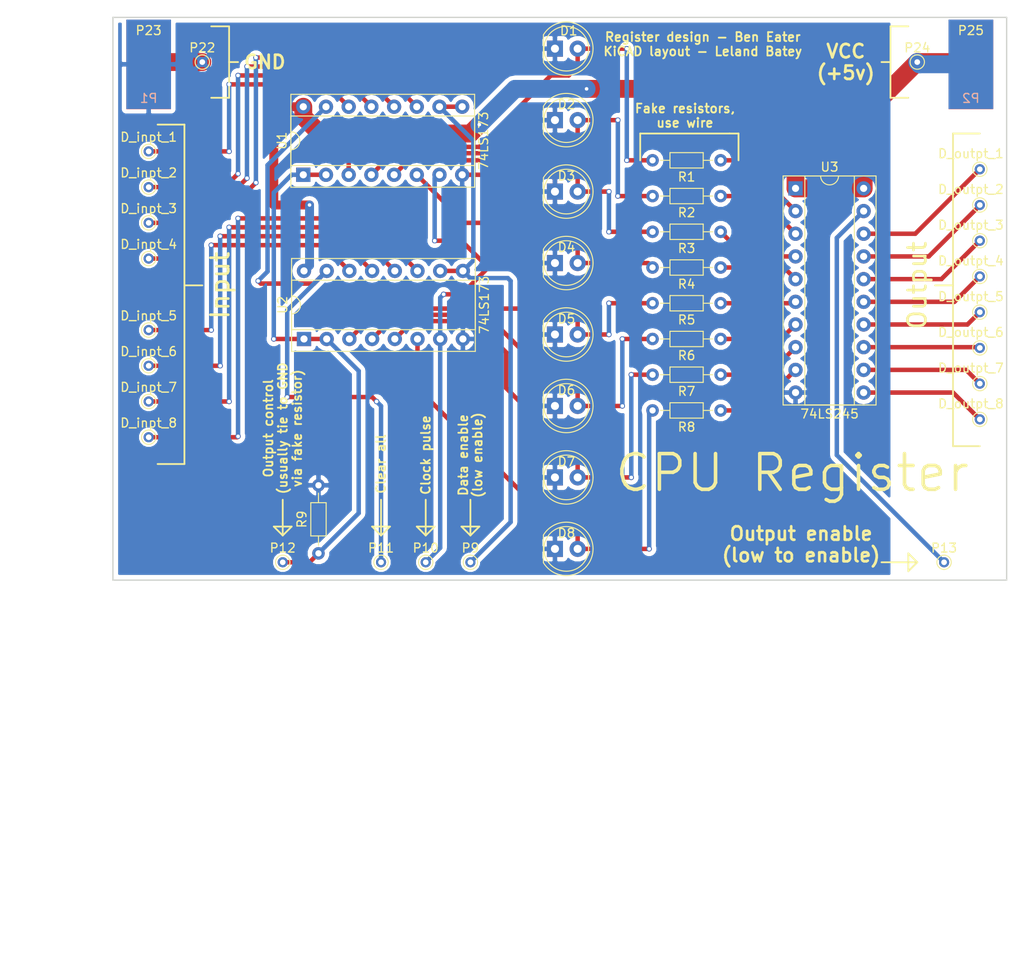
<source format=kicad_pcb>
(kicad_pcb (version 4) (host pcbnew 4.0.5-e0-6337~49~ubuntu16.04.1)

  (general
    (links 74)
    (no_connects 0)
    (area 36.435716 47.925 152.033334 157.700001)
    (thickness 1.6)
    (drawings 58)
    (tracks 245)
    (zones 0)
    (modules 47)
    (nets 40)
  )

  (page A4)
  (layers
    (0 F.Cu signal)
    (31 B.Cu signal)
    (32 B.Adhes user)
    (33 F.Adhes user)
    (34 B.Paste user)
    (35 F.Paste user)
    (36 B.SilkS user)
    (37 F.SilkS user)
    (38 B.Mask user)
    (39 F.Mask user)
    (40 Dwgs.User user)
    (41 Cmts.User user)
    (42 Eco1.User user)
    (43 Eco2.User user)
    (44 Edge.Cuts user)
    (45 Margin user)
    (46 B.CrtYd user)
    (47 F.CrtYd user)
    (48 B.Fab user)
    (49 F.Fab user)
  )

  (setup
    (last_trace_width 0.25)
    (user_trace_width 0.25)
    (user_trace_width 0.5)
    (user_trace_width 1)
    (user_trace_width 2)
    (trace_clearance 0.2)
    (zone_clearance 0.508)
    (zone_45_only no)
    (trace_min 0.2)
    (segment_width 0.2)
    (edge_width 0.15)
    (via_size 0.6)
    (via_drill 0.4)
    (via_min_size 0.4)
    (via_min_drill 0.3)
    (uvia_size 0.3)
    (uvia_drill 0.1)
    (uvias_allowed no)
    (uvia_min_size 0.2)
    (uvia_min_drill 0.1)
    (pcb_text_width 0.3)
    (pcb_text_size 1.5 1.5)
    (mod_edge_width 0.15)
    (mod_text_size 1 1)
    (mod_text_width 0.15)
    (pad_size 1.524 1.524)
    (pad_drill 0.762)
    (pad_to_mask_clearance 0.2)
    (aux_axis_origin 0 0)
    (visible_elements FFFFFF7F)
    (pcbplotparams
      (layerselection 0x010e0_80000001)
      (usegerberextensions false)
      (excludeedgelayer true)
      (linewidth 0.100000)
      (plotframeref false)
      (viasonmask false)
      (mode 1)
      (useauxorigin false)
      (hpglpennumber 1)
      (hpglpenspeed 20)
      (hpglpendiameter 15)
      (hpglpenoverlay 2)
      (psnegative false)
      (psa4output false)
      (plotreference true)
      (plotvalue true)
      (plotinvisibletext false)
      (padsonsilk false)
      (subtractmaskfromsilk false)
      (outputformat 1)
      (mirror false)
      (drillshape 0)
      (scaleselection 1)
      (outputdirectory gerber_exports/))
  )

  (net 0 "")
  (net 1 "Net-(P9-Pad1)")
  (net 2 "Net-(P10-Pad1)")
  (net 3 "Net-(P11-Pad1)")
  (net 4 "Net-(P12-Pad1)")
  (net 5 "Net-(P13-Pad1)")
  (net 6 GND)
  (net 7 VCC)
  (net 8 "Net-(R2-Pad1)")
  (net 9 "Net-(R3-Pad1)")
  (net 10 "Net-(R4-Pad1)")
  (net 11 "Net-(R5-Pad1)")
  (net 12 "Net-(R6-Pad1)")
  (net 13 "Net-(R7-Pad1)")
  (net 14 "Net-(R8-Pad1)")
  (net 15 "Net-(D1-Pad2)")
  (net 16 "Net-(D2-Pad2)")
  (net 17 "Net-(D3-Pad2)")
  (net 18 "Net-(D4-Pad2)")
  (net 19 "Net-(D5-Pad2)")
  (net 20 "Net-(D6-Pad2)")
  (net 21 "Net-(D7-Pad2)")
  (net 22 "Net-(D8-Pad2)")
  (net 23 "Net-(D_inpt_1-Pad1)")
  (net 24 "Net-(D_inpt_2-Pad1)")
  (net 25 "Net-(D_inpt_3-Pad1)")
  (net 26 "Net-(D_inpt_4-Pad1)")
  (net 27 "Net-(D_inpt_5-Pad1)")
  (net 28 "Net-(D_inpt_6-Pad1)")
  (net 29 "Net-(D_inpt_7-Pad1)")
  (net 30 "Net-(D_inpt_8-Pad1)")
  (net 31 "Net-(D_outpt_1-Pad1)")
  (net 32 "Net-(D_outpt_2-Pad1)")
  (net 33 "Net-(D_outpt_3-Pad1)")
  (net 34 "Net-(D_outpt_4-Pad1)")
  (net 35 "Net-(D_outpt_5-Pad1)")
  (net 36 "Net-(D_outpt_6-Pad1)")
  (net 37 "Net-(D_outpt_7-Pad1)")
  (net 38 "Net-(D_outpt_8-Pad1)")
  (net 39 "Net-(R1-Pad1)")

  (net_class Default "This is the default net class."
    (clearance 0.2)
    (trace_width 0.25)
    (via_dia 0.6)
    (via_drill 0.4)
    (uvia_dia 0.3)
    (uvia_drill 0.1)
    (add_net GND)
    (add_net "Net-(D1-Pad2)")
    (add_net "Net-(D2-Pad2)")
    (add_net "Net-(D3-Pad2)")
    (add_net "Net-(D4-Pad2)")
    (add_net "Net-(D5-Pad2)")
    (add_net "Net-(D6-Pad2)")
    (add_net "Net-(D7-Pad2)")
    (add_net "Net-(D8-Pad2)")
    (add_net "Net-(D_inpt_1-Pad1)")
    (add_net "Net-(D_inpt_2-Pad1)")
    (add_net "Net-(D_inpt_3-Pad1)")
    (add_net "Net-(D_inpt_4-Pad1)")
    (add_net "Net-(D_inpt_5-Pad1)")
    (add_net "Net-(D_inpt_6-Pad1)")
    (add_net "Net-(D_inpt_7-Pad1)")
    (add_net "Net-(D_inpt_8-Pad1)")
    (add_net "Net-(D_outpt_1-Pad1)")
    (add_net "Net-(D_outpt_2-Pad1)")
    (add_net "Net-(D_outpt_3-Pad1)")
    (add_net "Net-(D_outpt_4-Pad1)")
    (add_net "Net-(D_outpt_5-Pad1)")
    (add_net "Net-(D_outpt_6-Pad1)")
    (add_net "Net-(D_outpt_7-Pad1)")
    (add_net "Net-(D_outpt_8-Pad1)")
    (add_net "Net-(P10-Pad1)")
    (add_net "Net-(P11-Pad1)")
    (add_net "Net-(P12-Pad1)")
    (add_net "Net-(P13-Pad1)")
    (add_net "Net-(P9-Pad1)")
    (add_net "Net-(R1-Pad1)")
    (add_net "Net-(R2-Pad1)")
    (add_net "Net-(R3-Pad1)")
    (add_net "Net-(R4-Pad1)")
    (add_net "Net-(R5-Pad1)")
    (add_net "Net-(R6-Pad1)")
    (add_net "Net-(R7-Pad1)")
    (add_net "Net-(R8-Pad1)")
    (add_net VCC)
  )

  (module Housings_DIP:DIP-16_W7.62mm_Socket (layer F.Cu) (tedit 58E83D26) (tstamp 58E8044A)
    (at 71.3 67.62 90)
    (descr "16-lead dip package, row spacing 7.62 mm (300 mils), Socket")
    (tags "DIL DIP PDIP 2.54mm 7.62mm 300mil Socket")
    (path /58E7EE89)
    (fp_text reference U1 (at 3.81 -2.39 90) (layer F.SilkS)
      (effects (font (size 1 1) (thickness 0.15)))
    )
    (fp_text value 74LS173 (at 3.81 20.17 90) (layer F.SilkS)
      (effects (font (size 1 1) (thickness 0.15)))
    )
    (fp_text user %R (at 3.81 8.89 90) (layer F.Fab)
      (effects (font (size 1 1) (thickness 0.15)))
    )
    (fp_line (start 1.635 -1.27) (end 6.985 -1.27) (layer F.Fab) (width 0.1))
    (fp_line (start 6.985 -1.27) (end 6.985 19.05) (layer F.Fab) (width 0.1))
    (fp_line (start 6.985 19.05) (end 0.635 19.05) (layer F.Fab) (width 0.1))
    (fp_line (start 0.635 19.05) (end 0.635 -0.27) (layer F.Fab) (width 0.1))
    (fp_line (start 0.635 -0.27) (end 1.635 -1.27) (layer F.Fab) (width 0.1))
    (fp_line (start -1.27 -1.27) (end -1.27 19.05) (layer F.Fab) (width 0.1))
    (fp_line (start -1.27 19.05) (end 8.89 19.05) (layer F.Fab) (width 0.1))
    (fp_line (start 8.89 19.05) (end 8.89 -1.27) (layer F.Fab) (width 0.1))
    (fp_line (start 8.89 -1.27) (end -1.27 -1.27) (layer F.Fab) (width 0.1))
    (fp_line (start 2.81 -1.39) (end 1.04 -1.39) (layer F.SilkS) (width 0.12))
    (fp_line (start 1.04 -1.39) (end 1.04 19.17) (layer F.SilkS) (width 0.12))
    (fp_line (start 1.04 19.17) (end 6.58 19.17) (layer F.SilkS) (width 0.12))
    (fp_line (start 6.58 19.17) (end 6.58 -1.39) (layer F.SilkS) (width 0.12))
    (fp_line (start 6.58 -1.39) (end 4.81 -1.39) (layer F.SilkS) (width 0.12))
    (fp_line (start -1.39 -1.39) (end -1.39 19.17) (layer F.SilkS) (width 0.12))
    (fp_line (start -1.39 19.17) (end 9.01 19.17) (layer F.SilkS) (width 0.12))
    (fp_line (start 9.01 19.17) (end 9.01 -1.39) (layer F.SilkS) (width 0.12))
    (fp_line (start 9.01 -1.39) (end -1.39 -1.39) (layer F.SilkS) (width 0.12))
    (fp_line (start -1.7 -1.7) (end -1.7 19.5) (layer F.CrtYd) (width 0.05))
    (fp_line (start -1.7 19.5) (end 9.3 19.5) (layer F.CrtYd) (width 0.05))
    (fp_line (start 9.3 19.5) (end 9.3 -1.7) (layer F.CrtYd) (width 0.05))
    (fp_line (start 9.3 -1.7) (end -1.7 -1.7) (layer F.CrtYd) (width 0.05))
    (fp_arc (start 3.81 -1.39) (end 2.81 -1.39) (angle -180) (layer F.SilkS) (width 0.12))
    (pad 1 thru_hole rect (at 0 0 90) (size 1.6 1.6) (drill 0.8) (layers *.Cu *.Mask)
      (net 4 "Net-(P12-Pad1)"))
    (pad 9 thru_hole oval (at 7.62 17.78 90) (size 1.6 1.6) (drill 0.8) (layers *.Cu *.Mask)
      (net 1 "Net-(P9-Pad1)"))
    (pad 2 thru_hole oval (at 0 2.54 90) (size 1.6 1.6) (drill 0.8) (layers *.Cu *.Mask)
      (net 4 "Net-(P12-Pad1)"))
    (pad 10 thru_hole oval (at 7.62 15.24 90) (size 1.6 1.6) (drill 0.8) (layers *.Cu *.Mask)
      (net 1 "Net-(P9-Pad1)"))
    (pad 3 thru_hole oval (at 0 5.08 90) (size 1.6 1.6) (drill 0.8) (layers *.Cu *.Mask)
      (net 15 "Net-(D1-Pad2)"))
    (pad 11 thru_hole oval (at 7.62 12.7 90) (size 1.6 1.6) (drill 0.8) (layers *.Cu *.Mask)
      (net 26 "Net-(D_inpt_4-Pad1)"))
    (pad 4 thru_hole oval (at 0 7.62 90) (size 1.6 1.6) (drill 0.8) (layers *.Cu *.Mask)
      (net 16 "Net-(D2-Pad2)"))
    (pad 12 thru_hole oval (at 7.62 10.16 90) (size 1.6 1.6) (drill 0.8) (layers *.Cu *.Mask)
      (net 25 "Net-(D_inpt_3-Pad1)"))
    (pad 5 thru_hole oval (at 0 10.16 90) (size 1.6 1.6) (drill 0.8) (layers *.Cu *.Mask)
      (net 17 "Net-(D3-Pad2)"))
    (pad 13 thru_hole oval (at 7.62 7.62 90) (size 1.6 1.6) (drill 0.8) (layers *.Cu *.Mask)
      (net 24 "Net-(D_inpt_2-Pad1)"))
    (pad 6 thru_hole oval (at 0 12.7 90) (size 1.6 1.6) (drill 0.8) (layers *.Cu *.Mask)
      (net 18 "Net-(D4-Pad2)"))
    (pad 14 thru_hole oval (at 7.62 5.08 90) (size 1.6 1.6) (drill 0.8) (layers *.Cu *.Mask)
      (net 23 "Net-(D_inpt_1-Pad1)"))
    (pad 7 thru_hole oval (at 0 15.24 90) (size 1.6 1.6) (drill 0.8) (layers *.Cu *.Mask)
      (net 2 "Net-(P10-Pad1)"))
    (pad 15 thru_hole oval (at 7.62 2.54 90) (size 1.6 1.6) (drill 0.8) (layers *.Cu *.Mask)
      (net 3 "Net-(P11-Pad1)"))
    (pad 8 thru_hole oval (at 0 17.78 90) (size 1.6 1.6) (drill 0.8) (layers *.Cu *.Mask)
      (net 6 GND))
    (pad 16 thru_hole oval (at 7.62 0 90) (size 1.6 1.6) (drill 0.8) (layers *.Cu *.Mask)
      (net 7 VCC))
    (model Housings_DIP.3dshapes/DIP-16_W7.62mm_Socket.wrl
      (at (xyz 0 0 0))
      (scale (xyz 1 1 1))
      (rotate (xyz 0 0 0))
    )
  )

  (module Connectors:PINTST (layer F.Cu) (tedit 58613369) (tstamp 58E803BF)
    (at 69 111)
    (descr "module 1 pin (ou trou mecanique de percage)")
    (tags DEV)
    (path /58E81269)
    (fp_text reference P12 (at 0 -1.6) (layer F.SilkS)
      (effects (font (size 1 1) (thickness 0.15)))
    )
    (fp_text value CONN_01X01 (at 0 1.6) (layer F.Fab)
      (effects (font (size 1 1) (thickness 0.15)))
    )
    (fp_circle (center 0 0) (end 1.1 0) (layer F.CrtYd) (width 0.05))
    (fp_circle (center 0 0) (end 0.4 0.6) (layer F.Fab) (width 0.1))
    (fp_circle (center 0 0) (end -0.254 -0.762) (layer F.SilkS) (width 0.12))
    (pad 1 thru_hole circle (at 0 0) (size 1.143 1.143) (drill 0.635) (layers *.Cu *.Mask)
      (net 4 "Net-(P12-Pad1)"))
    (model Connectors.3dshapes/PINTST.wrl
      (at (xyz 0 0 0))
      (scale (xyz 1 1 1))
      (rotate (xyz 0 0 0))
    )
  )

  (module Connectors:PINTST (layer F.Cu) (tedit 58613369) (tstamp 58E803C4)
    (at 143 111)
    (descr "module 1 pin (ou trou mecanique de percage)")
    (tags DEV)
    (path /58E83CD4)
    (fp_text reference P13 (at 0 -1.6) (layer F.SilkS)
      (effects (font (size 1 1) (thickness 0.15)))
    )
    (fp_text value CONN_01X01 (at 0 1.6) (layer F.Fab)
      (effects (font (size 1 1) (thickness 0.15)))
    )
    (fp_circle (center 0 0) (end 1.1 0) (layer F.CrtYd) (width 0.05))
    (fp_circle (center 0 0) (end 0.4 0.6) (layer F.Fab) (width 0.1))
    (fp_circle (center 0 0) (end -0.254 -0.762) (layer F.SilkS) (width 0.12))
    (pad 1 thru_hole circle (at 0 0) (size 1.143 1.143) (drill 0.635) (layers *.Cu *.Mask)
      (net 5 "Net-(P13-Pad1)"))
    (model Connectors.3dshapes/PINTST.wrl
      (at (xyz 0 0 0))
      (scale (xyz 1 1 1))
      (rotate (xyz 0 0 0))
    )
  )

  (module Connectors:PINTST (layer F.Cu) (tedit 58613369) (tstamp 58E803F1)
    (at 60 55)
    (descr "module 1 pin (ou trou mecanique de percage)")
    (tags DEV)
    (path /58E81B2E)
    (fp_text reference P22 (at 0 -1.6) (layer F.SilkS)
      (effects (font (size 1 1) (thickness 0.15)))
    )
    (fp_text value CONN_01X01 (at 0 1.6) (layer F.Fab)
      (effects (font (size 1 1) (thickness 0.15)))
    )
    (fp_circle (center 0 0) (end 1.1 0) (layer F.CrtYd) (width 0.05))
    (fp_circle (center 0 0) (end 0.4 0.6) (layer F.Fab) (width 0.1))
    (fp_circle (center 0 0) (end -0.254 -0.762) (layer F.SilkS) (width 0.12))
    (pad 1 thru_hole circle (at 0 0) (size 1.143 1.143) (drill 0.635) (layers *.Cu *.Mask)
      (net 6 GND))
    (model Connectors.3dshapes/PINTST.wrl
      (at (xyz 0 0 0))
      (scale (xyz 1 1 1))
      (rotate (xyz 0 0 0))
    )
  )

  (module Wire_Pads:SolderWirePad_single_SMD_5x10mm (layer F.Cu) (tedit 5640A485) (tstamp 58E803F6)
    (at 54 55.275)
    (descr "Wire Pad, Square, SMD Pad,  5mm x 10mm,")
    (tags "MesurementPoint Square SMDPad 5mmx10mm ")
    (path /58E81D7D)
    (attr smd)
    (fp_text reference P23 (at 0 -3.81) (layer F.SilkS)
      (effects (font (size 1 1) (thickness 0.15)))
    )
    (fp_text value CONN_01X01 (at 0 6.35) (layer F.Fab)
      (effects (font (size 1 1) (thickness 0.15)))
    )
    (fp_line (start 2.75 -5.25) (end -2.75 -5.25) (layer F.CrtYd) (width 0.05))
    (fp_line (start 2.75 5.25) (end 2.75 -5.25) (layer F.CrtYd) (width 0.05))
    (fp_line (start -2.75 5.25) (end 2.75 5.25) (layer F.CrtYd) (width 0.05))
    (fp_line (start -2.75 -5.25) (end -2.75 5.25) (layer F.CrtYd) (width 0.05))
    (pad 1 smd rect (at 0 0) (size 5 10) (layers F.Cu F.Paste F.Mask)
      (net 6 GND))
  )

  (module Connectors:PINTST (layer F.Cu) (tedit 58613369) (tstamp 58E803FB)
    (at 140 55)
    (descr "module 1 pin (ou trou mecanique de percage)")
    (tags DEV)
    (path /58E82042)
    (fp_text reference P24 (at 0 -1.6) (layer F.SilkS)
      (effects (font (size 1 1) (thickness 0.15)))
    )
    (fp_text value CONN_01X01 (at 0 1.6) (layer F.Fab)
      (effects (font (size 1 1) (thickness 0.15)))
    )
    (fp_circle (center 0 0) (end 1.1 0) (layer F.CrtYd) (width 0.05))
    (fp_circle (center 0 0) (end 0.4 0.6) (layer F.Fab) (width 0.1))
    (fp_circle (center 0 0) (end -0.254 -0.762) (layer F.SilkS) (width 0.12))
    (pad 1 thru_hole circle (at 0 0) (size 1.143 1.143) (drill 0.635) (layers *.Cu *.Mask)
      (net 7 VCC))
    (model Connectors.3dshapes/PINTST.wrl
      (at (xyz 0 0 0))
      (scale (xyz 1 1 1))
      (rotate (xyz 0 0 0))
    )
  )

  (module Wire_Pads:SolderWirePad_single_SMD_5x10mm (layer F.Cu) (tedit 5640A485) (tstamp 58E80400)
    (at 146 55.275)
    (descr "Wire Pad, Square, SMD Pad,  5mm x 10mm,")
    (tags "MesurementPoint Square SMDPad 5mmx10mm ")
    (path /58E81F44)
    (attr smd)
    (fp_text reference P25 (at 0 -3.81) (layer F.SilkS)
      (effects (font (size 1 1) (thickness 0.15)))
    )
    (fp_text value CONN_01X01 (at 0 6.35) (layer F.Fab)
      (effects (font (size 1 1) (thickness 0.15)))
    )
    (fp_line (start 2.75 -5.25) (end -2.75 -5.25) (layer F.CrtYd) (width 0.05))
    (fp_line (start 2.75 5.25) (end 2.75 -5.25) (layer F.CrtYd) (width 0.05))
    (fp_line (start -2.75 5.25) (end 2.75 5.25) (layer F.CrtYd) (width 0.05))
    (fp_line (start -2.75 -5.25) (end -2.75 5.25) (layer F.CrtYd) (width 0.05))
    (pad 1 smd rect (at 0 0) (size 5 10) (layers F.Cu F.Paste F.Mask)
      (net 7 VCC))
  )

  (module Housings_DIP:DIP-16_W7.62mm_Socket (layer F.Cu) (tedit 58E83D1F) (tstamp 58E8045E)
    (at 71.38 86 90)
    (descr "16-lead dip package, row spacing 7.62 mm (300 mils), Socket")
    (tags "DIL DIP PDIP 2.54mm 7.62mm 300mil Socket")
    (path /58E7EF64)
    (fp_text reference U2 (at 3.81 -2.39 90) (layer F.SilkS)
      (effects (font (size 1 1) (thickness 0.15)))
    )
    (fp_text value 74LS173 (at 3.81 20.17 90) (layer F.SilkS)
      (effects (font (size 1 1) (thickness 0.15)))
    )
    (fp_text user %R (at 3.81 8.89 90) (layer F.Fab)
      (effects (font (size 1 1) (thickness 0.15)))
    )
    (fp_line (start 1.635 -1.27) (end 6.985 -1.27) (layer F.Fab) (width 0.1))
    (fp_line (start 6.985 -1.27) (end 6.985 19.05) (layer F.Fab) (width 0.1))
    (fp_line (start 6.985 19.05) (end 0.635 19.05) (layer F.Fab) (width 0.1))
    (fp_line (start 0.635 19.05) (end 0.635 -0.27) (layer F.Fab) (width 0.1))
    (fp_line (start 0.635 -0.27) (end 1.635 -1.27) (layer F.Fab) (width 0.1))
    (fp_line (start -1.27 -1.27) (end -1.27 19.05) (layer F.Fab) (width 0.1))
    (fp_line (start -1.27 19.05) (end 8.89 19.05) (layer F.Fab) (width 0.1))
    (fp_line (start 8.89 19.05) (end 8.89 -1.27) (layer F.Fab) (width 0.1))
    (fp_line (start 8.89 -1.27) (end -1.27 -1.27) (layer F.Fab) (width 0.1))
    (fp_line (start 2.81 -1.39) (end 1.04 -1.39) (layer F.SilkS) (width 0.12))
    (fp_line (start 1.04 -1.39) (end 1.04 19.17) (layer F.SilkS) (width 0.12))
    (fp_line (start 1.04 19.17) (end 6.58 19.17) (layer F.SilkS) (width 0.12))
    (fp_line (start 6.58 19.17) (end 6.58 -1.39) (layer F.SilkS) (width 0.12))
    (fp_line (start 6.58 -1.39) (end 4.81 -1.39) (layer F.SilkS) (width 0.12))
    (fp_line (start -1.39 -1.39) (end -1.39 19.17) (layer F.SilkS) (width 0.12))
    (fp_line (start -1.39 19.17) (end 9.01 19.17) (layer F.SilkS) (width 0.12))
    (fp_line (start 9.01 19.17) (end 9.01 -1.39) (layer F.SilkS) (width 0.12))
    (fp_line (start 9.01 -1.39) (end -1.39 -1.39) (layer F.SilkS) (width 0.12))
    (fp_line (start -1.7 -1.7) (end -1.7 19.5) (layer F.CrtYd) (width 0.05))
    (fp_line (start -1.7 19.5) (end 9.3 19.5) (layer F.CrtYd) (width 0.05))
    (fp_line (start 9.3 19.5) (end 9.3 -1.7) (layer F.CrtYd) (width 0.05))
    (fp_line (start 9.3 -1.7) (end -1.7 -1.7) (layer F.CrtYd) (width 0.05))
    (fp_arc (start 3.81 -1.39) (end 2.81 -1.39) (angle -180) (layer F.SilkS) (width 0.12))
    (pad 1 thru_hole rect (at 0 0 90) (size 1.6 1.6) (drill 0.8) (layers *.Cu *.Mask)
      (net 4 "Net-(P12-Pad1)"))
    (pad 9 thru_hole oval (at 7.62 17.78 90) (size 1.6 1.6) (drill 0.8) (layers *.Cu *.Mask)
      (net 1 "Net-(P9-Pad1)"))
    (pad 2 thru_hole oval (at 0 2.54 90) (size 1.6 1.6) (drill 0.8) (layers *.Cu *.Mask)
      (net 4 "Net-(P12-Pad1)"))
    (pad 10 thru_hole oval (at 7.62 15.24 90) (size 1.6 1.6) (drill 0.8) (layers *.Cu *.Mask)
      (net 1 "Net-(P9-Pad1)"))
    (pad 3 thru_hole oval (at 0 5.08 90) (size 1.6 1.6) (drill 0.8) (layers *.Cu *.Mask)
      (net 19 "Net-(D5-Pad2)"))
    (pad 11 thru_hole oval (at 7.62 12.7 90) (size 1.6 1.6) (drill 0.8) (layers *.Cu *.Mask)
      (net 30 "Net-(D_inpt_8-Pad1)"))
    (pad 4 thru_hole oval (at 0 7.62 90) (size 1.6 1.6) (drill 0.8) (layers *.Cu *.Mask)
      (net 20 "Net-(D6-Pad2)"))
    (pad 12 thru_hole oval (at 7.62 10.16 90) (size 1.6 1.6) (drill 0.8) (layers *.Cu *.Mask)
      (net 29 "Net-(D_inpt_7-Pad1)"))
    (pad 5 thru_hole oval (at 0 10.16 90) (size 1.6 1.6) (drill 0.8) (layers *.Cu *.Mask)
      (net 21 "Net-(D7-Pad2)"))
    (pad 13 thru_hole oval (at 7.62 7.62 90) (size 1.6 1.6) (drill 0.8) (layers *.Cu *.Mask)
      (net 28 "Net-(D_inpt_6-Pad1)"))
    (pad 6 thru_hole oval (at 0 12.7 90) (size 1.6 1.6) (drill 0.8) (layers *.Cu *.Mask)
      (net 22 "Net-(D8-Pad2)"))
    (pad 14 thru_hole oval (at 7.62 5.08 90) (size 1.6 1.6) (drill 0.8) (layers *.Cu *.Mask)
      (net 27 "Net-(D_inpt_5-Pad1)"))
    (pad 7 thru_hole oval (at 0 15.24 90) (size 1.6 1.6) (drill 0.8) (layers *.Cu *.Mask)
      (net 2 "Net-(P10-Pad1)"))
    (pad 15 thru_hole oval (at 7.62 2.54 90) (size 1.6 1.6) (drill 0.8) (layers *.Cu *.Mask)
      (net 3 "Net-(P11-Pad1)"))
    (pad 8 thru_hole oval (at 0 17.78 90) (size 1.6 1.6) (drill 0.8) (layers *.Cu *.Mask)
      (net 6 GND))
    (pad 16 thru_hole oval (at 7.62 0 90) (size 1.6 1.6) (drill 0.8) (layers *.Cu *.Mask)
      (net 7 VCC))
    (model Housings_DIP.3dshapes/DIP-16_W7.62mm_Socket.wrl
      (at (xyz 0 0 0))
      (scale (xyz 1 1 1))
      (rotate (xyz 0 0 0))
    )
  )

  (module Housings_DIP:DIP-20_W7.62mm_Socket (layer F.Cu) (tedit 58E83D15) (tstamp 58E80476)
    (at 126.38 69.14)
    (descr "20-lead dip package, row spacing 7.62 mm (300 mils), Socket")
    (tags "DIL DIP PDIP 2.54mm 7.62mm 300mil Socket")
    (path /58E7EFBF)
    (fp_text reference U3 (at 3.81 -2.39) (layer F.SilkS)
      (effects (font (size 1 1) (thickness 0.15)))
    )
    (fp_text value 74LS245 (at 3.81 25.25) (layer F.SilkS)
      (effects (font (size 1 1) (thickness 0.15)))
    )
    (fp_text user %R (at 3.81 11.43) (layer F.Fab)
      (effects (font (size 1 1) (thickness 0.15)))
    )
    (fp_line (start 1.635 -1.27) (end 6.985 -1.27) (layer F.Fab) (width 0.1))
    (fp_line (start 6.985 -1.27) (end 6.985 24.13) (layer F.Fab) (width 0.1))
    (fp_line (start 6.985 24.13) (end 0.635 24.13) (layer F.Fab) (width 0.1))
    (fp_line (start 0.635 24.13) (end 0.635 -0.27) (layer F.Fab) (width 0.1))
    (fp_line (start 0.635 -0.27) (end 1.635 -1.27) (layer F.Fab) (width 0.1))
    (fp_line (start -1.27 -1.27) (end -1.27 24.13) (layer F.Fab) (width 0.1))
    (fp_line (start -1.27 24.13) (end 8.89 24.13) (layer F.Fab) (width 0.1))
    (fp_line (start 8.89 24.13) (end 8.89 -1.27) (layer F.Fab) (width 0.1))
    (fp_line (start 8.89 -1.27) (end -1.27 -1.27) (layer F.Fab) (width 0.1))
    (fp_line (start 2.81 -1.39) (end 1.04 -1.39) (layer F.SilkS) (width 0.12))
    (fp_line (start 1.04 -1.39) (end 1.04 24.25) (layer F.SilkS) (width 0.12))
    (fp_line (start 1.04 24.25) (end 6.58 24.25) (layer F.SilkS) (width 0.12))
    (fp_line (start 6.58 24.25) (end 6.58 -1.39) (layer F.SilkS) (width 0.12))
    (fp_line (start 6.58 -1.39) (end 4.81 -1.39) (layer F.SilkS) (width 0.12))
    (fp_line (start -1.39 -1.39) (end -1.39 24.25) (layer F.SilkS) (width 0.12))
    (fp_line (start -1.39 24.25) (end 9.01 24.25) (layer F.SilkS) (width 0.12))
    (fp_line (start 9.01 24.25) (end 9.01 -1.39) (layer F.SilkS) (width 0.12))
    (fp_line (start 9.01 -1.39) (end -1.39 -1.39) (layer F.SilkS) (width 0.12))
    (fp_line (start -1.7 -1.7) (end -1.7 24.5) (layer F.CrtYd) (width 0.05))
    (fp_line (start -1.7 24.5) (end 9.3 24.5) (layer F.CrtYd) (width 0.05))
    (fp_line (start 9.3 24.5) (end 9.3 -1.7) (layer F.CrtYd) (width 0.05))
    (fp_line (start 9.3 -1.7) (end -1.7 -1.7) (layer F.CrtYd) (width 0.05))
    (fp_arc (start 3.81 -1.39) (end 2.81 -1.39) (angle -180) (layer F.SilkS) (width 0.12))
    (pad 1 thru_hole rect (at 0 0) (size 1.6 1.6) (drill 0.8) (layers *.Cu *.Mask)
      (net 7 VCC))
    (pad 11 thru_hole oval (at 7.62 22.86) (size 1.6 1.6) (drill 0.8) (layers *.Cu *.Mask)
      (net 38 "Net-(D_outpt_8-Pad1)"))
    (pad 2 thru_hole oval (at 0 2.54) (size 1.6 1.6) (drill 0.8) (layers *.Cu *.Mask)
      (net 39 "Net-(R1-Pad1)"))
    (pad 12 thru_hole oval (at 7.62 20.32) (size 1.6 1.6) (drill 0.8) (layers *.Cu *.Mask)
      (net 37 "Net-(D_outpt_7-Pad1)"))
    (pad 3 thru_hole oval (at 0 5.08) (size 1.6 1.6) (drill 0.8) (layers *.Cu *.Mask)
      (net 8 "Net-(R2-Pad1)"))
    (pad 13 thru_hole oval (at 7.62 17.78) (size 1.6 1.6) (drill 0.8) (layers *.Cu *.Mask)
      (net 36 "Net-(D_outpt_6-Pad1)"))
    (pad 4 thru_hole oval (at 0 7.62) (size 1.6 1.6) (drill 0.8) (layers *.Cu *.Mask)
      (net 9 "Net-(R3-Pad1)"))
    (pad 14 thru_hole oval (at 7.62 15.24) (size 1.6 1.6) (drill 0.8) (layers *.Cu *.Mask)
      (net 35 "Net-(D_outpt_5-Pad1)"))
    (pad 5 thru_hole oval (at 0 10.16) (size 1.6 1.6) (drill 0.8) (layers *.Cu *.Mask)
      (net 10 "Net-(R4-Pad1)"))
    (pad 15 thru_hole oval (at 7.62 12.7) (size 1.6 1.6) (drill 0.8) (layers *.Cu *.Mask)
      (net 34 "Net-(D_outpt_4-Pad1)"))
    (pad 6 thru_hole oval (at 0 12.7) (size 1.6 1.6) (drill 0.8) (layers *.Cu *.Mask)
      (net 11 "Net-(R5-Pad1)"))
    (pad 16 thru_hole oval (at 7.62 10.16) (size 1.6 1.6) (drill 0.8) (layers *.Cu *.Mask)
      (net 33 "Net-(D_outpt_3-Pad1)"))
    (pad 7 thru_hole oval (at 0 15.24) (size 1.6 1.6) (drill 0.8) (layers *.Cu *.Mask)
      (net 12 "Net-(R6-Pad1)"))
    (pad 17 thru_hole oval (at 7.62 7.62) (size 1.6 1.6) (drill 0.8) (layers *.Cu *.Mask)
      (net 32 "Net-(D_outpt_2-Pad1)"))
    (pad 8 thru_hole oval (at 0 17.78) (size 1.6 1.6) (drill 0.8) (layers *.Cu *.Mask)
      (net 13 "Net-(R7-Pad1)"))
    (pad 18 thru_hole oval (at 7.62 5.08) (size 1.6 1.6) (drill 0.8) (layers *.Cu *.Mask)
      (net 31 "Net-(D_outpt_1-Pad1)"))
    (pad 9 thru_hole oval (at 0 20.32) (size 1.6 1.6) (drill 0.8) (layers *.Cu *.Mask)
      (net 14 "Net-(R8-Pad1)"))
    (pad 19 thru_hole oval (at 7.62 2.54) (size 1.6 1.6) (drill 0.8) (layers *.Cu *.Mask)
      (net 5 "Net-(P13-Pad1)"))
    (pad 10 thru_hole oval (at 0 22.86) (size 1.6 1.6) (drill 0.8) (layers *.Cu *.Mask)
      (net 6 GND))
    (pad 20 thru_hole oval (at 7.62 0) (size 1.6 1.6) (drill 0.8) (layers *.Cu *.Mask)
      (net 7 VCC))
    (model Housings_DIP.3dshapes/DIP-20_W7.62mm_Socket.wrl
      (at (xyz 0 0 0))
      (scale (xyz 1 1 1))
      (rotate (xyz 0 0 0))
    )
  )

  (module LEDs:LED_D5.0mm (layer F.Cu) (tedit 587A3A7B) (tstamp 58E81255)
    (at 99.46 53.5)
    (descr "LED, diameter 5.0mm, 2 pins, http://cdn-reichelt.de/documents/datenblatt/A500/LL-504BC2E-009.pdf")
    (tags "LED diameter 5.0mm 2 pins")
    (path /58E881D8)
    (fp_text reference D1 (at 1.54 -2) (layer F.SilkS)
      (effects (font (size 1 1) (thickness 0.15)))
    )
    (fp_text value LED (at 1.27 3.96) (layer F.Fab)
      (effects (font (size 1 1) (thickness 0.15)))
    )
    (fp_arc (start 1.27 0) (end -1.23 -1.469694) (angle 299.1) (layer F.Fab) (width 0.1))
    (fp_arc (start 1.27 0) (end -1.29 -1.54483) (angle 148.9) (layer F.SilkS) (width 0.12))
    (fp_arc (start 1.27 0) (end -1.29 1.54483) (angle -148.9) (layer F.SilkS) (width 0.12))
    (fp_circle (center 1.27 0) (end 3.77 0) (layer F.Fab) (width 0.1))
    (fp_circle (center 1.27 0) (end 3.77 0) (layer F.SilkS) (width 0.12))
    (fp_line (start -1.23 -1.469694) (end -1.23 1.469694) (layer F.Fab) (width 0.1))
    (fp_line (start -1.29 -1.545) (end -1.29 1.545) (layer F.SilkS) (width 0.12))
    (fp_line (start -1.95 -3.25) (end -1.95 3.25) (layer F.CrtYd) (width 0.05))
    (fp_line (start -1.95 3.25) (end 4.5 3.25) (layer F.CrtYd) (width 0.05))
    (fp_line (start 4.5 3.25) (end 4.5 -3.25) (layer F.CrtYd) (width 0.05))
    (fp_line (start 4.5 -3.25) (end -1.95 -3.25) (layer F.CrtYd) (width 0.05))
    (pad 1 thru_hole rect (at 0 0) (size 1.8 1.8) (drill 0.9) (layers *.Cu *.Mask)
      (net 6 GND))
    (pad 2 thru_hole circle (at 2.54 0) (size 1.8 1.8) (drill 0.9) (layers *.Cu *.Mask)
      (net 15 "Net-(D1-Pad2)"))
    (model LEDs.3dshapes/LED_D5.0mm.wrl
      (at (xyz 0 0 0))
      (scale (xyz 0.393701 0.393701 0.393701))
      (rotate (xyz 0 0 0))
    )
  )

  (module LEDs:LED_D5.0mm (layer F.Cu) (tedit 587A3A7B) (tstamp 58E8125B)
    (at 99.46 61.5)
    (descr "LED, diameter 5.0mm, 2 pins, http://cdn-reichelt.de/documents/datenblatt/A500/LL-504BC2E-009.pdf")
    (tags "LED diameter 5.0mm 2 pins")
    (path /58E881D2)
    (fp_text reference D2 (at 1.29 -1.75) (layer F.SilkS)
      (effects (font (size 1 1) (thickness 0.15)))
    )
    (fp_text value LED (at 1.27 3.96) (layer F.Fab)
      (effects (font (size 1 1) (thickness 0.15)))
    )
    (fp_arc (start 1.27 0) (end -1.23 -1.469694) (angle 299.1) (layer F.Fab) (width 0.1))
    (fp_arc (start 1.27 0) (end -1.29 -1.54483) (angle 148.9) (layer F.SilkS) (width 0.12))
    (fp_arc (start 1.27 0) (end -1.29 1.54483) (angle -148.9) (layer F.SilkS) (width 0.12))
    (fp_circle (center 1.27 0) (end 3.77 0) (layer F.Fab) (width 0.1))
    (fp_circle (center 1.27 0) (end 3.77 0) (layer F.SilkS) (width 0.12))
    (fp_line (start -1.23 -1.469694) (end -1.23 1.469694) (layer F.Fab) (width 0.1))
    (fp_line (start -1.29 -1.545) (end -1.29 1.545) (layer F.SilkS) (width 0.12))
    (fp_line (start -1.95 -3.25) (end -1.95 3.25) (layer F.CrtYd) (width 0.05))
    (fp_line (start -1.95 3.25) (end 4.5 3.25) (layer F.CrtYd) (width 0.05))
    (fp_line (start 4.5 3.25) (end 4.5 -3.25) (layer F.CrtYd) (width 0.05))
    (fp_line (start 4.5 -3.25) (end -1.95 -3.25) (layer F.CrtYd) (width 0.05))
    (pad 1 thru_hole rect (at 0 0) (size 1.8 1.8) (drill 0.9) (layers *.Cu *.Mask)
      (net 6 GND))
    (pad 2 thru_hole circle (at 2.54 0) (size 1.8 1.8) (drill 0.9) (layers *.Cu *.Mask)
      (net 16 "Net-(D2-Pad2)"))
    (model LEDs.3dshapes/LED_D5.0mm.wrl
      (at (xyz 0 0 0))
      (scale (xyz 0.393701 0.393701 0.393701))
      (rotate (xyz 0 0 0))
    )
  )

  (module LEDs:LED_D5.0mm (layer F.Cu) (tedit 587A3A7B) (tstamp 58E81261)
    (at 99.46 69.5)
    (descr "LED, diameter 5.0mm, 2 pins, http://cdn-reichelt.de/documents/datenblatt/A500/LL-504BC2E-009.pdf")
    (tags "LED diameter 5.0mm 2 pins")
    (path /58E881CC)
    (fp_text reference D3 (at 1.29 -1.75) (layer F.SilkS)
      (effects (font (size 1 1) (thickness 0.15)))
    )
    (fp_text value LED (at 1.27 3.96) (layer F.Fab)
      (effects (font (size 1 1) (thickness 0.15)))
    )
    (fp_arc (start 1.27 0) (end -1.23 -1.469694) (angle 299.1) (layer F.Fab) (width 0.1))
    (fp_arc (start 1.27 0) (end -1.29 -1.54483) (angle 148.9) (layer F.SilkS) (width 0.12))
    (fp_arc (start 1.27 0) (end -1.29 1.54483) (angle -148.9) (layer F.SilkS) (width 0.12))
    (fp_circle (center 1.27 0) (end 3.77 0) (layer F.Fab) (width 0.1))
    (fp_circle (center 1.27 0) (end 3.77 0) (layer F.SilkS) (width 0.12))
    (fp_line (start -1.23 -1.469694) (end -1.23 1.469694) (layer F.Fab) (width 0.1))
    (fp_line (start -1.29 -1.545) (end -1.29 1.545) (layer F.SilkS) (width 0.12))
    (fp_line (start -1.95 -3.25) (end -1.95 3.25) (layer F.CrtYd) (width 0.05))
    (fp_line (start -1.95 3.25) (end 4.5 3.25) (layer F.CrtYd) (width 0.05))
    (fp_line (start 4.5 3.25) (end 4.5 -3.25) (layer F.CrtYd) (width 0.05))
    (fp_line (start 4.5 -3.25) (end -1.95 -3.25) (layer F.CrtYd) (width 0.05))
    (pad 1 thru_hole rect (at 0 0) (size 1.8 1.8) (drill 0.9) (layers *.Cu *.Mask)
      (net 6 GND))
    (pad 2 thru_hole circle (at 2.54 0) (size 1.8 1.8) (drill 0.9) (layers *.Cu *.Mask)
      (net 17 "Net-(D3-Pad2)"))
    (model LEDs.3dshapes/LED_D5.0mm.wrl
      (at (xyz 0 0 0))
      (scale (xyz 0.393701 0.393701 0.393701))
      (rotate (xyz 0 0 0))
    )
  )

  (module LEDs:LED_D5.0mm (layer F.Cu) (tedit 587A3A7B) (tstamp 58E81267)
    (at 99.46 77.5)
    (descr "LED, diameter 5.0mm, 2 pins, http://cdn-reichelt.de/documents/datenblatt/A500/LL-504BC2E-009.pdf")
    (tags "LED diameter 5.0mm 2 pins")
    (path /58E881C6)
    (fp_text reference D4 (at 1.29 -1.75) (layer F.SilkS)
      (effects (font (size 1 1) (thickness 0.15)))
    )
    (fp_text value LED (at 1.27 3.96) (layer F.Fab)
      (effects (font (size 1 1) (thickness 0.15)))
    )
    (fp_arc (start 1.27 0) (end -1.23 -1.469694) (angle 299.1) (layer F.Fab) (width 0.1))
    (fp_arc (start 1.27 0) (end -1.29 -1.54483) (angle 148.9) (layer F.SilkS) (width 0.12))
    (fp_arc (start 1.27 0) (end -1.29 1.54483) (angle -148.9) (layer F.SilkS) (width 0.12))
    (fp_circle (center 1.27 0) (end 3.77 0) (layer F.Fab) (width 0.1))
    (fp_circle (center 1.27 0) (end 3.77 0) (layer F.SilkS) (width 0.12))
    (fp_line (start -1.23 -1.469694) (end -1.23 1.469694) (layer F.Fab) (width 0.1))
    (fp_line (start -1.29 -1.545) (end -1.29 1.545) (layer F.SilkS) (width 0.12))
    (fp_line (start -1.95 -3.25) (end -1.95 3.25) (layer F.CrtYd) (width 0.05))
    (fp_line (start -1.95 3.25) (end 4.5 3.25) (layer F.CrtYd) (width 0.05))
    (fp_line (start 4.5 3.25) (end 4.5 -3.25) (layer F.CrtYd) (width 0.05))
    (fp_line (start 4.5 -3.25) (end -1.95 -3.25) (layer F.CrtYd) (width 0.05))
    (pad 1 thru_hole rect (at 0 0) (size 1.8 1.8) (drill 0.9) (layers *.Cu *.Mask)
      (net 6 GND))
    (pad 2 thru_hole circle (at 2.54 0) (size 1.8 1.8) (drill 0.9) (layers *.Cu *.Mask)
      (net 18 "Net-(D4-Pad2)"))
    (model LEDs.3dshapes/LED_D5.0mm.wrl
      (at (xyz 0 0 0))
      (scale (xyz 0.393701 0.393701 0.393701))
      (rotate (xyz 0 0 0))
    )
  )

  (module LEDs:LED_D5.0mm (layer F.Cu) (tedit 587A3A7B) (tstamp 58E8126D)
    (at 99.46 85.5)
    (descr "LED, diameter 5.0mm, 2 pins, http://cdn-reichelt.de/documents/datenblatt/A500/LL-504BC2E-009.pdf")
    (tags "LED diameter 5.0mm 2 pins")
    (path /58E87C8D)
    (fp_text reference D5 (at 1.29 -1.75) (layer F.SilkS)
      (effects (font (size 1 1) (thickness 0.15)))
    )
    (fp_text value LED (at 1.27 3.96) (layer F.Fab)
      (effects (font (size 1 1) (thickness 0.15)))
    )
    (fp_arc (start 1.27 0) (end -1.23 -1.469694) (angle 299.1) (layer F.Fab) (width 0.1))
    (fp_arc (start 1.27 0) (end -1.29 -1.54483) (angle 148.9) (layer F.SilkS) (width 0.12))
    (fp_arc (start 1.27 0) (end -1.29 1.54483) (angle -148.9) (layer F.SilkS) (width 0.12))
    (fp_circle (center 1.27 0) (end 3.77 0) (layer F.Fab) (width 0.1))
    (fp_circle (center 1.27 0) (end 3.77 0) (layer F.SilkS) (width 0.12))
    (fp_line (start -1.23 -1.469694) (end -1.23 1.469694) (layer F.Fab) (width 0.1))
    (fp_line (start -1.29 -1.545) (end -1.29 1.545) (layer F.SilkS) (width 0.12))
    (fp_line (start -1.95 -3.25) (end -1.95 3.25) (layer F.CrtYd) (width 0.05))
    (fp_line (start -1.95 3.25) (end 4.5 3.25) (layer F.CrtYd) (width 0.05))
    (fp_line (start 4.5 3.25) (end 4.5 -3.25) (layer F.CrtYd) (width 0.05))
    (fp_line (start 4.5 -3.25) (end -1.95 -3.25) (layer F.CrtYd) (width 0.05))
    (pad 1 thru_hole rect (at 0 0) (size 1.8 1.8) (drill 0.9) (layers *.Cu *.Mask)
      (net 6 GND))
    (pad 2 thru_hole circle (at 2.54 0) (size 1.8 1.8) (drill 0.9) (layers *.Cu *.Mask)
      (net 19 "Net-(D5-Pad2)"))
    (model LEDs.3dshapes/LED_D5.0mm.wrl
      (at (xyz 0 0 0))
      (scale (xyz 0.393701 0.393701 0.393701))
      (rotate (xyz 0 0 0))
    )
  )

  (module LEDs:LED_D5.0mm (layer F.Cu) (tedit 587A3A7B) (tstamp 58E81273)
    (at 99.46 93.5)
    (descr "LED, diameter 5.0mm, 2 pins, http://cdn-reichelt.de/documents/datenblatt/A500/LL-504BC2E-009.pdf")
    (tags "LED diameter 5.0mm 2 pins")
    (path /58E87BFF)
    (fp_text reference D6 (at 1.29 -1.75) (layer F.SilkS)
      (effects (font (size 1 1) (thickness 0.15)))
    )
    (fp_text value LED (at 1.27 3.96) (layer F.Fab)
      (effects (font (size 1 1) (thickness 0.15)))
    )
    (fp_arc (start 1.27 0) (end -1.23 -1.469694) (angle 299.1) (layer F.Fab) (width 0.1))
    (fp_arc (start 1.27 0) (end -1.29 -1.54483) (angle 148.9) (layer F.SilkS) (width 0.12))
    (fp_arc (start 1.27 0) (end -1.29 1.54483) (angle -148.9) (layer F.SilkS) (width 0.12))
    (fp_circle (center 1.27 0) (end 3.77 0) (layer F.Fab) (width 0.1))
    (fp_circle (center 1.27 0) (end 3.77 0) (layer F.SilkS) (width 0.12))
    (fp_line (start -1.23 -1.469694) (end -1.23 1.469694) (layer F.Fab) (width 0.1))
    (fp_line (start -1.29 -1.545) (end -1.29 1.545) (layer F.SilkS) (width 0.12))
    (fp_line (start -1.95 -3.25) (end -1.95 3.25) (layer F.CrtYd) (width 0.05))
    (fp_line (start -1.95 3.25) (end 4.5 3.25) (layer F.CrtYd) (width 0.05))
    (fp_line (start 4.5 3.25) (end 4.5 -3.25) (layer F.CrtYd) (width 0.05))
    (fp_line (start 4.5 -3.25) (end -1.95 -3.25) (layer F.CrtYd) (width 0.05))
    (pad 1 thru_hole rect (at 0 0) (size 1.8 1.8) (drill 0.9) (layers *.Cu *.Mask)
      (net 6 GND))
    (pad 2 thru_hole circle (at 2.54 0) (size 1.8 1.8) (drill 0.9) (layers *.Cu *.Mask)
      (net 20 "Net-(D6-Pad2)"))
    (model LEDs.3dshapes/LED_D5.0mm.wrl
      (at (xyz 0 0 0))
      (scale (xyz 0.393701 0.393701 0.393701))
      (rotate (xyz 0 0 0))
    )
  )

  (module LEDs:LED_D5.0mm (layer F.Cu) (tedit 587A3A7B) (tstamp 58E81279)
    (at 99.46 101.5)
    (descr "LED, diameter 5.0mm, 2 pins, http://cdn-reichelt.de/documents/datenblatt/A500/LL-504BC2E-009.pdf")
    (tags "LED diameter 5.0mm 2 pins")
    (path /58E87A97)
    (fp_text reference D7 (at 1.29 -1.75) (layer F.SilkS)
      (effects (font (size 1 1) (thickness 0.15)))
    )
    (fp_text value LED (at 1.27 3.96) (layer F.Fab)
      (effects (font (size 1 1) (thickness 0.15)))
    )
    (fp_arc (start 1.27 0) (end -1.23 -1.469694) (angle 299.1) (layer F.Fab) (width 0.1))
    (fp_arc (start 1.27 0) (end -1.29 -1.54483) (angle 148.9) (layer F.SilkS) (width 0.12))
    (fp_arc (start 1.27 0) (end -1.29 1.54483) (angle -148.9) (layer F.SilkS) (width 0.12))
    (fp_circle (center 1.27 0) (end 3.77 0) (layer F.Fab) (width 0.1))
    (fp_circle (center 1.27 0) (end 3.77 0) (layer F.SilkS) (width 0.12))
    (fp_line (start -1.23 -1.469694) (end -1.23 1.469694) (layer F.Fab) (width 0.1))
    (fp_line (start -1.29 -1.545) (end -1.29 1.545) (layer F.SilkS) (width 0.12))
    (fp_line (start -1.95 -3.25) (end -1.95 3.25) (layer F.CrtYd) (width 0.05))
    (fp_line (start -1.95 3.25) (end 4.5 3.25) (layer F.CrtYd) (width 0.05))
    (fp_line (start 4.5 3.25) (end 4.5 -3.25) (layer F.CrtYd) (width 0.05))
    (fp_line (start 4.5 -3.25) (end -1.95 -3.25) (layer F.CrtYd) (width 0.05))
    (pad 1 thru_hole rect (at 0 0) (size 1.8 1.8) (drill 0.9) (layers *.Cu *.Mask)
      (net 6 GND))
    (pad 2 thru_hole circle (at 2.54 0) (size 1.8 1.8) (drill 0.9) (layers *.Cu *.Mask)
      (net 21 "Net-(D7-Pad2)"))
    (model LEDs.3dshapes/LED_D5.0mm.wrl
      (at (xyz 0 0 0))
      (scale (xyz 0.393701 0.393701 0.393701))
      (rotate (xyz 0 0 0))
    )
  )

  (module LEDs:LED_D5.0mm (layer F.Cu) (tedit 587A3A7B) (tstamp 58E8127F)
    (at 99.46 109.5)
    (descr "LED, diameter 5.0mm, 2 pins, http://cdn-reichelt.de/documents/datenblatt/A500/LL-504BC2E-009.pdf")
    (tags "LED diameter 5.0mm 2 pins")
    (path /58E877C8)
    (fp_text reference D8 (at 1.29 -1.75) (layer F.SilkS)
      (effects (font (size 1 1) (thickness 0.15)))
    )
    (fp_text value LED (at 1.29 1.75) (layer F.Fab)
      (effects (font (size 1 1) (thickness 0.15)))
    )
    (fp_arc (start 1.27 0) (end -1.23 -1.469694) (angle 299.1) (layer F.Fab) (width 0.1))
    (fp_arc (start 1.27 0) (end -1.29 -1.54483) (angle 148.9) (layer F.SilkS) (width 0.12))
    (fp_arc (start 1.27 0) (end -1.29 1.54483) (angle -148.9) (layer F.SilkS) (width 0.12))
    (fp_circle (center 1.27 0) (end 3.77 0) (layer F.Fab) (width 0.1))
    (fp_circle (center 1.27 0) (end 3.77 0) (layer F.SilkS) (width 0.12))
    (fp_line (start -1.23 -1.469694) (end -1.23 1.469694) (layer F.Fab) (width 0.1))
    (fp_line (start -1.29 -1.545) (end -1.29 1.545) (layer F.SilkS) (width 0.12))
    (fp_line (start -1.95 -3.25) (end -1.95 3.25) (layer F.CrtYd) (width 0.05))
    (fp_line (start -1.95 3.25) (end 4.5 3.25) (layer F.CrtYd) (width 0.05))
    (fp_line (start 4.5 3.25) (end 4.5 -3.25) (layer F.CrtYd) (width 0.05))
    (fp_line (start 4.5 -3.25) (end -1.95 -3.25) (layer F.CrtYd) (width 0.05))
    (pad 1 thru_hole rect (at 0 0) (size 1.8 1.8) (drill 0.9) (layers *.Cu *.Mask)
      (net 6 GND))
    (pad 2 thru_hole circle (at 2.54 0) (size 1.8 1.8) (drill 0.9) (layers *.Cu *.Mask)
      (net 22 "Net-(D8-Pad2)"))
    (model LEDs.3dshapes/LED_D5.0mm.wrl
      (at (xyz 0 0 0))
      (scale (xyz 0.393701 0.393701 0.393701))
      (rotate (xyz 0 0 0))
    )
  )

  (module Connectors:PINTST (layer F.Cu) (tedit 58613369) (tstamp 58EA8EE7)
    (at 90 111)
    (descr "module 1 pin (ou trou mecanique de percage)")
    (tags DEV)
    (path /58E7F933)
    (fp_text reference P9 (at 0 -1.6) (layer F.SilkS)
      (effects (font (size 1 1) (thickness 0.15)))
    )
    (fp_text value CONN_01X01 (at 0 1.6) (layer F.Fab)
      (effects (font (size 1 1) (thickness 0.15)))
    )
    (fp_circle (center 0 0) (end 1.1 0) (layer F.CrtYd) (width 0.05))
    (fp_circle (center 0 0) (end 0.4 0.6) (layer F.Fab) (width 0.1))
    (fp_circle (center 0 0) (end -0.254 -0.762) (layer F.SilkS) (width 0.12))
    (pad 1 thru_hole circle (at 0 0) (size 1.143 1.143) (drill 0.635) (layers *.Cu *.Mask)
      (net 1 "Net-(P9-Pad1)"))
    (model Connectors.3dshapes/PINTST.wrl
      (at (xyz 0 0 0))
      (scale (xyz 1 1 1))
      (rotate (xyz 0 0 0))
    )
  )

  (module Connectors:PINTST (layer F.Cu) (tedit 58613369) (tstamp 58EA8EEF)
    (at 85 111)
    (descr "module 1 pin (ou trou mecanique de percage)")
    (tags DEV)
    (path /58E7FC5C)
    (fp_text reference P10 (at 0 -1.6) (layer F.SilkS)
      (effects (font (size 1 1) (thickness 0.15)))
    )
    (fp_text value CONN_01X01 (at 0 1.6) (layer F.Fab)
      (effects (font (size 1 1) (thickness 0.15)))
    )
    (fp_circle (center 0 0) (end 1.1 0) (layer F.CrtYd) (width 0.05))
    (fp_circle (center 0 0) (end 0.4 0.6) (layer F.Fab) (width 0.1))
    (fp_circle (center 0 0) (end -0.254 -0.762) (layer F.SilkS) (width 0.12))
    (pad 1 thru_hole circle (at 0 0) (size 1.143 1.143) (drill 0.635) (layers *.Cu *.Mask)
      (net 2 "Net-(P10-Pad1)"))
    (model Connectors.3dshapes/PINTST.wrl
      (at (xyz 0 0 0))
      (scale (xyz 1 1 1))
      (rotate (xyz 0 0 0))
    )
  )

  (module Connectors:PINTST (layer F.Cu) (tedit 58613369) (tstamp 58EA8EF7)
    (at 80 111)
    (descr "module 1 pin (ou trou mecanique de percage)")
    (tags DEV)
    (path /58E80121)
    (fp_text reference P11 (at 0 -1.6) (layer F.SilkS)
      (effects (font (size 1 1) (thickness 0.15)))
    )
    (fp_text value CONN_01X01 (at 0 1.6) (layer F.Fab)
      (effects (font (size 1 1) (thickness 0.15)))
    )
    (fp_circle (center 0 0) (end 1.1 0) (layer F.CrtYd) (width 0.05))
    (fp_circle (center 0 0) (end 0.4 0.6) (layer F.Fab) (width 0.1))
    (fp_circle (center 0 0) (end -0.254 -0.762) (layer F.SilkS) (width 0.12))
    (pad 1 thru_hole circle (at 0 0) (size 1.143 1.143) (drill 0.635) (layers *.Cu *.Mask)
      (net 3 "Net-(P11-Pad1)"))
    (model Connectors.3dshapes/PINTST.wrl
      (at (xyz 0 0 0))
      (scale (xyz 1 1 1))
      (rotate (xyz 0 0 0))
    )
  )

  (module Connectors:PINTST (layer F.Cu) (tedit 58613369) (tstamp 58EA93B9)
    (at 54 65)
    (descr "module 1 pin (ou trou mecanique de percage)")
    (tags DEV)
    (path /58E7F39A)
    (fp_text reference D_inpt_1 (at 0 -1.6) (layer F.SilkS)
      (effects (font (size 1 1) (thickness 0.15)))
    )
    (fp_text value CONN_01X01 (at 0 1.6) (layer F.Fab)
      (effects (font (size 1 1) (thickness 0.15)))
    )
    (fp_circle (center 0 0) (end 1.1 0) (layer F.CrtYd) (width 0.05))
    (fp_circle (center 0 0) (end 0.4 0.6) (layer F.Fab) (width 0.1))
    (fp_circle (center 0 0) (end -0.254 -0.762) (layer F.SilkS) (width 0.12))
    (pad 1 thru_hole circle (at 0 0) (size 1.143 1.143) (drill 0.635) (layers *.Cu *.Mask)
      (net 23 "Net-(D_inpt_1-Pad1)"))
    (model Connectors.3dshapes/PINTST.wrl
      (at (xyz 0 0 0))
      (scale (xyz 1 1 1))
      (rotate (xyz 0 0 0))
    )
  )

  (module Connectors:PINTST (layer F.Cu) (tedit 58613369) (tstamp 58EA93C1)
    (at 54 69)
    (descr "module 1 pin (ou trou mecanique de percage)")
    (tags DEV)
    (path /58E7F3D4)
    (fp_text reference D_inpt_2 (at 0 -1.6) (layer F.SilkS)
      (effects (font (size 1 1) (thickness 0.15)))
    )
    (fp_text value CONN_01X01 (at 0 1.6) (layer F.Fab)
      (effects (font (size 1 1) (thickness 0.15)))
    )
    (fp_circle (center 0 0) (end 1.1 0) (layer F.CrtYd) (width 0.05))
    (fp_circle (center 0 0) (end 0.4 0.6) (layer F.Fab) (width 0.1))
    (fp_circle (center 0 0) (end -0.254 -0.762) (layer F.SilkS) (width 0.12))
    (pad 1 thru_hole circle (at 0 0) (size 1.143 1.143) (drill 0.635) (layers *.Cu *.Mask)
      (net 24 "Net-(D_inpt_2-Pad1)"))
    (model Connectors.3dshapes/PINTST.wrl
      (at (xyz 0 0 0))
      (scale (xyz 1 1 1))
      (rotate (xyz 0 0 0))
    )
  )

  (module Connectors:PINTST (layer F.Cu) (tedit 58613369) (tstamp 58EA93C9)
    (at 54 73)
    (descr "module 1 pin (ou trou mecanique de percage)")
    (tags DEV)
    (path /58E7F634)
    (fp_text reference D_inpt_3 (at 0 -1.6) (layer F.SilkS)
      (effects (font (size 1 1) (thickness 0.15)))
    )
    (fp_text value CONN_01X01 (at 0 1.6) (layer F.Fab)
      (effects (font (size 1 1) (thickness 0.15)))
    )
    (fp_circle (center 0 0) (end 1.1 0) (layer F.CrtYd) (width 0.05))
    (fp_circle (center 0 0) (end 0.4 0.6) (layer F.Fab) (width 0.1))
    (fp_circle (center 0 0) (end -0.254 -0.762) (layer F.SilkS) (width 0.12))
    (pad 1 thru_hole circle (at 0 0) (size 1.143 1.143) (drill 0.635) (layers *.Cu *.Mask)
      (net 25 "Net-(D_inpt_3-Pad1)"))
    (model Connectors.3dshapes/PINTST.wrl
      (at (xyz 0 0 0))
      (scale (xyz 1 1 1))
      (rotate (xyz 0 0 0))
    )
  )

  (module Connectors:PINTST (layer F.Cu) (tedit 58613369) (tstamp 58EA93D1)
    (at 54 77)
    (descr "module 1 pin (ou trou mecanique de percage)")
    (tags DEV)
    (path /58E7F63A)
    (fp_text reference D_inpt_4 (at 0 -1.6) (layer F.SilkS)
      (effects (font (size 1 1) (thickness 0.15)))
    )
    (fp_text value CONN_01X01 (at 0 1.6) (layer F.Fab)
      (effects (font (size 1 1) (thickness 0.15)))
    )
    (fp_circle (center 0 0) (end 1.1 0) (layer F.CrtYd) (width 0.05))
    (fp_circle (center 0 0) (end 0.4 0.6) (layer F.Fab) (width 0.1))
    (fp_circle (center 0 0) (end -0.254 -0.762) (layer F.SilkS) (width 0.12))
    (pad 1 thru_hole circle (at 0 0) (size 1.143 1.143) (drill 0.635) (layers *.Cu *.Mask)
      (net 26 "Net-(D_inpt_4-Pad1)"))
    (model Connectors.3dshapes/PINTST.wrl
      (at (xyz 0 0 0))
      (scale (xyz 1 1 1))
      (rotate (xyz 0 0 0))
    )
  )

  (module Connectors:PINTST (layer F.Cu) (tedit 58613369) (tstamp 58EA93D9)
    (at 54 85)
    (descr "module 1 pin (ou trou mecanique de percage)")
    (tags DEV)
    (path /58E8040C)
    (fp_text reference D_inpt_5 (at 0 -1.6) (layer F.SilkS)
      (effects (font (size 1 1) (thickness 0.15)))
    )
    (fp_text value CONN_01X01 (at 0 1.6) (layer F.Fab)
      (effects (font (size 1 1) (thickness 0.15)))
    )
    (fp_circle (center 0 0) (end 1.1 0) (layer F.CrtYd) (width 0.05))
    (fp_circle (center 0 0) (end 0.4 0.6) (layer F.Fab) (width 0.1))
    (fp_circle (center 0 0) (end -0.254 -0.762) (layer F.SilkS) (width 0.12))
    (pad 1 thru_hole circle (at 0 0) (size 1.143 1.143) (drill 0.635) (layers *.Cu *.Mask)
      (net 27 "Net-(D_inpt_5-Pad1)"))
    (model Connectors.3dshapes/PINTST.wrl
      (at (xyz 0 0 0))
      (scale (xyz 1 1 1))
      (rotate (xyz 0 0 0))
    )
  )

  (module Connectors:PINTST (layer F.Cu) (tedit 58613369) (tstamp 58EA93E1)
    (at 54 89)
    (descr "module 1 pin (ou trou mecanique de percage)")
    (tags DEV)
    (path /58E804F2)
    (fp_text reference D_inpt_6 (at 0 -1.6) (layer F.SilkS)
      (effects (font (size 1 1) (thickness 0.15)))
    )
    (fp_text value CONN_01X01 (at 0 1.6) (layer F.Fab)
      (effects (font (size 1 1) (thickness 0.15)))
    )
    (fp_circle (center 0 0) (end 1.1 0) (layer F.CrtYd) (width 0.05))
    (fp_circle (center 0 0) (end 0.4 0.6) (layer F.Fab) (width 0.1))
    (fp_circle (center 0 0) (end -0.254 -0.762) (layer F.SilkS) (width 0.12))
    (pad 1 thru_hole circle (at 0 0) (size 1.143 1.143) (drill 0.635) (layers *.Cu *.Mask)
      (net 28 "Net-(D_inpt_6-Pad1)"))
    (model Connectors.3dshapes/PINTST.wrl
      (at (xyz 0 0 0))
      (scale (xyz 1 1 1))
      (rotate (xyz 0 0 0))
    )
  )

  (module Connectors:PINTST (layer F.Cu) (tedit 58613369) (tstamp 58EA93E9)
    (at 54 93)
    (descr "module 1 pin (ou trou mecanique de percage)")
    (tags DEV)
    (path /58E80537)
    (fp_text reference D_inpt_7 (at 0 -1.6) (layer F.SilkS)
      (effects (font (size 1 1) (thickness 0.15)))
    )
    (fp_text value CONN_01X01 (at 0 1.6) (layer F.Fab)
      (effects (font (size 1 1) (thickness 0.15)))
    )
    (fp_circle (center 0 0) (end 1.1 0) (layer F.CrtYd) (width 0.05))
    (fp_circle (center 0 0) (end 0.4 0.6) (layer F.Fab) (width 0.1))
    (fp_circle (center 0 0) (end -0.254 -0.762) (layer F.SilkS) (width 0.12))
    (pad 1 thru_hole circle (at 0 0) (size 1.143 1.143) (drill 0.635) (layers *.Cu *.Mask)
      (net 29 "Net-(D_inpt_7-Pad1)"))
    (model Connectors.3dshapes/PINTST.wrl
      (at (xyz 0 0 0))
      (scale (xyz 1 1 1))
      (rotate (xyz 0 0 0))
    )
  )

  (module Connectors:PINTST (layer F.Cu) (tedit 58613369) (tstamp 58EA93F1)
    (at 54 97)
    (descr "module 1 pin (ou trou mecanique de percage)")
    (tags DEV)
    (path /58E8059B)
    (fp_text reference D_inpt_8 (at 0 -1.6) (layer F.SilkS)
      (effects (font (size 1 1) (thickness 0.15)))
    )
    (fp_text value CONN_01X01 (at 0 1.6) (layer F.Fab)
      (effects (font (size 1 1) (thickness 0.15)))
    )
    (fp_circle (center 0 0) (end 1.1 0) (layer F.CrtYd) (width 0.05))
    (fp_circle (center 0 0) (end 0.4 0.6) (layer F.Fab) (width 0.1))
    (fp_circle (center 0 0) (end -0.254 -0.762) (layer F.SilkS) (width 0.12))
    (pad 1 thru_hole circle (at 0 0) (size 1.143 1.143) (drill 0.635) (layers *.Cu *.Mask)
      (net 30 "Net-(D_inpt_8-Pad1)"))
    (model Connectors.3dshapes/PINTST.wrl
      (at (xyz 0 0 0))
      (scale (xyz 1 1 1))
      (rotate (xyz 0 0 0))
    )
  )

  (module Connectors:PINTST (layer F.Cu) (tedit 58613369) (tstamp 58EA93F9)
    (at 147 67)
    (descr "module 1 pin (ou trou mecanique de percage)")
    (tags DEV)
    (path /58E845E3)
    (fp_text reference D_outpt_1 (at -1 -1.75) (layer F.SilkS)
      (effects (font (size 1 1) (thickness 0.15)))
    )
    (fp_text value CONN_01X01 (at 0 1.6) (layer F.Fab)
      (effects (font (size 1 1) (thickness 0.15)))
    )
    (fp_circle (center 0 0) (end 1.1 0) (layer F.CrtYd) (width 0.05))
    (fp_circle (center 0 0) (end 0.4 0.6) (layer F.Fab) (width 0.1))
    (fp_circle (center 0 0) (end -0.254 -0.762) (layer F.SilkS) (width 0.12))
    (pad 1 thru_hole circle (at 0 0) (size 1.143 1.143) (drill 0.635) (layers *.Cu *.Mask)
      (net 31 "Net-(D_outpt_1-Pad1)"))
    (model Connectors.3dshapes/PINTST.wrl
      (at (xyz 0 0 0))
      (scale (xyz 1 1 1))
      (rotate (xyz 0 0 0))
    )
  )

  (module Connectors:PINTST (layer F.Cu) (tedit 58613369) (tstamp 58EA9401)
    (at 147 71)
    (descr "module 1 pin (ou trou mecanique de percage)")
    (tags DEV)
    (path /58E846E7)
    (fp_text reference D_outpt_2 (at -1 -1.75) (layer F.SilkS)
      (effects (font (size 1 1) (thickness 0.15)))
    )
    (fp_text value CONN_01X01 (at 0 1.6) (layer F.Fab)
      (effects (font (size 1 1) (thickness 0.15)))
    )
    (fp_circle (center 0 0) (end 1.1 0) (layer F.CrtYd) (width 0.05))
    (fp_circle (center 0 0) (end 0.4 0.6) (layer F.Fab) (width 0.1))
    (fp_circle (center 0 0) (end -0.254 -0.762) (layer F.SilkS) (width 0.12))
    (pad 1 thru_hole circle (at 0 0) (size 1.143 1.143) (drill 0.635) (layers *.Cu *.Mask)
      (net 32 "Net-(D_outpt_2-Pad1)"))
    (model Connectors.3dshapes/PINTST.wrl
      (at (xyz 0 0 0))
      (scale (xyz 1 1 1))
      (rotate (xyz 0 0 0))
    )
  )

  (module Connectors:PINTST (layer F.Cu) (tedit 58613369) (tstamp 58EA9409)
    (at 147 75)
    (descr "module 1 pin (ou trou mecanique de percage)")
    (tags DEV)
    (path /58E84754)
    (fp_text reference D_outpt_3 (at -1 -1.75) (layer F.SilkS)
      (effects (font (size 1 1) (thickness 0.15)))
    )
    (fp_text value CONN_01X01 (at 0 1.6) (layer F.Fab)
      (effects (font (size 1 1) (thickness 0.15)))
    )
    (fp_circle (center 0 0) (end 1.1 0) (layer F.CrtYd) (width 0.05))
    (fp_circle (center 0 0) (end 0.4 0.6) (layer F.Fab) (width 0.1))
    (fp_circle (center 0 0) (end -0.254 -0.762) (layer F.SilkS) (width 0.12))
    (pad 1 thru_hole circle (at 0 0) (size 1.143 1.143) (drill 0.635) (layers *.Cu *.Mask)
      (net 33 "Net-(D_outpt_3-Pad1)"))
    (model Connectors.3dshapes/PINTST.wrl
      (at (xyz 0 0 0))
      (scale (xyz 1 1 1))
      (rotate (xyz 0 0 0))
    )
  )

  (module Connectors:PINTST (layer F.Cu) (tedit 58613369) (tstamp 58EA9411)
    (at 147 79)
    (descr "module 1 pin (ou trou mecanique de percage)")
    (tags DEV)
    (path /58E84822)
    (fp_text reference D_outpt_4 (at -1 -1.75) (layer F.SilkS)
      (effects (font (size 1 1) (thickness 0.15)))
    )
    (fp_text value CONN_01X01 (at 0 1.6) (layer F.Fab)
      (effects (font (size 1 1) (thickness 0.15)))
    )
    (fp_circle (center 0 0) (end 1.1 0) (layer F.CrtYd) (width 0.05))
    (fp_circle (center 0 0) (end 0.4 0.6) (layer F.Fab) (width 0.1))
    (fp_circle (center 0 0) (end -0.254 -0.762) (layer F.SilkS) (width 0.12))
    (pad 1 thru_hole circle (at 0 0) (size 1.143 1.143) (drill 0.635) (layers *.Cu *.Mask)
      (net 34 "Net-(D_outpt_4-Pad1)"))
    (model Connectors.3dshapes/PINTST.wrl
      (at (xyz 0 0 0))
      (scale (xyz 1 1 1))
      (rotate (xyz 0 0 0))
    )
  )

  (module Connectors:PINTST (layer F.Cu) (tedit 58613369) (tstamp 58EA9419)
    (at 147 83)
    (descr "module 1 pin (ou trou mecanique de percage)")
    (tags DEV)
    (path /58E84891)
    (fp_text reference D_outpt_5 (at -1 -1.75) (layer F.SilkS)
      (effects (font (size 1 1) (thickness 0.15)))
    )
    (fp_text value CONN_01X01 (at 0 1.6) (layer F.Fab)
      (effects (font (size 1 1) (thickness 0.15)))
    )
    (fp_circle (center 0 0) (end 1.1 0) (layer F.CrtYd) (width 0.05))
    (fp_circle (center 0 0) (end 0.4 0.6) (layer F.Fab) (width 0.1))
    (fp_circle (center 0 0) (end -0.254 -0.762) (layer F.SilkS) (width 0.12))
    (pad 1 thru_hole circle (at 0 0) (size 1.143 1.143) (drill 0.635) (layers *.Cu *.Mask)
      (net 35 "Net-(D_outpt_5-Pad1)"))
    (model Connectors.3dshapes/PINTST.wrl
      (at (xyz 0 0 0))
      (scale (xyz 1 1 1))
      (rotate (xyz 0 0 0))
    )
  )

  (module Connectors:PINTST (layer F.Cu) (tedit 58613369) (tstamp 58EA9421)
    (at 147 87)
    (descr "module 1 pin (ou trou mecanique de percage)")
    (tags DEV)
    (path /58E84903)
    (fp_text reference D_outpt_6 (at -1 -1.75) (layer F.SilkS)
      (effects (font (size 1 1) (thickness 0.15)))
    )
    (fp_text value CONN_01X01 (at 0 1.6) (layer F.Fab)
      (effects (font (size 1 1) (thickness 0.15)))
    )
    (fp_circle (center 0 0) (end 1.1 0) (layer F.CrtYd) (width 0.05))
    (fp_circle (center 0 0) (end 0.4 0.6) (layer F.Fab) (width 0.1))
    (fp_circle (center 0 0) (end -0.254 -0.762) (layer F.SilkS) (width 0.12))
    (pad 1 thru_hole circle (at 0 0) (size 1.143 1.143) (drill 0.635) (layers *.Cu *.Mask)
      (net 36 "Net-(D_outpt_6-Pad1)"))
    (model Connectors.3dshapes/PINTST.wrl
      (at (xyz 0 0 0))
      (scale (xyz 1 1 1))
      (rotate (xyz 0 0 0))
    )
  )

  (module Connectors:PINTST (layer F.Cu) (tedit 58613369) (tstamp 58EA9429)
    (at 147 91)
    (descr "module 1 pin (ou trou mecanique de percage)")
    (tags DEV)
    (path /58E8497C)
    (fp_text reference D_outpt_7 (at -1 -1.75) (layer F.SilkS)
      (effects (font (size 1 1) (thickness 0.15)))
    )
    (fp_text value CONN_01X01 (at 0 1.6) (layer F.Fab)
      (effects (font (size 1 1) (thickness 0.15)))
    )
    (fp_circle (center 0 0) (end 1.1 0) (layer F.CrtYd) (width 0.05))
    (fp_circle (center 0 0) (end 0.4 0.6) (layer F.Fab) (width 0.1))
    (fp_circle (center 0 0) (end -0.254 -0.762) (layer F.SilkS) (width 0.12))
    (pad 1 thru_hole circle (at 0 0) (size 1.143 1.143) (drill 0.635) (layers *.Cu *.Mask)
      (net 37 "Net-(D_outpt_7-Pad1)"))
    (model Connectors.3dshapes/PINTST.wrl
      (at (xyz 0 0 0))
      (scale (xyz 1 1 1))
      (rotate (xyz 0 0 0))
    )
  )

  (module Connectors:PINTST (layer F.Cu) (tedit 58613369) (tstamp 58EA9431)
    (at 147 95)
    (descr "module 1 pin (ou trou mecanique de percage)")
    (tags DEV)
    (path /58E849F4)
    (fp_text reference D_outpt_8 (at -1 -1.75) (layer F.SilkS)
      (effects (font (size 1 1) (thickness 0.15)))
    )
    (fp_text value CONN_01X01 (at 0 1.6) (layer F.Fab)
      (effects (font (size 1 1) (thickness 0.15)))
    )
    (fp_circle (center 0 0) (end 1.1 0) (layer F.CrtYd) (width 0.05))
    (fp_circle (center 0 0) (end 0.4 0.6) (layer F.Fab) (width 0.1))
    (fp_circle (center 0 0) (end -0.254 -0.762) (layer F.SilkS) (width 0.12))
    (pad 1 thru_hole circle (at 0 0) (size 1.143 1.143) (drill 0.635) (layers *.Cu *.Mask)
      (net 38 "Net-(D_outpt_8-Pad1)"))
    (model Connectors.3dshapes/PINTST.wrl
      (at (xyz 0 0 0))
      (scale (xyz 1 1 1))
      (rotate (xyz 0 0 0))
    )
  )

  (module Resistors_THT:R_Axial_DIN0204_L3.6mm_D1.6mm_P7.62mm_Horizontal (layer F.Cu) (tedit 5874F706) (tstamp 58EA972C)
    (at 118 66 180)
    (descr "Resistor, Axial_DIN0204 series, Axial, Horizontal, pin pitch=7.62mm, 0.16666666666666666W = 1/6W, length*diameter=3.6*1.6mm^2, http://cdn-reichelt.de/documents/datenblatt/B400/1_4W%23YAG.pdf")
    (tags "Resistor Axial_DIN0204 series Axial Horizontal pin pitch 7.62mm 0.16666666666666666W = 1/6W length 3.6mm diameter 1.6mm")
    (path /58E7EBB1)
    (fp_text reference R1 (at 3.81 -1.86 180) (layer F.SilkS)
      (effects (font (size 1 1) (thickness 0.15)))
    )
    (fp_text value "0 ohm" (at 3.81 1.86 180) (layer F.Fab)
      (effects (font (size 1 1) (thickness 0.15)))
    )
    (fp_line (start 2.01 -0.8) (end 2.01 0.8) (layer F.Fab) (width 0.1))
    (fp_line (start 2.01 0.8) (end 5.61 0.8) (layer F.Fab) (width 0.1))
    (fp_line (start 5.61 0.8) (end 5.61 -0.8) (layer F.Fab) (width 0.1))
    (fp_line (start 5.61 -0.8) (end 2.01 -0.8) (layer F.Fab) (width 0.1))
    (fp_line (start 0 0) (end 2.01 0) (layer F.Fab) (width 0.1))
    (fp_line (start 7.62 0) (end 5.61 0) (layer F.Fab) (width 0.1))
    (fp_line (start 1.95 -0.86) (end 1.95 0.86) (layer F.SilkS) (width 0.12))
    (fp_line (start 1.95 0.86) (end 5.67 0.86) (layer F.SilkS) (width 0.12))
    (fp_line (start 5.67 0.86) (end 5.67 -0.86) (layer F.SilkS) (width 0.12))
    (fp_line (start 5.67 -0.86) (end 1.95 -0.86) (layer F.SilkS) (width 0.12))
    (fp_line (start 0.88 0) (end 1.95 0) (layer F.SilkS) (width 0.12))
    (fp_line (start 6.74 0) (end 5.67 0) (layer F.SilkS) (width 0.12))
    (fp_line (start -0.95 -1.15) (end -0.95 1.15) (layer F.CrtYd) (width 0.05))
    (fp_line (start -0.95 1.15) (end 8.6 1.15) (layer F.CrtYd) (width 0.05))
    (fp_line (start 8.6 1.15) (end 8.6 -1.15) (layer F.CrtYd) (width 0.05))
    (fp_line (start 8.6 -1.15) (end -0.95 -1.15) (layer F.CrtYd) (width 0.05))
    (pad 1 thru_hole circle (at 0 0 180) (size 1.4 1.4) (drill 0.7) (layers *.Cu *.Mask)
      (net 39 "Net-(R1-Pad1)"))
    (pad 2 thru_hole oval (at 7.62 0 180) (size 1.4 1.4) (drill 0.7) (layers *.Cu *.Mask)
      (net 15 "Net-(D1-Pad2)"))
    (model Resistors_THT.3dshapes/R_Axial_DIN0204_L3.6mm_D1.6mm_P7.62mm_Horizontal.wrl
      (at (xyz 0 0 0))
      (scale (xyz 0.393701 0.393701 0.393701))
      (rotate (xyz 0 0 0))
    )
  )

  (module Resistors_THT:R_Axial_DIN0204_L3.6mm_D1.6mm_P7.62mm_Horizontal (layer F.Cu) (tedit 5874F706) (tstamp 58EA9732)
    (at 118 70 180)
    (descr "Resistor, Axial_DIN0204 series, Axial, Horizontal, pin pitch=7.62mm, 0.16666666666666666W = 1/6W, length*diameter=3.6*1.6mm^2, http://cdn-reichelt.de/documents/datenblatt/B400/1_4W%23YAG.pdf")
    (tags "Resistor Axial_DIN0204 series Axial Horizontal pin pitch 7.62mm 0.16666666666666666W = 1/6W length 3.6mm diameter 1.6mm")
    (path /58E80CA4)
    (fp_text reference R2 (at 3.81 -1.86 180) (layer F.SilkS)
      (effects (font (size 1 1) (thickness 0.15)))
    )
    (fp_text value "0 ohm" (at 3.81 1.86 180) (layer F.Fab)
      (effects (font (size 1 1) (thickness 0.15)))
    )
    (fp_line (start 2.01 -0.8) (end 2.01 0.8) (layer F.Fab) (width 0.1))
    (fp_line (start 2.01 0.8) (end 5.61 0.8) (layer F.Fab) (width 0.1))
    (fp_line (start 5.61 0.8) (end 5.61 -0.8) (layer F.Fab) (width 0.1))
    (fp_line (start 5.61 -0.8) (end 2.01 -0.8) (layer F.Fab) (width 0.1))
    (fp_line (start 0 0) (end 2.01 0) (layer F.Fab) (width 0.1))
    (fp_line (start 7.62 0) (end 5.61 0) (layer F.Fab) (width 0.1))
    (fp_line (start 1.95 -0.86) (end 1.95 0.86) (layer F.SilkS) (width 0.12))
    (fp_line (start 1.95 0.86) (end 5.67 0.86) (layer F.SilkS) (width 0.12))
    (fp_line (start 5.67 0.86) (end 5.67 -0.86) (layer F.SilkS) (width 0.12))
    (fp_line (start 5.67 -0.86) (end 1.95 -0.86) (layer F.SilkS) (width 0.12))
    (fp_line (start 0.88 0) (end 1.95 0) (layer F.SilkS) (width 0.12))
    (fp_line (start 6.74 0) (end 5.67 0) (layer F.SilkS) (width 0.12))
    (fp_line (start -0.95 -1.15) (end -0.95 1.15) (layer F.CrtYd) (width 0.05))
    (fp_line (start -0.95 1.15) (end 8.6 1.15) (layer F.CrtYd) (width 0.05))
    (fp_line (start 8.6 1.15) (end 8.6 -1.15) (layer F.CrtYd) (width 0.05))
    (fp_line (start 8.6 -1.15) (end -0.95 -1.15) (layer F.CrtYd) (width 0.05))
    (pad 1 thru_hole circle (at 0 0 180) (size 1.4 1.4) (drill 0.7) (layers *.Cu *.Mask)
      (net 8 "Net-(R2-Pad1)"))
    (pad 2 thru_hole oval (at 7.62 0 180) (size 1.4 1.4) (drill 0.7) (layers *.Cu *.Mask)
      (net 16 "Net-(D2-Pad2)"))
    (model Resistors_THT.3dshapes/R_Axial_DIN0204_L3.6mm_D1.6mm_P7.62mm_Horizontal.wrl
      (at (xyz 0 0 0))
      (scale (xyz 0.393701 0.393701 0.393701))
      (rotate (xyz 0 0 0))
    )
  )

  (module Resistors_THT:R_Axial_DIN0204_L3.6mm_D1.6mm_P7.62mm_Horizontal (layer F.Cu) (tedit 5874F706) (tstamp 58EA9738)
    (at 118 74 180)
    (descr "Resistor, Axial_DIN0204 series, Axial, Horizontal, pin pitch=7.62mm, 0.16666666666666666W = 1/6W, length*diameter=3.6*1.6mm^2, http://cdn-reichelt.de/documents/datenblatt/B400/1_4W%23YAG.pdf")
    (tags "Resistor Axial_DIN0204 series Axial Horizontal pin pitch 7.62mm 0.16666666666666666W = 1/6W length 3.6mm diameter 1.6mm")
    (path /58E80CEC)
    (fp_text reference R3 (at 3.81 -1.86 180) (layer F.SilkS)
      (effects (font (size 1 1) (thickness 0.15)))
    )
    (fp_text value "0 ohm" (at 3.81 1.86 180) (layer F.Fab)
      (effects (font (size 1 1) (thickness 0.15)))
    )
    (fp_line (start 2.01 -0.8) (end 2.01 0.8) (layer F.Fab) (width 0.1))
    (fp_line (start 2.01 0.8) (end 5.61 0.8) (layer F.Fab) (width 0.1))
    (fp_line (start 5.61 0.8) (end 5.61 -0.8) (layer F.Fab) (width 0.1))
    (fp_line (start 5.61 -0.8) (end 2.01 -0.8) (layer F.Fab) (width 0.1))
    (fp_line (start 0 0) (end 2.01 0) (layer F.Fab) (width 0.1))
    (fp_line (start 7.62 0) (end 5.61 0) (layer F.Fab) (width 0.1))
    (fp_line (start 1.95 -0.86) (end 1.95 0.86) (layer F.SilkS) (width 0.12))
    (fp_line (start 1.95 0.86) (end 5.67 0.86) (layer F.SilkS) (width 0.12))
    (fp_line (start 5.67 0.86) (end 5.67 -0.86) (layer F.SilkS) (width 0.12))
    (fp_line (start 5.67 -0.86) (end 1.95 -0.86) (layer F.SilkS) (width 0.12))
    (fp_line (start 0.88 0) (end 1.95 0) (layer F.SilkS) (width 0.12))
    (fp_line (start 6.74 0) (end 5.67 0) (layer F.SilkS) (width 0.12))
    (fp_line (start -0.95 -1.15) (end -0.95 1.15) (layer F.CrtYd) (width 0.05))
    (fp_line (start -0.95 1.15) (end 8.6 1.15) (layer F.CrtYd) (width 0.05))
    (fp_line (start 8.6 1.15) (end 8.6 -1.15) (layer F.CrtYd) (width 0.05))
    (fp_line (start 8.6 -1.15) (end -0.95 -1.15) (layer F.CrtYd) (width 0.05))
    (pad 1 thru_hole circle (at 0 0 180) (size 1.4 1.4) (drill 0.7) (layers *.Cu *.Mask)
      (net 9 "Net-(R3-Pad1)"))
    (pad 2 thru_hole oval (at 7.62 0 180) (size 1.4 1.4) (drill 0.7) (layers *.Cu *.Mask)
      (net 17 "Net-(D3-Pad2)"))
    (model Resistors_THT.3dshapes/R_Axial_DIN0204_L3.6mm_D1.6mm_P7.62mm_Horizontal.wrl
      (at (xyz 0 0 0))
      (scale (xyz 0.393701 0.393701 0.393701))
      (rotate (xyz 0 0 0))
    )
  )

  (module Resistors_THT:R_Axial_DIN0204_L3.6mm_D1.6mm_P7.62mm_Horizontal (layer F.Cu) (tedit 5874F706) (tstamp 58EA973E)
    (at 118 78 180)
    (descr "Resistor, Axial_DIN0204 series, Axial, Horizontal, pin pitch=7.62mm, 0.16666666666666666W = 1/6W, length*diameter=3.6*1.6mm^2, http://cdn-reichelt.de/documents/datenblatt/B400/1_4W%23YAG.pdf")
    (tags "Resistor Axial_DIN0204 series Axial Horizontal pin pitch 7.62mm 0.16666666666666666W = 1/6W length 3.6mm diameter 1.6mm")
    (path /58E80D33)
    (fp_text reference R4 (at 3.81 -1.86 180) (layer F.SilkS)
      (effects (font (size 1 1) (thickness 0.15)))
    )
    (fp_text value "0 ohm" (at 3.81 1.86 180) (layer F.Fab)
      (effects (font (size 1 1) (thickness 0.15)))
    )
    (fp_line (start 2.01 -0.8) (end 2.01 0.8) (layer F.Fab) (width 0.1))
    (fp_line (start 2.01 0.8) (end 5.61 0.8) (layer F.Fab) (width 0.1))
    (fp_line (start 5.61 0.8) (end 5.61 -0.8) (layer F.Fab) (width 0.1))
    (fp_line (start 5.61 -0.8) (end 2.01 -0.8) (layer F.Fab) (width 0.1))
    (fp_line (start 0 0) (end 2.01 0) (layer F.Fab) (width 0.1))
    (fp_line (start 7.62 0) (end 5.61 0) (layer F.Fab) (width 0.1))
    (fp_line (start 1.95 -0.86) (end 1.95 0.86) (layer F.SilkS) (width 0.12))
    (fp_line (start 1.95 0.86) (end 5.67 0.86) (layer F.SilkS) (width 0.12))
    (fp_line (start 5.67 0.86) (end 5.67 -0.86) (layer F.SilkS) (width 0.12))
    (fp_line (start 5.67 -0.86) (end 1.95 -0.86) (layer F.SilkS) (width 0.12))
    (fp_line (start 0.88 0) (end 1.95 0) (layer F.SilkS) (width 0.12))
    (fp_line (start 6.74 0) (end 5.67 0) (layer F.SilkS) (width 0.12))
    (fp_line (start -0.95 -1.15) (end -0.95 1.15) (layer F.CrtYd) (width 0.05))
    (fp_line (start -0.95 1.15) (end 8.6 1.15) (layer F.CrtYd) (width 0.05))
    (fp_line (start 8.6 1.15) (end 8.6 -1.15) (layer F.CrtYd) (width 0.05))
    (fp_line (start 8.6 -1.15) (end -0.95 -1.15) (layer F.CrtYd) (width 0.05))
    (pad 1 thru_hole circle (at 0 0 180) (size 1.4 1.4) (drill 0.7) (layers *.Cu *.Mask)
      (net 10 "Net-(R4-Pad1)"))
    (pad 2 thru_hole oval (at 7.62 0 180) (size 1.4 1.4) (drill 0.7) (layers *.Cu *.Mask)
      (net 18 "Net-(D4-Pad2)"))
    (model Resistors_THT.3dshapes/R_Axial_DIN0204_L3.6mm_D1.6mm_P7.62mm_Horizontal.wrl
      (at (xyz 0 0 0))
      (scale (xyz 0.393701 0.393701 0.393701))
      (rotate (xyz 0 0 0))
    )
  )

  (module Resistors_THT:R_Axial_DIN0204_L3.6mm_D1.6mm_P7.62mm_Horizontal (layer F.Cu) (tedit 5874F706) (tstamp 58EA9744)
    (at 118 82 180)
    (descr "Resistor, Axial_DIN0204 series, Axial, Horizontal, pin pitch=7.62mm, 0.16666666666666666W = 1/6W, length*diameter=3.6*1.6mm^2, http://cdn-reichelt.de/documents/datenblatt/B400/1_4W%23YAG.pdf")
    (tags "Resistor Axial_DIN0204 series Axial Horizontal pin pitch 7.62mm 0.16666666666666666W = 1/6W length 3.6mm diameter 1.6mm")
    (path /58E80F27)
    (fp_text reference R5 (at 3.81 -1.86 180) (layer F.SilkS)
      (effects (font (size 1 1) (thickness 0.15)))
    )
    (fp_text value "0 ohm" (at 3.81 1.86 180) (layer F.Fab)
      (effects (font (size 1 1) (thickness 0.15)))
    )
    (fp_line (start 2.01 -0.8) (end 2.01 0.8) (layer F.Fab) (width 0.1))
    (fp_line (start 2.01 0.8) (end 5.61 0.8) (layer F.Fab) (width 0.1))
    (fp_line (start 5.61 0.8) (end 5.61 -0.8) (layer F.Fab) (width 0.1))
    (fp_line (start 5.61 -0.8) (end 2.01 -0.8) (layer F.Fab) (width 0.1))
    (fp_line (start 0 0) (end 2.01 0) (layer F.Fab) (width 0.1))
    (fp_line (start 7.62 0) (end 5.61 0) (layer F.Fab) (width 0.1))
    (fp_line (start 1.95 -0.86) (end 1.95 0.86) (layer F.SilkS) (width 0.12))
    (fp_line (start 1.95 0.86) (end 5.67 0.86) (layer F.SilkS) (width 0.12))
    (fp_line (start 5.67 0.86) (end 5.67 -0.86) (layer F.SilkS) (width 0.12))
    (fp_line (start 5.67 -0.86) (end 1.95 -0.86) (layer F.SilkS) (width 0.12))
    (fp_line (start 0.88 0) (end 1.95 0) (layer F.SilkS) (width 0.12))
    (fp_line (start 6.74 0) (end 5.67 0) (layer F.SilkS) (width 0.12))
    (fp_line (start -0.95 -1.15) (end -0.95 1.15) (layer F.CrtYd) (width 0.05))
    (fp_line (start -0.95 1.15) (end 8.6 1.15) (layer F.CrtYd) (width 0.05))
    (fp_line (start 8.6 1.15) (end 8.6 -1.15) (layer F.CrtYd) (width 0.05))
    (fp_line (start 8.6 -1.15) (end -0.95 -1.15) (layer F.CrtYd) (width 0.05))
    (pad 1 thru_hole circle (at 0 0 180) (size 1.4 1.4) (drill 0.7) (layers *.Cu *.Mask)
      (net 11 "Net-(R5-Pad1)"))
    (pad 2 thru_hole oval (at 7.62 0 180) (size 1.4 1.4) (drill 0.7) (layers *.Cu *.Mask)
      (net 19 "Net-(D5-Pad2)"))
    (model Resistors_THT.3dshapes/R_Axial_DIN0204_L3.6mm_D1.6mm_P7.62mm_Horizontal.wrl
      (at (xyz 0 0 0))
      (scale (xyz 0.393701 0.393701 0.393701))
      (rotate (xyz 0 0 0))
    )
  )

  (module Resistors_THT:R_Axial_DIN0204_L3.6mm_D1.6mm_P7.62mm_Horizontal (layer F.Cu) (tedit 5874F706) (tstamp 58EA974A)
    (at 118 86 180)
    (descr "Resistor, Axial_DIN0204 series, Axial, Horizontal, pin pitch=7.62mm, 0.16666666666666666W = 1/6W, length*diameter=3.6*1.6mm^2, http://cdn-reichelt.de/documents/datenblatt/B400/1_4W%23YAG.pdf")
    (tags "Resistor Axial_DIN0204 series Axial Horizontal pin pitch 7.62mm 0.16666666666666666W = 1/6W length 3.6mm diameter 1.6mm")
    (path /58E80F2D)
    (fp_text reference R6 (at 3.81 -1.86 180) (layer F.SilkS)
      (effects (font (size 1 1) (thickness 0.15)))
    )
    (fp_text value "0 ohm" (at 3.81 1.86 180) (layer F.Fab)
      (effects (font (size 1 1) (thickness 0.15)))
    )
    (fp_line (start 2.01 -0.8) (end 2.01 0.8) (layer F.Fab) (width 0.1))
    (fp_line (start 2.01 0.8) (end 5.61 0.8) (layer F.Fab) (width 0.1))
    (fp_line (start 5.61 0.8) (end 5.61 -0.8) (layer F.Fab) (width 0.1))
    (fp_line (start 5.61 -0.8) (end 2.01 -0.8) (layer F.Fab) (width 0.1))
    (fp_line (start 0 0) (end 2.01 0) (layer F.Fab) (width 0.1))
    (fp_line (start 7.62 0) (end 5.61 0) (layer F.Fab) (width 0.1))
    (fp_line (start 1.95 -0.86) (end 1.95 0.86) (layer F.SilkS) (width 0.12))
    (fp_line (start 1.95 0.86) (end 5.67 0.86) (layer F.SilkS) (width 0.12))
    (fp_line (start 5.67 0.86) (end 5.67 -0.86) (layer F.SilkS) (width 0.12))
    (fp_line (start 5.67 -0.86) (end 1.95 -0.86) (layer F.SilkS) (width 0.12))
    (fp_line (start 0.88 0) (end 1.95 0) (layer F.SilkS) (width 0.12))
    (fp_line (start 6.74 0) (end 5.67 0) (layer F.SilkS) (width 0.12))
    (fp_line (start -0.95 -1.15) (end -0.95 1.15) (layer F.CrtYd) (width 0.05))
    (fp_line (start -0.95 1.15) (end 8.6 1.15) (layer F.CrtYd) (width 0.05))
    (fp_line (start 8.6 1.15) (end 8.6 -1.15) (layer F.CrtYd) (width 0.05))
    (fp_line (start 8.6 -1.15) (end -0.95 -1.15) (layer F.CrtYd) (width 0.05))
    (pad 1 thru_hole circle (at 0 0 180) (size 1.4 1.4) (drill 0.7) (layers *.Cu *.Mask)
      (net 12 "Net-(R6-Pad1)"))
    (pad 2 thru_hole oval (at 7.62 0 180) (size 1.4 1.4) (drill 0.7) (layers *.Cu *.Mask)
      (net 20 "Net-(D6-Pad2)"))
    (model Resistors_THT.3dshapes/R_Axial_DIN0204_L3.6mm_D1.6mm_P7.62mm_Horizontal.wrl
      (at (xyz 0 0 0))
      (scale (xyz 0.393701 0.393701 0.393701))
      (rotate (xyz 0 0 0))
    )
  )

  (module Resistors_THT:R_Axial_DIN0204_L3.6mm_D1.6mm_P7.62mm_Horizontal (layer F.Cu) (tedit 5874F706) (tstamp 58EA9750)
    (at 118 90 180)
    (descr "Resistor, Axial_DIN0204 series, Axial, Horizontal, pin pitch=7.62mm, 0.16666666666666666W = 1/6W, length*diameter=3.6*1.6mm^2, http://cdn-reichelt.de/documents/datenblatt/B400/1_4W%23YAG.pdf")
    (tags "Resistor Axial_DIN0204 series Axial Horizontal pin pitch 7.62mm 0.16666666666666666W = 1/6W length 3.6mm diameter 1.6mm")
    (path /58E80F33)
    (fp_text reference R7 (at 3.81 -1.86 180) (layer F.SilkS)
      (effects (font (size 1 1) (thickness 0.15)))
    )
    (fp_text value "0 ohm" (at 3.81 1.86 180) (layer F.Fab)
      (effects (font (size 1 1) (thickness 0.15)))
    )
    (fp_line (start 2.01 -0.8) (end 2.01 0.8) (layer F.Fab) (width 0.1))
    (fp_line (start 2.01 0.8) (end 5.61 0.8) (layer F.Fab) (width 0.1))
    (fp_line (start 5.61 0.8) (end 5.61 -0.8) (layer F.Fab) (width 0.1))
    (fp_line (start 5.61 -0.8) (end 2.01 -0.8) (layer F.Fab) (width 0.1))
    (fp_line (start 0 0) (end 2.01 0) (layer F.Fab) (width 0.1))
    (fp_line (start 7.62 0) (end 5.61 0) (layer F.Fab) (width 0.1))
    (fp_line (start 1.95 -0.86) (end 1.95 0.86) (layer F.SilkS) (width 0.12))
    (fp_line (start 1.95 0.86) (end 5.67 0.86) (layer F.SilkS) (width 0.12))
    (fp_line (start 5.67 0.86) (end 5.67 -0.86) (layer F.SilkS) (width 0.12))
    (fp_line (start 5.67 -0.86) (end 1.95 -0.86) (layer F.SilkS) (width 0.12))
    (fp_line (start 0.88 0) (end 1.95 0) (layer F.SilkS) (width 0.12))
    (fp_line (start 6.74 0) (end 5.67 0) (layer F.SilkS) (width 0.12))
    (fp_line (start -0.95 -1.15) (end -0.95 1.15) (layer F.CrtYd) (width 0.05))
    (fp_line (start -0.95 1.15) (end 8.6 1.15) (layer F.CrtYd) (width 0.05))
    (fp_line (start 8.6 1.15) (end 8.6 -1.15) (layer F.CrtYd) (width 0.05))
    (fp_line (start 8.6 -1.15) (end -0.95 -1.15) (layer F.CrtYd) (width 0.05))
    (pad 1 thru_hole circle (at 0 0 180) (size 1.4 1.4) (drill 0.7) (layers *.Cu *.Mask)
      (net 13 "Net-(R7-Pad1)"))
    (pad 2 thru_hole oval (at 7.62 0 180) (size 1.4 1.4) (drill 0.7) (layers *.Cu *.Mask)
      (net 21 "Net-(D7-Pad2)"))
    (model Resistors_THT.3dshapes/R_Axial_DIN0204_L3.6mm_D1.6mm_P7.62mm_Horizontal.wrl
      (at (xyz 0 0 0))
      (scale (xyz 0.393701 0.393701 0.393701))
      (rotate (xyz 0 0 0))
    )
  )

  (module Resistors_THT:R_Axial_DIN0204_L3.6mm_D1.6mm_P7.62mm_Horizontal (layer F.Cu) (tedit 5874F706) (tstamp 58EA9756)
    (at 118 94 180)
    (descr "Resistor, Axial_DIN0204 series, Axial, Horizontal, pin pitch=7.62mm, 0.16666666666666666W = 1/6W, length*diameter=3.6*1.6mm^2, http://cdn-reichelt.de/documents/datenblatt/B400/1_4W%23YAG.pdf")
    (tags "Resistor Axial_DIN0204 series Axial Horizontal pin pitch 7.62mm 0.16666666666666666W = 1/6W length 3.6mm diameter 1.6mm")
    (path /58E80F39)
    (fp_text reference R8 (at 3.81 -1.86 180) (layer F.SilkS)
      (effects (font (size 1 1) (thickness 0.15)))
    )
    (fp_text value "0 ohm" (at 3.81 1.86 180) (layer F.Fab)
      (effects (font (size 1 1) (thickness 0.15)))
    )
    (fp_line (start 2.01 -0.8) (end 2.01 0.8) (layer F.Fab) (width 0.1))
    (fp_line (start 2.01 0.8) (end 5.61 0.8) (layer F.Fab) (width 0.1))
    (fp_line (start 5.61 0.8) (end 5.61 -0.8) (layer F.Fab) (width 0.1))
    (fp_line (start 5.61 -0.8) (end 2.01 -0.8) (layer F.Fab) (width 0.1))
    (fp_line (start 0 0) (end 2.01 0) (layer F.Fab) (width 0.1))
    (fp_line (start 7.62 0) (end 5.61 0) (layer F.Fab) (width 0.1))
    (fp_line (start 1.95 -0.86) (end 1.95 0.86) (layer F.SilkS) (width 0.12))
    (fp_line (start 1.95 0.86) (end 5.67 0.86) (layer F.SilkS) (width 0.12))
    (fp_line (start 5.67 0.86) (end 5.67 -0.86) (layer F.SilkS) (width 0.12))
    (fp_line (start 5.67 -0.86) (end 1.95 -0.86) (layer F.SilkS) (width 0.12))
    (fp_line (start 0.88 0) (end 1.95 0) (layer F.SilkS) (width 0.12))
    (fp_line (start 6.74 0) (end 5.67 0) (layer F.SilkS) (width 0.12))
    (fp_line (start -0.95 -1.15) (end -0.95 1.15) (layer F.CrtYd) (width 0.05))
    (fp_line (start -0.95 1.15) (end 8.6 1.15) (layer F.CrtYd) (width 0.05))
    (fp_line (start 8.6 1.15) (end 8.6 -1.15) (layer F.CrtYd) (width 0.05))
    (fp_line (start 8.6 -1.15) (end -0.95 -1.15) (layer F.CrtYd) (width 0.05))
    (pad 1 thru_hole circle (at 0 0 180) (size 1.4 1.4) (drill 0.7) (layers *.Cu *.Mask)
      (net 14 "Net-(R8-Pad1)"))
    (pad 2 thru_hole oval (at 7.62 0 180) (size 1.4 1.4) (drill 0.7) (layers *.Cu *.Mask)
      (net 22 "Net-(D8-Pad2)"))
    (model Resistors_THT.3dshapes/R_Axial_DIN0204_L3.6mm_D1.6mm_P7.62mm_Horizontal.wrl
      (at (xyz 0 0 0))
      (scale (xyz 0.393701 0.393701 0.393701))
      (rotate (xyz 0 0 0))
    )
  )

  (module Resistors_THT:R_Axial_DIN0204_L3.6mm_D1.6mm_P7.62mm_Horizontal (layer F.Cu) (tedit 5874F706) (tstamp 58EA975C)
    (at 73 110 90)
    (descr "Resistor, Axial_DIN0204 series, Axial, Horizontal, pin pitch=7.62mm, 0.16666666666666666W = 1/6W, length*diameter=3.6*1.6mm^2, http://cdn-reichelt.de/documents/datenblatt/B400/1_4W%23YAG.pdf")
    (tags "Resistor Axial_DIN0204 series Axial Horizontal pin pitch 7.62mm 0.16666666666666666W = 1/6W length 3.6mm diameter 1.6mm")
    (path /58E81845)
    (fp_text reference R9 (at 3.81 -1.86 90) (layer F.SilkS)
      (effects (font (size 1 1) (thickness 0.15)))
    )
    (fp_text value "0 ohm" (at 3.81 1.86 90) (layer F.Fab)
      (effects (font (size 1 1) (thickness 0.15)))
    )
    (fp_line (start 2.01 -0.8) (end 2.01 0.8) (layer F.Fab) (width 0.1))
    (fp_line (start 2.01 0.8) (end 5.61 0.8) (layer F.Fab) (width 0.1))
    (fp_line (start 5.61 0.8) (end 5.61 -0.8) (layer F.Fab) (width 0.1))
    (fp_line (start 5.61 -0.8) (end 2.01 -0.8) (layer F.Fab) (width 0.1))
    (fp_line (start 0 0) (end 2.01 0) (layer F.Fab) (width 0.1))
    (fp_line (start 7.62 0) (end 5.61 0) (layer F.Fab) (width 0.1))
    (fp_line (start 1.95 -0.86) (end 1.95 0.86) (layer F.SilkS) (width 0.12))
    (fp_line (start 1.95 0.86) (end 5.67 0.86) (layer F.SilkS) (width 0.12))
    (fp_line (start 5.67 0.86) (end 5.67 -0.86) (layer F.SilkS) (width 0.12))
    (fp_line (start 5.67 -0.86) (end 1.95 -0.86) (layer F.SilkS) (width 0.12))
    (fp_line (start 0.88 0) (end 1.95 0) (layer F.SilkS) (width 0.12))
    (fp_line (start 6.74 0) (end 5.67 0) (layer F.SilkS) (width 0.12))
    (fp_line (start -0.95 -1.15) (end -0.95 1.15) (layer F.CrtYd) (width 0.05))
    (fp_line (start -0.95 1.15) (end 8.6 1.15) (layer F.CrtYd) (width 0.05))
    (fp_line (start 8.6 1.15) (end 8.6 -1.15) (layer F.CrtYd) (width 0.05))
    (fp_line (start 8.6 -1.15) (end -0.95 -1.15) (layer F.CrtYd) (width 0.05))
    (pad 1 thru_hole circle (at 0 0 90) (size 1.4 1.4) (drill 0.7) (layers *.Cu *.Mask)
      (net 4 "Net-(P12-Pad1)"))
    (pad 2 thru_hole oval (at 7.62 0 90) (size 1.4 1.4) (drill 0.7) (layers *.Cu *.Mask)
      (net 6 GND))
    (model Resistors_THT.3dshapes/R_Axial_DIN0204_L3.6mm_D1.6mm_P7.62mm_Horizontal.wrl
      (at (xyz 0 0 0))
      (scale (xyz 0.393701 0.393701 0.393701))
      (rotate (xyz 0 0 0))
    )
  )

  (module Wire_Pads:SolderWirePad_single_SMD_5x10mm (layer B.Cu) (tedit 5640A485) (tstamp 58EA9EF5)
    (at 54 55.25)
    (descr "Wire Pad, Square, SMD Pad,  5mm x 10mm,")
    (tags "MesurementPoint Square SMDPad 5mmx10mm ")
    (path /58EB1AE9)
    (attr smd)
    (fp_text reference P1 (at 0 3.81) (layer B.SilkS)
      (effects (font (size 1 1) (thickness 0.15)) (justify mirror))
    )
    (fp_text value CONN_01X01 (at 0 -6.35) (layer B.Fab)
      (effects (font (size 1 1) (thickness 0.15)) (justify mirror))
    )
    (fp_line (start 2.75 5.25) (end -2.75 5.25) (layer B.CrtYd) (width 0.05))
    (fp_line (start 2.75 -5.25) (end 2.75 5.25) (layer B.CrtYd) (width 0.05))
    (fp_line (start -2.75 -5.25) (end 2.75 -5.25) (layer B.CrtYd) (width 0.05))
    (fp_line (start -2.75 5.25) (end -2.75 -5.25) (layer B.CrtYd) (width 0.05))
    (pad 1 smd rect (at 0 0) (size 5 10) (layers B.Cu B.Paste B.Mask)
      (net 6 GND))
  )

  (module Wire_Pads:SolderWirePad_single_SMD_5x10mm (layer B.Cu) (tedit 5640A485) (tstamp 58EA9EFA)
    (at 146 55.25)
    (descr "Wire Pad, Square, SMD Pad,  5mm x 10mm,")
    (tags "MesurementPoint Square SMDPad 5mmx10mm ")
    (path /58EB199F)
    (attr smd)
    (fp_text reference P2 (at 0 3.81) (layer B.SilkS)
      (effects (font (size 1 1) (thickness 0.15)) (justify mirror))
    )
    (fp_text value CONN_01X01 (at 0 -6.35) (layer B.Fab)
      (effects (font (size 1 1) (thickness 0.15)) (justify mirror))
    )
    (fp_line (start 2.75 5.25) (end -2.75 5.25) (layer B.CrtYd) (width 0.05))
    (fp_line (start 2.75 -5.25) (end 2.75 5.25) (layer B.CrtYd) (width 0.05))
    (fp_line (start -2.75 -5.25) (end 2.75 -5.25) (layer B.CrtYd) (width 0.05))
    (fp_line (start -2.75 5.25) (end -2.75 -5.25) (layer B.CrtYd) (width 0.05))
    (pad 1 smd rect (at 0 0) (size 5 10) (layers B.Cu B.Paste B.Mask)
      (net 7 VCC))
  )

  (gr_line (start 139 112) (end 140 111) (layer F.SilkS) (width 0.2) (tstamp 58EAAD8C))
  (gr_line (start 136 111) (end 140 111) (layer F.SilkS) (width 0.2) (tstamp 58EAAD8B))
  (gr_line (start 140 111) (end 139 110) (layer F.SilkS) (width 0.2) (tstamp 58EAAD8A))
  (gr_line (start 139 110) (end 139 112) (layer F.SilkS) (width 0.2) (tstamp 58EAAD89))
  (gr_text "Output enable\n(low to enable)" (at 127 109) (layer F.SilkS)
    (effects (font (size 1.5 1.5) (thickness 0.3)))
  )
  (gr_text "Fake resistors,\nuse wire" (at 114 61) (layer F.SilkS)
    (effects (font (size 1 1) (thickness 0.2)))
  )
  (gr_line (start 120 63) (end 120 66) (layer F.SilkS) (width 0.2))
  (gr_line (start 119 63) (end 120 63) (layer F.SilkS) (width 0.2))
  (gr_line (start 109 63) (end 119 63) (layer F.SilkS) (width 0.2))
  (gr_line (start 109 66) (end 109 63) (layer F.SilkS) (width 0.2))
  (gr_text "CPU Register" (at 126 101) (layer F.SilkS)
    (effects (font (size 4 4) (thickness 0.4)))
  )
  (gr_text "Register design - Ben Eater\nKiCAD layout - Leland Batey" (at 116 53) (layer F.SilkS)
    (effects (font (size 1 1) (thickness 0.2)))
  )
  (gr_text Output (at 140 80 90) (layer F.SilkS)
    (effects (font (size 2 2) (thickness 0.3)))
  )
  (gr_line (start 144 80) (end 142 80) (layer F.SilkS) (width 0.2))
  (gr_line (start 144 98) (end 147 98) (layer F.SilkS) (width 0.2))
  (gr_line (start 144 63) (end 144 98) (layer F.SilkS) (width 0.2))
  (gr_line (start 147 63) (end 144 63) (layer F.SilkS) (width 0.2))
  (gr_text Input (at 62 80 90) (layer F.SilkS)
    (effects (font (size 2 2) (thickness 0.3)))
  )
  (gr_line (start 58 80) (end 60 80) (layer F.SilkS) (width 0.2))
  (gr_line (start 58 100) (end 55 100) (layer F.SilkS) (width 0.2))
  (gr_line (start 58 62) (end 58 100) (layer F.SilkS) (width 0.2))
  (gr_line (start 55 62) (end 58 62) (layer F.SilkS) (width 0.2))
  (gr_text "Output control\n(usually tie to GND\nvia fake resistor)" (at 69 96 90) (layer F.SilkS)
    (effects (font (size 1 1) (thickness 0.2)))
  )
  (gr_line (start 69 108) (end 70 107) (layer F.SilkS) (width 0.2) (tstamp 58E82A13))
  (gr_line (start 70 107) (end 68 107) (layer F.SilkS) (width 0.2) (tstamp 58E82A12))
  (gr_line (start 69 104) (end 69 108) (layer F.SilkS) (width 0.2) (tstamp 58E82A11))
  (gr_line (start 68 107) (end 69 108) (layer F.SilkS) (width 0.2) (tstamp 58E82A10))
  (gr_text "GND\n" (at 67 55) (layer F.SilkS)
    (effects (font (size 1.5 1.5) (thickness 0.3)))
  )
  (gr_text "VCC\n(+5v)" (at 132 55) (layer F.SilkS)
    (effects (font (size 1.5 1.5) (thickness 0.3)))
  )
  (gr_line (start 137 55) (end 136 55) (layer F.SilkS) (width 0.2))
  (gr_line (start 63 55) (end 64 55) (layer F.SilkS) (width 0.2))
  (gr_line (start 63 59) (end 61 59) (layer F.SilkS) (width 0.2))
  (gr_line (start 63 51) (end 63 59) (layer F.SilkS) (width 0.2))
  (gr_line (start 61 51) (end 63 51) (layer F.SilkS) (width 0.2))
  (gr_line (start 137 59) (end 139 59) (layer F.SilkS) (width 0.2))
  (gr_line (start 137 51) (end 137 59) (layer F.SilkS) (width 0.2))
  (gr_line (start 139 51) (end 137 51) (layer F.SilkS) (width 0.2))
  (gr_line (start 150 113) (end 150 50) (layer Edge.Cuts) (width 0.15))
  (gr_line (start 50 113) (end 150 113) (layer Edge.Cuts) (width 0.15))
  (gr_line (start 50 50) (end 150 50) (layer Edge.Cuts) (width 0.15))
  (gr_line (start 80 104) (end 80 108) (layer F.SilkS) (width 0.2) (tstamp 58E825AC))
  (gr_line (start 80 108) (end 81 107) (layer F.SilkS) (width 0.2) (tstamp 58E825AB))
  (gr_line (start 81 107) (end 79 107) (layer F.SilkS) (width 0.2) (tstamp 58E825AA))
  (gr_line (start 79 107) (end 80 108) (layer F.SilkS) (width 0.2) (tstamp 58E825A9))
  (gr_line (start 85 104) (end 85 108) (layer F.SilkS) (width 0.2) (tstamp 58E825A8))
  (gr_line (start 85 108) (end 86 107) (layer F.SilkS) (width 0.2) (tstamp 58E825A7))
  (gr_line (start 86 107) (end 84 107) (layer F.SilkS) (width 0.2) (tstamp 58E825A6))
  (gr_line (start 84 107) (end 85 108) (layer F.SilkS) (width 0.2) (tstamp 58E825A5))
  (gr_text "Clear all" (at 80 100 90) (layer F.SilkS)
    (effects (font (size 1 1) (thickness 0.2)))
  )
  (gr_text "Clock pulse" (at 85 99 90) (layer F.SilkS)
    (effects (font (size 1 1) (thickness 0.2)))
  )
  (gr_line (start 89 107) (end 90 108) (layer F.SilkS) (width 0.2))
  (gr_line (start 91 107) (end 89 107) (layer F.SilkS) (width 0.2))
  (gr_line (start 90 108) (end 91 107) (layer F.SilkS) (width 0.2))
  (gr_line (start 90 104) (end 90 108) (layer F.SilkS) (width 0.2))
  (gr_text "Data enable\n(low enable)" (at 90 99 90) (layer F.SilkS)
    (effects (font (size 1 1) (thickness 0.2)))
  )
  (gr_line (start 50 50) (end 50 113) (layer Edge.Cuts) (width 0.15))
  (dimension 100 (width 0.3) (layer Dwgs.User)
    (gr_text "100.000 mm" (at 100 156.35) (layer Dwgs.User)
      (effects (font (size 1.5 1.5) (thickness 0.3)))
    )
    (feature1 (pts (xy 150 150) (xy 150 157.7)))
    (feature2 (pts (xy 50 150) (xy 50 157.7)))
    (crossbar (pts (xy 50 155) (xy 150 155)))
    (arrow1a (pts (xy 150 155) (xy 148.873496 155.586421)))
    (arrow1b (pts (xy 150 155) (xy 148.873496 154.413579)))
    (arrow2a (pts (xy 50 155) (xy 51.126504 155.586421)))
    (arrow2b (pts (xy 50 155) (xy 51.126504 154.413579)))
  )
  (dimension 100 (width 0.3) (layer Dwgs.User)
    (gr_text "100.000 mm" (at 43.65 100 90) (layer Dwgs.User)
      (effects (font (size 1.5 1.5) (thickness 0.3)))
    )
    (feature1 (pts (xy 50 50) (xy 42.3 50)))
    (feature2 (pts (xy 50 150) (xy 42.3 150)))
    (crossbar (pts (xy 45 150) (xy 45 50)))
    (arrow1a (pts (xy 45 50) (xy 45.586421 51.126504)))
    (arrow1b (pts (xy 45 50) (xy 44.413579 51.126504)))
    (arrow2a (pts (xy 45 150) (xy 45.586421 148.873496)))
    (arrow2b (pts (xy 45 150) (xy 44.413579 148.873496)))
  )

  (segment (start 94.5 106.5) (end 90 111) (width 0.5) (layer B.Cu) (net 1))
  (segment (start 94.5 79.5) (end 94.5 106.5) (width 0.5) (layer B.Cu) (net 1))
  (segment (start 94.179999 79.179999) (end 94.5 79.5) (width 0.5) (layer B.Cu) (net 1))
  (segment (start 89.16 78.38) (end 89.959999 79.179999) (width 0.5) (layer B.Cu) (net 1))
  (segment (start 89.959999 79.179999) (end 94.179999 79.179999) (width 0.5) (layer B.Cu) (net 1))
  (segment (start 86.54 60) (end 90.330001 63.790001) (width 0.5) (layer B.Cu) (net 1))
  (segment (start 90.330001 63.790001) (end 90.330001 77.209999) (width 0.5) (layer B.Cu) (net 1))
  (segment (start 90.330001 77.209999) (end 89.959999 77.580001) (width 0.5) (layer B.Cu) (net 1))
  (segment (start 89.959999 77.580001) (end 89.16 78.38) (width 0.5) (layer B.Cu) (net 1))
  (segment (start 86.54 60) (end 89.08 60) (width 0.5) (layer F.Cu) (net 1))
  (segment (start 86.62 78.38) (end 89.16 78.38) (width 0.5) (layer F.Cu) (net 1))
  (segment (start 86 68) (end 86.38 67.62) (width 0.5) (layer B.Cu) (net 2))
  (segment (start 86.38 67.62) (end 86.54 67.62) (width 0.5) (layer B.Cu) (net 2))
  (segment (start 86 75) (end 86 68) (width 0.5) (layer B.Cu) (net 2))
  (segment (start 92 78) (end 89 75) (width 0.5) (layer F.Cu) (net 2))
  (segment (start 89 75) (end 86 75) (width 0.5) (layer F.Cu) (net 2))
  (via (at 86 75) (size 0.6) (drill 0.4) (layers F.Cu B.Cu) (net 2))
  (segment (start 87 81) (end 89 81) (width 0.5) (layer F.Cu) (net 2))
  (segment (start 89 81) (end 92 78) (width 0.5) (layer F.Cu) (net 2))
  (segment (start 86.62 86) (end 86.62 81.38) (width 0.5) (layer B.Cu) (net 2))
  (segment (start 86.62 81.38) (end 87 81) (width 0.5) (layer B.Cu) (net 2))
  (via (at 87 81) (size 0.6) (drill 0.4) (layers F.Cu B.Cu) (net 2))
  (segment (start 85 111) (end 86.62 109.38) (width 0.5) (layer B.Cu) (net 2))
  (segment (start 86.62 109.38) (end 86.62 86) (width 0.5) (layer B.Cu) (net 2))
  (segment (start 66.25 79.5) (end 66.549999 79.799999) (width 0.5) (layer F.Cu) (net 3))
  (segment (start 66.549999 79.799999) (end 72.500001 79.799999) (width 0.5) (layer F.Cu) (net 3))
  (segment (start 72.500001 79.799999) (end 73.120001 79.179999) (width 0.5) (layer F.Cu) (net 3))
  (segment (start 73.120001 79.179999) (end 73.92 78.38) (width 0.5) (layer F.Cu) (net 3))
  (segment (start 73.84 60) (end 67.29999 66.54001) (width 0.5) (layer B.Cu) (net 3))
  (segment (start 67.29999 66.54001) (end 67.29999 78.45001) (width 0.5) (layer B.Cu) (net 3))
  (segment (start 67.29999 78.45001) (end 66.25 79.5) (width 0.5) (layer B.Cu) (net 3))
  (via (at 66.25 79.5) (size 0.6) (drill 0.4) (layers F.Cu B.Cu) (net 3))
  (segment (start 69.5 92.5) (end 69.5 82.8) (width 0.5) (layer B.Cu) (net 3))
  (segment (start 69.5 82.8) (end 73.92 78.38) (width 0.5) (layer B.Cu) (net 3))
  (segment (start 79.5 93) (end 79 92.5) (width 0.5) (layer F.Cu) (net 3))
  (segment (start 79 92.5) (end 69.5 92.5) (width 0.5) (layer F.Cu) (net 3))
  (via (at 69.5 92.5) (size 0.6) (drill 0.4) (layers F.Cu B.Cu) (net 3))
  (segment (start 80 111) (end 80 93.5) (width 0.5) (layer B.Cu) (net 3))
  (segment (start 80 93.5) (end 79.5 93) (width 0.5) (layer B.Cu) (net 3))
  (via (at 79.5 93) (size 0.6) (drill 0.4) (layers F.Cu B.Cu) (net 3))
  (segment (start 69 111) (end 72 111) (width 0.5) (layer F.Cu) (net 4))
  (segment (start 73.92 86) (end 77.5 89.58) (width 0.5) (layer B.Cu) (net 4))
  (segment (start 77.5 89.58) (end 77.5 105.5) (width 0.5) (layer B.Cu) (net 4))
  (segment (start 77.5 105.5) (end 73.699999 109.300001) (width 0.5) (layer B.Cu) (net 4))
  (segment (start 68 86) (end 68 69.62) (width 0.5) (layer B.Cu) (net 4))
  (segment (start 68 69.62) (end 70 67.62) (width 0.5) (layer B.Cu) (net 4))
  (segment (start 70 67.62) (end 71.3 67.62) (width 0.5) (layer B.Cu) (net 4))
  (segment (start 71.38 86) (end 68 86) (width 0.5) (layer F.Cu) (net 4))
  (via (at 68 86) (size 0.6) (drill 0.4) (layers F.Cu B.Cu) (net 4))
  (segment (start 73.92 86) (end 71.38 86) (width 0.5) (layer F.Cu) (net 4))
  (segment (start 73.84 67.62) (end 71.3 67.62) (width 0.5) (layer F.Cu) (net 4))
  (segment (start 72 111) (end 73 110) (width 0.5) (layer F.Cu) (net 4))
  (segment (start 73.699999 109.300001) (end 73 110) (width 0.5) (layer B.Cu) (net 4))
  (segment (start 134 71.68) (end 131 74.68) (width 0.5) (layer B.Cu) (net 5))
  (segment (start 131 74.68) (end 131 99) (width 0.5) (layer B.Cu) (net 5))
  (segment (start 142.428501 110.428501) (end 143 111) (width 0.5) (layer B.Cu) (net 5))
  (segment (start 131 99) (end 142.428501 110.428501) (width 0.5) (layer B.Cu) (net 5))
  (segment (start 89.08 67.62) (end 98.98 67.62) (width 0.5) (layer F.Cu) (net 6))
  (segment (start 98.98 67.62) (end 99.46 68.1) (width 0.5) (layer F.Cu) (net 6))
  (segment (start 99.46 68.1) (end 99.46 69.5) (width 0.5) (layer F.Cu) (net 6))
  (segment (start 54 55) (end 60 55) (width 2) (layer F.Cu) (net 6))
  (segment (start 146 55.25) (end 140.25 55.25) (width 2) (layer B.Cu) (net 7))
  (segment (start 140.25 55.25) (end 140 55) (width 2) (layer B.Cu) (net 7))
  (segment (start 72 71) (end 72 77.76) (width 1) (layer B.Cu) (net 7))
  (segment (start 72 77.76) (end 71.38 78.38) (width 1) (layer B.Cu) (net 7))
  (segment (start 68 71) (end 72 71) (width 1) (layer F.Cu) (net 7))
  (via (at 72 71) (size 0.6) (drill 0.4) (layers F.Cu B.Cu) (net 7))
  (segment (start 68 60) (end 68 71) (width 1) (layer F.Cu) (net 7))
  (segment (start 71.3 60) (end 68 60) (width 1) (layer F.Cu) (net 7))
  (segment (start 90 63) (end 73.16863 63) (width 2) (layer F.Cu) (net 7))
  (segment (start 73.16863 63) (end 71.3 61.13137) (width 2) (layer F.Cu) (net 7))
  (segment (start 71.3 61.13137) (end 71.3 60) (width 2) (layer F.Cu) (net 7))
  (segment (start 91 62) (end 90 63) (width 2) (layer F.Cu) (net 7))
  (segment (start 103 58) (end 95 58) (width 2) (layer B.Cu) (net 7))
  (segment (start 95 58) (end 91 62) (width 2) (layer B.Cu) (net 7))
  (via (at 91 62) (size 0.6) (drill 0.4) (layers F.Cu B.Cu) (net 7))
  (segment (start 126.38 69.14) (end 126.38 66.34) (width 2) (layer F.Cu) (net 7))
  (segment (start 126.38 66.34) (end 118.04 58) (width 2) (layer F.Cu) (net 7))
  (segment (start 118.04 58) (end 103 58) (width 2) (layer F.Cu) (net 7))
  (via (at 103 58) (size 0.6) (drill 0.4) (layers F.Cu B.Cu) (net 7))
  (segment (start 134 69.14) (end 134 61) (width 2) (layer F.Cu) (net 7))
  (segment (start 134 61) (end 140 55) (width 2) (layer F.Cu) (net 7))
  (segment (start 126.38 69.14) (end 134 69.14) (width 2) (layer F.Cu) (net 7))
  (segment (start 140 55) (end 146 55) (width 2) (layer F.Cu) (net 7))
  (segment (start 122.16 70) (end 126.38 74.22) (width 0.5) (layer F.Cu) (net 8))
  (segment (start 118 70) (end 122.16 70) (width 0.5) (layer F.Cu) (net 8))
  (segment (start 120.76 76.76) (end 126.38 76.76) (width 0.5) (layer F.Cu) (net 9))
  (segment (start 118 74) (end 120.76 76.76) (width 0.5) (layer F.Cu) (net 9))
  (segment (start 125.08 78) (end 126.38 79.3) (width 0.5) (layer F.Cu) (net 10))
  (segment (start 118 78) (end 125.08 78) (width 0.5) (layer F.Cu) (net 10))
  (segment (start 126.22 82) (end 126.38 81.84) (width 0.5) (layer F.Cu) (net 11))
  (segment (start 118 82) (end 126.22 82) (width 0.5) (layer F.Cu) (net 11))
  (segment (start 124.76 86) (end 126.38 84.38) (width 0.5) (layer F.Cu) (net 12))
  (segment (start 118 86) (end 124.76 86) (width 0.5) (layer F.Cu) (net 12))
  (segment (start 123.3 90) (end 126.38 86.92) (width 0.5) (layer F.Cu) (net 13))
  (segment (start 118 90) (end 123.3 90) (width 0.5) (layer F.Cu) (net 13))
  (segment (start 118 94) (end 121.84 94) (width 0.5) (layer F.Cu) (net 14))
  (segment (start 121.84 94) (end 126.38 89.46) (width 0.5) (layer F.Cu) (net 14))
  (segment (start 76.38 67.62) (end 76.38 66.12) (width 0.5) (layer F.Cu) (net 15))
  (segment (start 99 56.5) (end 101 56.5) (width 0.5) (layer F.Cu) (net 15))
  (segment (start 76.38 66.12) (end 78 64.5) (width 0.5) (layer F.Cu) (net 15))
  (segment (start 78 64.5) (end 91 64.5) (width 0.5) (layer F.Cu) (net 15))
  (segment (start 91 64.5) (end 99 56.5) (width 0.5) (layer F.Cu) (net 15))
  (segment (start 102 55.5) (end 102 53.5) (width 0.5) (layer F.Cu) (net 15))
  (segment (start 101 56.5) (end 102 55.5) (width 0.5) (layer F.Cu) (net 15))
  (segment (start 102 53.5) (end 107.5 53.5) (width 0.5) (layer F.Cu) (net 15))
  (segment (start 107.5 66) (end 110.38 66) (width 0.5) (layer F.Cu) (net 15))
  (segment (start 107.5 53.5) (end 107.5 66) (width 0.5) (layer B.Cu) (net 15))
  (via (at 107.5 66) (size 0.6) (drill 0.4) (layers F.Cu B.Cu) (net 15))
  (via (at 107.5 53.5) (size 0.6) (drill 0.4) (layers F.Cu B.Cu) (net 15))
  (segment (start 102 64.5) (end 102 61.5) (width 0.5) (layer F.Cu) (net 16))
  (segment (start 101.29999 65.20001) (end 102 64.5) (width 0.5) (layer F.Cu) (net 16))
  (segment (start 78.92 67.62) (end 81.33999 65.20001) (width 0.5) (layer F.Cu) (net 16))
  (segment (start 81.33999 65.20001) (end 101.29999 65.20001) (width 0.5) (layer F.Cu) (net 16))
  (via (at 106.5 61.5) (size 0.6) (drill 0.4) (layers F.Cu B.Cu) (net 16))
  (segment (start 102 61.5) (end 106.5 61.5) (width 0.5) (layer F.Cu) (net 16))
  (segment (start 106.5 61.5) (end 106.5 70) (width 0.5) (layer B.Cu) (net 16))
  (segment (start 106.5 70) (end 110.38 70) (width 0.5) (layer F.Cu) (net 16))
  (via (at 106.5 70) (size 0.6) (drill 0.4) (layers F.Cu B.Cu) (net 16))
  (via (at 105.5 69.5) (size 0.6) (drill 0.4) (layers F.Cu B.Cu) (net 17))
  (segment (start 102 69.5) (end 105.5 69.5) (width 0.5) (layer F.Cu) (net 17))
  (segment (start 105.5 69.5) (end 105.5 74) (width 0.5) (layer B.Cu) (net 17))
  (segment (start 81.46 67.62) (end 83.08 66) (width 0.5) (layer F.Cu) (net 17))
  (segment (start 83.08 66) (end 101 66) (width 0.5) (layer F.Cu) (net 17))
  (segment (start 101 66) (end 102 67) (width 0.5) (layer F.Cu) (net 17))
  (segment (start 102 67) (end 102 69.5) (width 0.5) (layer F.Cu) (net 17))
  (segment (start 105.5 74) (end 110.38 74) (width 0.5) (layer F.Cu) (net 17))
  (via (at 105.5 74) (size 0.6) (drill 0.4) (layers F.Cu B.Cu) (net 17))
  (segment (start 102 75) (end 102 77.5) (width 0.5) (layer F.Cu) (net 18))
  (segment (start 100 73) (end 102 75) (width 0.5) (layer F.Cu) (net 18))
  (segment (start 84 67.62) (end 89.38 73) (width 0.5) (layer F.Cu) (net 18))
  (segment (start 89.38 73) (end 100 73) (width 0.5) (layer F.Cu) (net 18))
  (segment (start 102 77.5) (end 109.88 77.5) (width 0.5) (layer F.Cu) (net 18))
  (segment (start 109.88 77.5) (end 110.38 78) (width 0.5) (layer F.Cu) (net 18))
  (segment (start 76.46 86) (end 79.86002 82.59998) (width 0.5) (layer F.Cu) (net 19))
  (segment (start 79.86002 82.59998) (end 100.59998 82.59998) (width 0.5) (layer F.Cu) (net 19))
  (segment (start 100.59998 82.59998) (end 102 84) (width 0.5) (layer F.Cu) (net 19))
  (segment (start 102 84) (end 102 85.5) (width 0.5) (layer F.Cu) (net 19))
  (segment (start 102 85.5) (end 105.5 85.5) (width 0.5) (layer F.Cu) (net 19))
  (segment (start 105.5 82) (end 110.38 82) (width 0.5) (layer F.Cu) (net 19))
  (segment (start 105.5 85.5) (end 105.5 82) (width 0.5) (layer B.Cu) (net 19))
  (via (at 105.5 82) (size 0.6) (drill 0.4) (layers F.Cu B.Cu) (net 19))
  (via (at 105.5 85.5) (size 0.6) (drill 0.4) (layers F.Cu B.Cu) (net 19))
  (segment (start 102 93.5) (end 102 90.5) (width 0.5) (layer F.Cu) (net 20))
  (segment (start 102 90.5) (end 101 89.5) (width 0.5) (layer F.Cu) (net 20))
  (segment (start 101 89.5) (end 98 89.5) (width 0.5) (layer F.Cu) (net 20))
  (segment (start 98 89.5) (end 91.79999 83.29999) (width 0.5) (layer F.Cu) (net 20))
  (segment (start 91.79999 83.29999) (end 81.70001 83.29999) (width 0.5) (layer F.Cu) (net 20))
  (segment (start 81.70001 83.29999) (end 79.799999 85.200001) (width 0.5) (layer F.Cu) (net 20))
  (segment (start 79.799999 85.200001) (end 79 86) (width 0.5) (layer F.Cu) (net 20))
  (segment (start 102 93.5) (end 107 93.5) (width 0.5) (layer F.Cu) (net 20))
  (segment (start 107 86) (end 110.38 86) (width 0.5) (layer F.Cu) (net 20))
  (segment (start 107 93.5) (end 107 86) (width 0.5) (layer B.Cu) (net 20))
  (via (at 107 86) (size 0.6) (drill 0.4) (layers F.Cu B.Cu) (net 20))
  (via (at 107 93.5) (size 0.6) (drill 0.4) (layers F.Cu B.Cu) (net 20))
  (segment (start 102 101.5) (end 102 99.5) (width 0.5) (layer F.Cu) (net 21))
  (segment (start 102 99.5) (end 94 91.5) (width 0.5) (layer F.Cu) (net 21))
  (segment (start 94 91.5) (end 94 87.5) (width 0.5) (layer F.Cu) (net 21))
  (segment (start 94 87.5) (end 90.5 84) (width 0.5) (layer F.Cu) (net 21))
  (segment (start 90.5 84) (end 83.54 84) (width 0.5) (layer F.Cu) (net 21))
  (segment (start 83.54 84) (end 81.54 86) (width 0.5) (layer F.Cu) (net 21))
  (segment (start 102 101.5) (end 108 101.5) (width 0.5) (layer F.Cu) (net 21))
  (segment (start 108 90) (end 110.38 90) (width 0.5) (layer F.Cu) (net 21))
  (segment (start 108 101.5) (end 108 90) (width 0.5) (layer B.Cu) (net 21))
  (via (at 108 90) (size 0.6) (drill 0.4) (layers F.Cu B.Cu) (net 21))
  (via (at 108 101.5) (size 0.6) (drill 0.4) (layers F.Cu B.Cu) (net 21))
  (segment (start 110 109.5) (end 110 94.38) (width 0.5) (layer B.Cu) (net 22))
  (segment (start 110 94.38) (end 110.38 94) (width 0.5) (layer B.Cu) (net 22))
  (via (at 110 109.5) (size 0.6) (drill 0.4) (layers F.Cu B.Cu) (net 22))
  (segment (start 102 107) (end 102 109.5) (width 0.5) (layer F.Cu) (net 22))
  (segment (start 101 106) (end 102 107) (width 0.5) (layer F.Cu) (net 22))
  (segment (start 98.570002 106) (end 101 106) (width 0.5) (layer F.Cu) (net 22))
  (segment (start 84.08 86) (end 84.08 91.509998) (width 0.5) (layer F.Cu) (net 22))
  (segment (start 84.08 91.509998) (end 98.570002 106) (width 0.5) (layer F.Cu) (net 22))
  (segment (start 102 109.5) (end 110 109.5) (width 0.5) (layer F.Cu) (net 22))
  (segment (start 54 65) (end 63 65) (width 0.5) (layer F.Cu) (net 23))
  (segment (start 63 65) (end 63 57.5) (width 0.5) (layer B.Cu) (net 23))
  (via (at 63 65) (size 0.6) (drill 0.4) (layers F.Cu B.Cu) (net 23))
  (segment (start 63 57.5) (end 73.88 57.5) (width 0.5) (layer F.Cu) (net 23))
  (via (at 63 57.5) (size 0.6) (drill 0.4) (layers F.Cu B.Cu) (net 23))
  (segment (start 73.88 57.5) (end 76.38 60) (width 0.5) (layer F.Cu) (net 23))
  (segment (start 54 69) (end 62.5 69) (width 0.5) (layer F.Cu) (net 24))
  (segment (start 62.5 69) (end 64 67.5) (width 0.5) (layer F.Cu) (net 24))
  (segment (start 64 67.5) (end 64 56.5) (width 0.5) (layer B.Cu) (net 24))
  (via (at 64 67.5) (size 0.6) (drill 0.4) (layers F.Cu B.Cu) (net 24))
  (segment (start 64 56.5) (end 75.42 56.5) (width 0.5) (layer F.Cu) (net 24))
  (via (at 64 56.5) (size 0.6) (drill 0.4) (layers F.Cu B.Cu) (net 24))
  (segment (start 75.42 56.5) (end 78.92 60) (width 0.5) (layer F.Cu) (net 24))
  (segment (start 60 73) (end 65 68) (width 0.5) (layer F.Cu) (net 25))
  (segment (start 54 73) (end 60 73) (width 0.5) (layer F.Cu) (net 25))
  (segment (start 65 68) (end 65 55.5) (width 0.5) (layer B.Cu) (net 25))
  (via (at 65 68) (size 0.6) (drill 0.4) (layers F.Cu B.Cu) (net 25))
  (segment (start 65 55.5) (end 76.96 55.5) (width 0.5) (layer F.Cu) (net 25))
  (via (at 65 55.5) (size 0.6) (drill 0.4) (layers F.Cu B.Cu) (net 25))
  (segment (start 76.96 55.5) (end 81.46 60) (width 0.5) (layer F.Cu) (net 25))
  (segment (start 54 77) (end 57.5 77) (width 0.5) (layer F.Cu) (net 26))
  (segment (start 57.5 77) (end 66 68.5) (width 0.5) (layer F.Cu) (net 26))
  (segment (start 66 68.5) (end 66 54.5) (width 0.5) (layer B.Cu) (net 26))
  (via (at 66 68.5) (size 0.6) (drill 0.4) (layers F.Cu B.Cu) (net 26))
  (segment (start 66 54.5) (end 78.5 54.5) (width 0.5) (layer F.Cu) (net 26))
  (via (at 66 54.5) (size 0.6) (drill 0.4) (layers F.Cu B.Cu) (net 26))
  (segment (start 78.5 54.5) (end 84 60) (width 0.5) (layer F.Cu) (net 26))
  (segment (start 54 85) (end 61 85) (width 0.5) (layer F.Cu) (net 27))
  (segment (start 61 85) (end 61 75.5) (width 0.5) (layer B.Cu) (net 27))
  (via (at 61 85) (size 0.6) (drill 0.4) (layers F.Cu B.Cu) (net 27))
  (segment (start 61 75.5) (end 73.58 75.5) (width 0.5) (layer F.Cu) (net 27))
  (via (at 61 75.5) (size 0.6) (drill 0.4) (layers F.Cu B.Cu) (net 27))
  (segment (start 73.58 75.5) (end 76.46 78.38) (width 0.5) (layer F.Cu) (net 27))
  (segment (start 54 89) (end 62 89) (width 0.5) (layer F.Cu) (net 28))
  (segment (start 62 89) (end 62 74.5) (width 0.5) (layer B.Cu) (net 28))
  (via (at 62 89) (size 0.6) (drill 0.4) (layers F.Cu B.Cu) (net 28))
  (segment (start 62 74.5) (end 75.12 74.5) (width 0.5) (layer F.Cu) (net 28))
  (via (at 62 74.5) (size 0.6) (drill 0.4) (layers F.Cu B.Cu) (net 28))
  (segment (start 75.12 74.5) (end 79 78.38) (width 0.5) (layer F.Cu) (net 28))
  (segment (start 54 93) (end 63 93) (width 0.5) (layer F.Cu) (net 29))
  (segment (start 63 93) (end 63 73.5) (width 0.5) (layer B.Cu) (net 29))
  (via (at 63 93) (size 0.6) (drill 0.4) (layers F.Cu B.Cu) (net 29))
  (segment (start 63 73.5) (end 76.66 73.5) (width 0.5) (layer F.Cu) (net 29))
  (via (at 63 73.5) (size 0.6) (drill 0.4) (layers F.Cu B.Cu) (net 29))
  (segment (start 76.66 73.5) (end 81.54 78.38) (width 0.5) (layer F.Cu) (net 29))
  (segment (start 54 97) (end 63.9 97) (width 0.5) (layer F.Cu) (net 30))
  (segment (start 63.9 97) (end 64 96.9) (width 0.5) (layer F.Cu) (net 30))
  (segment (start 64 96.9) (end 64 72.5) (width 0.5) (layer B.Cu) (net 30))
  (via (at 64 96.9) (size 0.6) (drill 0.4) (layers F.Cu B.Cu) (net 30))
  (segment (start 64 72.5) (end 78.2 72.5) (width 0.5) (layer F.Cu) (net 30))
  (via (at 64 72.5) (size 0.6) (drill 0.4) (layers F.Cu B.Cu) (net 30))
  (segment (start 78.2 72.5) (end 84.08 78.38) (width 0.5) (layer F.Cu) (net 30))
  (segment (start 139.78 74.22) (end 147 67) (width 0.5) (layer F.Cu) (net 31))
  (segment (start 134 74.22) (end 139.78 74.22) (width 0.5) (layer F.Cu) (net 31))
  (segment (start 141.29 76.76) (end 147.05 71) (width 0.5) (layer F.Cu) (net 32))
  (segment (start 134 76.76) (end 141.29 76.76) (width 0.5) (layer F.Cu) (net 32))
  (segment (start 142.7 79.3) (end 147 75) (width 0.5) (layer F.Cu) (net 33))
  (segment (start 134 79.3) (end 142.7 79.3) (width 0.5) (layer F.Cu) (net 33))
  (segment (start 144.16 81.84) (end 147 79) (width 0.5) (layer F.Cu) (net 34))
  (segment (start 134 81.84) (end 144.16 81.84) (width 0.5) (layer F.Cu) (net 34))
  (segment (start 145.62 84.38) (end 147 83) (width 0.5) (layer F.Cu) (net 35))
  (segment (start 134 84.38) (end 145.62 84.38) (width 0.5) (layer F.Cu) (net 35))
  (segment (start 146.92 86.92) (end 147 87) (width 0.5) (layer F.Cu) (net 36))
  (segment (start 134 86.92) (end 146.92 86.92) (width 0.5) (layer F.Cu) (net 36))
  (segment (start 145.46 89.46) (end 147 91) (width 0.5) (layer F.Cu) (net 37))
  (segment (start 134 89.46) (end 145.46 89.46) (width 0.5) (layer F.Cu) (net 37))
  (segment (start 144 92) (end 147 95) (width 0.5) (layer F.Cu) (net 38))
  (segment (start 134 92) (end 144 92) (width 0.5) (layer F.Cu) (net 38))
  (segment (start 118 66) (end 120.7 66) (width 0.5) (layer F.Cu) (net 39))
  (segment (start 120.7 66) (end 126.38 71.68) (width 0.5) (layer F.Cu) (net 39))

  (zone (net 6) (net_name GND) (layer B.Cu) (tstamp 0) (hatch edge 0.508)
    (connect_pads (clearance 0.508))
    (min_thickness 0.254)
    (fill yes (arc_segments 16) (thermal_gap 0.508) (thermal_bridge_width 0.508))
    (polygon
      (pts
        (xy 50 50) (xy 137 50) (xy 137 113) (xy 50 113)
      )
    )
    (filled_polygon
      (pts
        (xy 50.865 54.96425) (xy 51.02375 55.123) (xy 53.873 55.123) (xy 53.873 55.103) (xy 54.127 55.103)
        (xy 54.127 55.123) (xy 56.97625 55.123) (xy 57.135 54.96425) (xy 57.135 54.837855) (xy 58.780595 54.837855)
        (xy 58.811367 55.316844) (xy 58.935467 55.616448) (xy 59.157954 55.662441) (xy 59.820395 55) (xy 60.179605 55)
        (xy 60.842046 55.662441) (xy 61.064533 55.616448) (xy 61.219405 55.162145) (xy 61.188633 54.683156) (xy 61.064533 54.383552)
        (xy 60.842046 54.337559) (xy 60.179605 55) (xy 59.820395 55) (xy 59.157954 54.337559) (xy 58.935467 54.383552)
        (xy 58.780595 54.837855) (xy 57.135 54.837855) (xy 57.135 54.157954) (xy 59.337559 54.157954) (xy 60 54.820395)
        (xy 60.662441 54.157954) (xy 60.616448 53.935467) (xy 60.162145 53.780595) (xy 59.683156 53.811367) (xy 59.383552 53.935467)
        (xy 59.337559 54.157954) (xy 57.135 54.157954) (xy 57.135 52.47369) (xy 97.925 52.47369) (xy 97.925 53.21425)
        (xy 98.08375 53.373) (xy 99.333 53.373) (xy 99.333 52.12375) (xy 99.587 52.12375) (xy 99.587 53.373)
        (xy 99.607 53.373) (xy 99.607 53.627) (xy 99.587 53.627) (xy 99.587 54.87625) (xy 99.74575 55.035)
        (xy 100.486309 55.035) (xy 100.719698 54.938327) (xy 100.898327 54.759699) (xy 100.954119 54.625006) (xy 101.129357 54.800551)
        (xy 101.69333 55.034733) (xy 102.303991 55.035265) (xy 102.868371 54.802068) (xy 103.300551 54.370643) (xy 103.534733 53.80667)
        (xy 103.535265 53.196009) (xy 103.302068 52.631629) (xy 102.870643 52.199449) (xy 102.30667 51.965267) (xy 101.696009 51.964735)
        (xy 101.131629 52.197932) (xy 100.954159 52.375092) (xy 100.898327 52.240301) (xy 100.719698 52.061673) (xy 100.486309 51.965)
        (xy 99.74575 51.965) (xy 99.587 52.12375) (xy 99.333 52.12375) (xy 99.17425 51.965) (xy 98.433691 51.965)
        (xy 98.200302 52.061673) (xy 98.021673 52.240301) (xy 97.925 52.47369) (xy 57.135 52.47369) (xy 57.135 50.71)
        (xy 136.873 50.71) (xy 136.873 103.62142) (xy 131.885 98.63342) (xy 131.885 75.04658) (xy 132.56587 74.365709)
        (xy 132.64612 74.769151) (xy 132.957189 75.234698) (xy 133.339275 75.49) (xy 132.957189 75.745302) (xy 132.64612 76.210849)
        (xy 132.536887 76.76) (xy 132.64612 77.309151) (xy 132.957189 77.774698) (xy 133.339275 78.03) (xy 132.957189 78.285302)
        (xy 132.64612 78.750849) (xy 132.536887 79.3) (xy 132.64612 79.849151) (xy 132.957189 80.314698) (xy 133.339275 80.57)
        (xy 132.957189 80.825302) (xy 132.64612 81.290849) (xy 132.536887 81.84) (xy 132.64612 82.389151) (xy 132.957189 82.854698)
        (xy 133.339275 83.11) (xy 132.957189 83.365302) (xy 132.64612 83.830849) (xy 132.536887 84.38) (xy 132.64612 84.929151)
        (xy 132.957189 85.394698) (xy 133.339275 85.65) (xy 132.957189 85.905302) (xy 132.64612 86.370849) (xy 132.536887 86.92)
        (xy 132.64612 87.469151) (xy 132.957189 87.934698) (xy 133.339275 88.19) (xy 132.957189 88.445302) (xy 132.64612 88.910849)
        (xy 132.536887 89.46) (xy 132.64612 90.009151) (xy 132.957189 90.474698) (xy 133.339275 90.73) (xy 132.957189 90.985302)
        (xy 132.64612 91.450849) (xy 132.536887 92) (xy 132.64612 92.549151) (xy 132.957189 93.014698) (xy 133.422736 93.325767)
        (xy 133.971887 93.435) (xy 134.028113 93.435) (xy 134.577264 93.325767) (xy 135.042811 93.014698) (xy 135.35388 92.549151)
        (xy 135.463113 92) (xy 135.35388 91.450849) (xy 135.042811 90.985302) (xy 134.660725 90.73) (xy 135.042811 90.474698)
        (xy 135.35388 90.009151) (xy 135.463113 89.46) (xy 135.35388 88.910849) (xy 135.042811 88.445302) (xy 134.660725 88.19)
        (xy 135.042811 87.934698) (xy 135.35388 87.469151) (xy 135.463113 86.92) (xy 135.35388 86.370849) (xy 135.042811 85.905302)
        (xy 134.660725 85.65) (xy 135.042811 85.394698) (xy 135.35388 84.929151) (xy 135.463113 84.38) (xy 135.35388 83.830849)
        (xy 135.042811 83.365302) (xy 134.660725 83.11) (xy 135.042811 82.854698) (xy 135.35388 82.389151) (xy 135.463113 81.84)
        (xy 135.35388 81.290849) (xy 135.042811 80.825302) (xy 134.660725 80.57) (xy 135.042811 80.314698) (xy 135.35388 79.849151)
        (xy 135.463113 79.3) (xy 135.35388 78.750849) (xy 135.042811 78.285302) (xy 134.660725 78.03) (xy 135.042811 77.774698)
        (xy 135.35388 77.309151) (xy 135.463113 76.76) (xy 135.35388 76.210849) (xy 135.042811 75.745302) (xy 134.660725 75.49)
        (xy 135.042811 75.234698) (xy 135.35388 74.769151) (xy 135.463113 74.22) (xy 135.35388 73.670849) (xy 135.042811 73.205302)
        (xy 134.660725 72.95) (xy 135.042811 72.694698) (xy 135.35388 72.229151) (xy 135.463113 71.68) (xy 135.35388 71.130849)
        (xy 135.042811 70.665302) (xy 134.660725 70.41) (xy 135.042811 70.154698) (xy 135.35388 69.689151) (xy 135.463113 69.14)
        (xy 135.35388 68.590849) (xy 135.042811 68.125302) (xy 134.577264 67.814233) (xy 134.028113 67.705) (xy 133.971887 67.705)
        (xy 133.422736 67.814233) (xy 132.957189 68.125302) (xy 132.64612 68.590849) (xy 132.536887 69.14) (xy 132.64612 69.689151)
        (xy 132.957189 70.154698) (xy 133.339275 70.41) (xy 132.957189 70.665302) (xy 132.64612 71.130849) (xy 132.536887 71.68)
        (xy 132.571983 71.856438) (xy 130.37421 74.05421) (xy 130.182367 74.341325) (xy 130.182367 74.341326) (xy 130.114999 74.68)
        (xy 130.115 74.680005) (xy 130.115 98.999995) (xy 130.114999 99) (xy 130.17119 99.282484) (xy 130.182367 99.338675)
        (xy 130.37421 99.62579) (xy 136.873 106.124579) (xy 136.873 112.29) (xy 50.71 112.29) (xy 50.71 111.238935)
        (xy 67.793291 111.238935) (xy 67.976582 111.682535) (xy 68.31568 112.022225) (xy 68.758959 112.20629) (xy 69.238935 112.206709)
        (xy 69.682535 112.023418) (xy 70.022225 111.68432) (xy 70.20629 111.241041) (xy 70.206709 110.761065) (xy 70.023418 110.317465)
        (xy 69.68432 109.977775) (xy 69.241041 109.79371) (xy 68.761065 109.793291) (xy 68.317465 109.976582) (xy 67.977775 110.31568)
        (xy 67.79371 110.758959) (xy 67.793291 111.238935) (xy 50.71 111.238935) (xy 50.71 102.713331) (xy 71.707273 102.713331)
        (xy 71.933236 103.182663) (xy 72.321604 103.529797) (xy 72.666671 103.672716) (xy 72.873 103.549374) (xy 72.873 102.507)
        (xy 73.127 102.507) (xy 73.127 103.549374) (xy 73.333329 103.672716) (xy 73.678396 103.529797) (xy 74.066764 103.182663)
        (xy 74.292727 102.713331) (xy 74.170206 102.507) (xy 73.127 102.507) (xy 72.873 102.507) (xy 71.829794 102.507)
        (xy 71.707273 102.713331) (xy 50.71 102.713331) (xy 50.71 102.046669) (xy 71.707273 102.046669) (xy 71.829794 102.253)
        (xy 72.873 102.253) (xy 72.873 101.210626) (xy 73.127 101.210626) (xy 73.127 102.253) (xy 74.170206 102.253)
        (xy 74.292727 102.046669) (xy 74.066764 101.577337) (xy 73.678396 101.230203) (xy 73.333329 101.087284) (xy 73.127 101.210626)
        (xy 72.873 101.210626) (xy 72.666671 101.087284) (xy 72.321604 101.230203) (xy 71.933236 101.577337) (xy 71.707273 102.046669)
        (xy 50.71 102.046669) (xy 50.71 97.238935) (xy 52.793291 97.238935) (xy 52.976582 97.682535) (xy 53.31568 98.022225)
        (xy 53.758959 98.20629) (xy 54.238935 98.206709) (xy 54.682535 98.023418) (xy 55.022225 97.68432) (xy 55.20629 97.241041)
        (xy 55.206709 96.761065) (xy 55.023418 96.317465) (xy 54.68432 95.977775) (xy 54.241041 95.79371) (xy 53.761065 95.793291)
        (xy 53.317465 95.976582) (xy 52.977775 96.31568) (xy 52.79371 96.758959) (xy 52.793291 97.238935) (xy 50.71 97.238935)
        (xy 50.71 93.238935) (xy 52.793291 93.238935) (xy 52.976582 93.682535) (xy 53.31568 94.022225) (xy 53.758959 94.20629)
        (xy 54.238935 94.206709) (xy 54.682535 94.023418) (xy 55.022225 93.68432) (xy 55.20629 93.241041) (xy 55.206709 92.761065)
        (xy 55.023418 92.317465) (xy 54.68432 91.977775) (xy 54.241041 91.79371) (xy 53.761065 91.793291) (xy 53.317465 91.976582)
        (xy 52.977775 92.31568) (xy 52.79371 92.758959) (xy 52.793291 93.238935) (xy 50.71 93.238935) (xy 50.71 89.238935)
        (xy 52.793291 89.238935) (xy 52.976582 89.682535) (xy 53.31568 90.022225) (xy 53.758959 90.20629) (xy 54.238935 90.206709)
        (xy 54.682535 90.023418) (xy 55.022225 89.68432) (xy 55.20629 89.241041) (xy 55.206709 88.761065) (xy 55.023418 88.317465)
        (xy 54.68432 87.977775) (xy 54.241041 87.79371) (xy 53.761065 87.793291) (xy 53.317465 87.976582) (xy 52.977775 88.31568)
        (xy 52.79371 88.758959) (xy 52.793291 89.238935) (xy 50.71 89.238935) (xy 50.71 85.238935) (xy 52.793291 85.238935)
        (xy 52.976582 85.682535) (xy 53.31568 86.022225) (xy 53.758959 86.20629) (xy 54.238935 86.206709) (xy 54.682535 86.023418)
        (xy 55.022225 85.68432) (xy 55.20629 85.241041) (xy 55.206709 84.761065) (xy 55.023418 84.317465) (xy 54.68432 83.977775)
        (xy 54.241041 83.79371) (xy 53.761065 83.793291) (xy 53.317465 83.976582) (xy 52.977775 84.31568) (xy 52.79371 84.758959)
        (xy 52.793291 85.238935) (xy 50.71 85.238935) (xy 50.71 77.238935) (xy 52.793291 77.238935) (xy 52.976582 77.682535)
        (xy 53.31568 78.022225) (xy 53.758959 78.20629) (xy 54.238935 78.206709) (xy 54.682535 78.023418) (xy 55.022225 77.68432)
        (xy 55.20629 77.241041) (xy 55.206709 76.761065) (xy 55.023418 76.317465) (xy 54.68432 75.977775) (xy 54.241041 75.79371)
        (xy 53.761065 75.793291) (xy 53.317465 75.976582) (xy 52.977775 76.31568) (xy 52.79371 76.758959) (xy 52.793291 77.238935)
        (xy 50.71 77.238935) (xy 50.71 75.685167) (xy 60.064838 75.685167) (xy 60.115 75.806569) (xy 60.115 84.693178)
        (xy 60.065162 84.813201) (xy 60.064838 85.185167) (xy 60.206883 85.528943) (xy 60.469673 85.792192) (xy 60.813201 85.934838)
        (xy 61.115 85.935101) (xy 61.115 88.693178) (xy 61.065162 88.813201) (xy 61.064838 89.185167) (xy 61.206883 89.528943)
        (xy 61.469673 89.792192) (xy 61.813201 89.934838) (xy 62.115 89.935101) (xy 62.115 92.693178) (xy 62.065162 92.813201)
        (xy 62.064838 93.185167) (xy 62.206883 93.528943) (xy 62.469673 93.792192) (xy 62.813201 93.934838) (xy 63.115 93.935101)
        (xy 63.115 96.593178) (xy 63.065162 96.713201) (xy 63.064838 97.085167) (xy 63.206883 97.428943) (xy 63.469673 97.692192)
        (xy 63.813201 97.834838) (xy 64.185167 97.835162) (xy 64.528943 97.693117) (xy 64.792192 97.430327) (xy 64.934838 97.086799)
        (xy 64.935162 96.714833) (xy 64.885 96.593431) (xy 64.885 72.806822) (xy 64.934838 72.686799) (xy 64.935162 72.314833)
        (xy 64.793117 71.971057) (xy 64.530327 71.707808) (xy 64.186799 71.565162) (xy 63.814833 71.564838) (xy 63.471057 71.706883)
        (xy 63.207808 71.969673) (xy 63.065162 72.313201) (xy 63.064943 72.565056) (xy 62.814833 72.564838) (xy 62.471057 72.706883)
        (xy 62.207808 72.969673) (xy 62.065162 73.313201) (xy 62.064943 73.565056) (xy 61.814833 73.564838) (xy 61.471057 73.706883)
        (xy 61.207808 73.969673) (xy 61.065162 74.313201) (xy 61.064943 74.565056) (xy 60.814833 74.564838) (xy 60.471057 74.706883)
        (xy 60.207808 74.969673) (xy 60.065162 75.313201) (xy 60.064838 75.685167) (xy 50.71 75.685167) (xy 50.71 73.238935)
        (xy 52.793291 73.238935) (xy 52.976582 73.682535) (xy 53.31568 74.022225) (xy 53.758959 74.20629) (xy 54.238935 74.206709)
        (xy 54.682535 74.023418) (xy 55.022225 73.68432) (xy 55.20629 73.241041) (xy 55.206709 72.761065) (xy 55.023418 72.317465)
        (xy 54.68432 71.977775) (xy 54.241041 71.79371) (xy 53.761065 71.793291) (xy 53.317465 71.976582) (xy 52.977775 72.31568)
        (xy 52.79371 72.758959) (xy 52.793291 73.238935) (xy 50.71 73.238935) (xy 50.71 69.238935) (xy 52.793291 69.238935)
        (xy 52.976582 69.682535) (xy 53.31568 70.022225) (xy 53.758959 70.20629) (xy 54.238935 70.206709) (xy 54.682535 70.023418)
        (xy 55.022225 69.68432) (xy 55.20629 69.241041) (xy 55.206709 68.761065) (xy 55.023418 68.317465) (xy 54.68432 67.977775)
        (xy 54.241041 67.79371) (xy 53.761065 67.793291) (xy 53.317465 67.976582) (xy 52.977775 68.31568) (xy 52.79371 68.758959)
        (xy 52.793291 69.238935) (xy 50.71 69.238935) (xy 50.71 65.238935) (xy 52.793291 65.238935) (xy 52.976582 65.682535)
        (xy 53.31568 66.022225) (xy 53.758959 66.20629) (xy 54.238935 66.206709) (xy 54.682535 66.023418) (xy 55.022225 65.68432)
        (xy 55.20629 65.241041) (xy 55.206709 64.761065) (xy 55.023418 64.317465) (xy 54.68432 63.977775) (xy 54.241041 63.79371)
        (xy 53.761065 63.793291) (xy 53.317465 63.976582) (xy 52.977775 64.31568) (xy 52.79371 64.758959) (xy 52.793291 65.238935)
        (xy 50.71 65.238935) (xy 50.71 55.53575) (xy 50.865 55.53575) (xy 50.865 60.37631) (xy 50.961673 60.609699)
        (xy 51.140302 60.788327) (xy 51.373691 60.885) (xy 53.71425 60.885) (xy 53.873 60.72625) (xy 53.873 55.377)
        (xy 54.127 55.377) (xy 54.127 60.72625) (xy 54.28575 60.885) (xy 56.626309 60.885) (xy 56.859698 60.788327)
        (xy 57.038327 60.609699) (xy 57.135 60.37631) (xy 57.135 57.685167) (xy 62.064838 57.685167) (xy 62.115 57.806569)
        (xy 62.115 64.693178) (xy 62.065162 64.813201) (xy 62.064838 65.185167) (xy 62.206883 65.528943) (xy 62.469673 65.792192)
        (xy 62.813201 65.934838) (xy 63.115 65.935101) (xy 63.115 67.193178) (xy 63.065162 67.313201) (xy 63.064838 67.685167)
        (xy 63.206883 68.028943) (xy 63.469673 68.292192) (xy 63.813201 68.434838) (xy 64.168127 68.435147) (xy 64.206883 68.528943)
        (xy 64.469673 68.792192) (xy 64.813201 68.934838) (xy 65.168127 68.935147) (xy 65.206883 69.028943) (xy 65.469673 69.292192)
        (xy 65.813201 69.434838) (xy 66.185167 69.435162) (xy 66.41499 69.340201) (xy 66.41499 78.083431) (xy 65.841164 78.657256)
        (xy 65.721057 78.706883) (xy 65.457808 78.969673) (xy 65.315162 79.313201) (xy 65.314838 79.685167) (xy 65.456883 80.028943)
        (xy 65.719673 80.292192) (xy 66.063201 80.434838) (xy 66.435167 80.435162) (xy 66.778943 80.293117) (xy 67.042192 80.030327)
        (xy 67.092566 79.909014) (xy 67.115 79.88658) (xy 67.115 85.693178) (xy 67.065162 85.813201) (xy 67.064838 86.185167)
        (xy 67.206883 86.528943) (xy 67.469673 86.792192) (xy 67.813201 86.934838) (xy 68.185167 86.935162) (xy 68.528943 86.793117)
        (xy 68.615 86.70721) (xy 68.615 92.193178) (xy 68.565162 92.313201) (xy 68.564838 92.685167) (xy 68.706883 93.028943)
        (xy 68.969673 93.292192) (xy 69.313201 93.434838) (xy 69.685167 93.435162) (xy 70.028943 93.293117) (xy 70.292192 93.030327)
        (xy 70.434838 92.686799) (xy 70.435162 92.314833) (xy 70.385 92.193431) (xy 70.385 87.407952) (xy 70.58 87.44744)
        (xy 72.18 87.44744) (xy 72.415317 87.403162) (xy 72.631441 87.26409) (xy 72.776431 87.05189) (xy 72.807815 86.896911)
        (xy 72.905302 87.042811) (xy 73.370849 87.35388) (xy 73.92 87.463113) (xy 74.096438 87.428017) (xy 76.615 89.946579)
        (xy 76.615 105.133421) (xy 73.083348 108.665072) (xy 72.735617 108.664769) (xy 72.244771 108.867582) (xy 71.868902 109.242796)
        (xy 71.665232 109.733287) (xy 71.664769 110.264383) (xy 71.867582 110.755229) (xy 72.242796 111.131098) (xy 72.733287 111.334768)
        (xy 73.264383 111.335231) (xy 73.755229 111.132418) (xy 74.131098 110.757204) (xy 74.334768 110.266713) (xy 74.335073 109.916507)
        (xy 78.125787 106.125792) (xy 78.12579 106.12579) (xy 78.317633 105.838675) (xy 78.348725 105.682367) (xy 78.385001 105.5)
        (xy 78.385 105.499995) (xy 78.385 93.185167) (xy 78.564838 93.185167) (xy 78.706883 93.528943) (xy 78.969673 93.792192)
        (xy 79.090986 93.842566) (xy 79.115 93.86658) (xy 79.115 110.178694) (xy 78.977775 110.31568) (xy 78.79371 110.758959)
        (xy 78.793291 111.238935) (xy 78.976582 111.682535) (xy 79.31568 112.022225) (xy 79.758959 112.20629) (xy 80.238935 112.206709)
        (xy 80.682535 112.023418) (xy 81.022225 111.68432) (xy 81.20629 111.241041) (xy 81.206709 110.761065) (xy 81.023418 110.317465)
        (xy 80.885 110.178805) (xy 80.885 93.500005) (xy 80.885001 93.5) (xy 80.822375 93.185167) (xy 80.817633 93.161325)
        (xy 80.62579 92.87421) (xy 80.625787 92.874208) (xy 80.342744 92.591165) (xy 80.293117 92.471057) (xy 80.030327 92.207808)
        (xy 79.686799 92.065162) (xy 79.314833 92.064838) (xy 78.971057 92.206883) (xy 78.707808 92.469673) (xy 78.565162 92.813201)
        (xy 78.564838 93.185167) (xy 78.385 93.185167) (xy 78.385 89.580005) (xy 78.385001 89.58) (xy 78.317634 89.241326)
        (xy 78.199709 89.064838) (xy 78.12579 88.95421) (xy 78.125787 88.954208) (xy 76.605709 87.43413) (xy 77.009151 87.35388)
        (xy 77.474698 87.042811) (xy 77.73 86.660725) (xy 77.985302 87.042811) (xy 78.450849 87.35388) (xy 79 87.463113)
        (xy 79.549151 87.35388) (xy 80.014698 87.042811) (xy 80.27 86.660725) (xy 80.525302 87.042811) (xy 80.990849 87.35388)
        (xy 81.54 87.463113) (xy 82.089151 87.35388) (xy 82.554698 87.042811) (xy 82.81 86.660725) (xy 83.065302 87.042811)
        (xy 83.530849 87.35388) (xy 84.08 87.463113) (xy 84.629151 87.35388) (xy 85.094698 87.042811) (xy 85.35 86.660725)
        (xy 85.605302 87.042811) (xy 85.735 87.129473) (xy 85.735 109.013421) (xy 84.95496 109.79346) (xy 84.761065 109.793291)
        (xy 84.317465 109.976582) (xy 83.977775 110.31568) (xy 83.79371 110.758959) (xy 83.793291 111.238935) (xy 83.976582 111.682535)
        (xy 84.31568 112.022225) (xy 84.758959 112.20629) (xy 85.238935 112.206709) (xy 85.682535 112.023418) (xy 86.022225 111.68432)
        (xy 86.20629 111.241041) (xy 86.206461 111.045119) (xy 87.245787 110.005792) (xy 87.24579 110.00579) (xy 87.437633 109.718675)
        (xy 87.453546 109.638675) (xy 87.505001 109.38) (xy 87.505 109.379995) (xy 87.505 87.129473) (xy 87.634698 87.042811)
        (xy 87.904986 86.638297) (xy 88.007611 86.855134) (xy 88.422577 87.231041) (xy 88.810961 87.391904) (xy 89.033 87.269915)
        (xy 89.033 86.127) (xy 89.287 86.127) (xy 89.287 87.269915) (xy 89.509039 87.391904) (xy 89.897423 87.231041)
        (xy 90.312389 86.855134) (xy 90.551914 86.349041) (xy 90.430629 86.127) (xy 89.287 86.127) (xy 89.033 86.127)
        (xy 89.013 86.127) (xy 89.013 85.873) (xy 89.033 85.873) (xy 89.033 84.730085) (xy 89.287 84.730085)
        (xy 89.287 85.873) (xy 90.430629 85.873) (xy 90.551914 85.650959) (xy 90.312389 85.144866) (xy 89.897423 84.768959)
        (xy 89.509039 84.608096) (xy 89.287 84.730085) (xy 89.033 84.730085) (xy 88.810961 84.608096) (xy 88.422577 84.768959)
        (xy 88.007611 85.144866) (xy 87.904986 85.361703) (xy 87.634698 84.957189) (xy 87.505 84.870527) (xy 87.505 81.80301)
        (xy 87.528943 81.793117) (xy 87.792192 81.530327) (xy 87.934838 81.186799) (xy 87.935162 80.814833) (xy 87.793117 80.471057)
        (xy 87.530327 80.207808) (xy 87.186799 80.065162) (xy 86.814833 80.064838) (xy 86.471057 80.206883) (xy 86.207808 80.469673)
        (xy 86.157434 80.590986) (xy 85.99421 80.75421) (xy 85.802367 81.041325) (xy 85.802367 81.041326) (xy 85.734999 81.38)
        (xy 85.735 81.380005) (xy 85.735 84.870527) (xy 85.605302 84.957189) (xy 85.35 85.339275) (xy 85.094698 84.957189)
        (xy 84.629151 84.64612) (xy 84.08 84.536887) (xy 83.530849 84.64612) (xy 83.065302 84.957189) (xy 82.81 85.339275)
        (xy 82.554698 84.957189) (xy 82.089151 84.64612) (xy 81.54 84.536887) (xy 80.990849 84.64612) (xy 80.525302 84.957189)
        (xy 80.27 85.339275) (xy 80.014698 84.957189) (xy 79.549151 84.64612) (xy 79 84.536887) (xy 78.450849 84.64612)
        (xy 77.985302 84.957189) (xy 77.73 85.339275) (xy 77.474698 84.957189) (xy 77.009151 84.64612) (xy 76.46 84.536887)
        (xy 75.910849 84.64612) (xy 75.445302 84.957189) (xy 75.19 85.339275) (xy 74.934698 84.957189) (xy 74.469151 84.64612)
        (xy 73.92 84.536887) (xy 73.370849 84.64612) (xy 72.905302 84.957189) (xy 72.808899 85.101465) (xy 72.783162 84.964683)
        (xy 72.64409 84.748559) (xy 72.43189 84.603569) (xy 72.18 84.55256) (xy 70.58 84.55256) (xy 70.385 84.589252)
        (xy 70.385 83.16658) (xy 73.743562 79.808017) (xy 73.92 79.843113) (xy 74.469151 79.73388) (xy 74.934698 79.422811)
        (xy 75.19 79.040725) (xy 75.445302 79.422811) (xy 75.910849 79.73388) (xy 76.46 79.843113) (xy 77.009151 79.73388)
        (xy 77.474698 79.422811) (xy 77.73 79.040725) (xy 77.985302 79.422811) (xy 78.450849 79.73388) (xy 79 79.843113)
        (xy 79.549151 79.73388) (xy 80.014698 79.422811) (xy 80.27 79.040725) (xy 80.525302 79.422811) (xy 80.990849 79.73388)
        (xy 81.54 79.843113) (xy 82.089151 79.73388) (xy 82.554698 79.422811) (xy 82.81 79.040725) (xy 83.065302 79.422811)
        (xy 83.530849 79.73388) (xy 84.08 79.843113) (xy 84.629151 79.73388) (xy 85.094698 79.422811) (xy 85.35 79.040725)
        (xy 85.605302 79.422811) (xy 86.070849 79.73388) (xy 86.62 79.843113) (xy 87.169151 79.73388) (xy 87.634698 79.422811)
        (xy 87.89 79.040725) (xy 88.145302 79.422811) (xy 88.610849 79.73388) (xy 89.16 79.843113) (xy 89.33729 79.807848)
        (xy 89.621324 79.997632) (xy 89.959999 80.064999) (xy 93.615 80.064999) (xy 93.615 106.133421) (xy 89.95496 109.79346)
        (xy 89.761065 109.793291) (xy 89.317465 109.976582) (xy 88.977775 110.31568) (xy 88.79371 110.758959) (xy 88.793291 111.238935)
        (xy 88.976582 111.682535) (xy 89.31568 112.022225) (xy 89.758959 112.20629) (xy 90.238935 112.206709) (xy 90.682535 112.023418)
        (xy 91.022225 111.68432) (xy 91.20629 111.241041) (xy 91.206461 111.045119) (xy 92.465829 109.78575) (xy 97.925 109.78575)
        (xy 97.925 110.52631) (xy 98.021673 110.759699) (xy 98.200302 110.938327) (xy 98.433691 111.035) (xy 99.17425 111.035)
        (xy 99.333 110.87625) (xy 99.333 109.627) (xy 98.08375 109.627) (xy 97.925 109.78575) (xy 92.465829 109.78575)
        (xy 93.777889 108.47369) (xy 97.925 108.47369) (xy 97.925 109.21425) (xy 98.08375 109.373) (xy 99.333 109.373)
        (xy 99.333 108.12375) (xy 99.587 108.12375) (xy 99.587 109.373) (xy 99.607 109.373) (xy 99.607 109.627)
        (xy 99.587 109.627) (xy 99.587 110.87625) (xy 99.74575 111.035) (xy 100.486309 111.035) (xy 100.719698 110.938327)
        (xy 100.898327 110.759699) (xy 100.954119 110.625006) (xy 101.129357 110.800551) (xy 101.69333 111.034733) (xy 102.303991 111.035265)
        (xy 102.868371 110.802068) (xy 103.300551 110.370643) (xy 103.534733 109.80667) (xy 103.535265 109.196009) (xy 103.302068 108.631629)
        (xy 102.870643 108.199449) (xy 102.30667 107.965267) (xy 101.696009 107.964735) (xy 101.131629 108.197932) (xy 100.954159 108.375092)
        (xy 100.898327 108.240301) (xy 100.719698 108.061673) (xy 100.486309 107.965) (xy 99.74575 107.965) (xy 99.587 108.12375)
        (xy 99.333 108.12375) (xy 99.17425 107.965) (xy 98.433691 107.965) (xy 98.200302 108.061673) (xy 98.021673 108.240301)
        (xy 97.925 108.47369) (xy 93.777889 108.47369) (xy 95.125787 107.125792) (xy 95.12579 107.12579) (xy 95.317633 106.838675)
        (xy 95.32881 106.782484) (xy 95.385001 106.5) (xy 95.385 106.499995) (xy 95.385 101.78575) (xy 97.925 101.78575)
        (xy 97.925 102.52631) (xy 98.021673 102.759699) (xy 98.200302 102.938327) (xy 98.433691 103.035) (xy 99.17425 103.035)
        (xy 99.333 102.87625) (xy 99.333 101.627) (xy 98.08375 101.627) (xy 97.925 101.78575) (xy 95.385 101.78575)
        (xy 95.385 100.47369) (xy 97.925 100.47369) (xy 97.925 101.21425) (xy 98.08375 101.373) (xy 99.333 101.373)
        (xy 99.333 100.12375) (xy 99.587 100.12375) (xy 99.587 101.373) (xy 99.607 101.373) (xy 99.607 101.627)
        (xy 99.587 101.627) (xy 99.587 102.87625) (xy 99.74575 103.035) (xy 100.486309 103.035) (xy 100.719698 102.938327)
        (xy 100.898327 102.759699) (xy 100.954119 102.625006) (xy 101.129357 102.800551) (xy 101.69333 103.034733) (xy 102.303991 103.035265)
        (xy 102.868371 102.802068) (xy 103.300551 102.370643) (xy 103.534733 101.80667) (xy 103.535265 101.196009) (xy 103.302068 100.631629)
        (xy 102.870643 100.199449) (xy 102.30667 99.965267) (xy 101.696009 99.964735) (xy 101.131629 100.197932) (xy 100.954159 100.375092)
        (xy 100.898327 100.240301) (xy 100.719698 100.061673) (xy 100.486309 99.965) (xy 99.74575 99.965) (xy 99.587 100.12375)
        (xy 99.333 100.12375) (xy 99.17425 99.965) (xy 98.433691 99.965) (xy 98.200302 100.061673) (xy 98.021673 100.240301)
        (xy 97.925 100.47369) (xy 95.385 100.47369) (xy 95.385 93.78575) (xy 97.925 93.78575) (xy 97.925 94.52631)
        (xy 98.021673 94.759699) (xy 98.200302 94.938327) (xy 98.433691 95.035) (xy 99.17425 95.035) (xy 99.333 94.87625)
        (xy 99.333 93.627) (xy 98.08375 93.627) (xy 97.925 93.78575) (xy 95.385 93.78575) (xy 95.385 92.47369)
        (xy 97.925 92.47369) (xy 97.925 93.21425) (xy 98.08375 93.373) (xy 99.333 93.373) (xy 99.333 92.12375)
        (xy 99.587 92.12375) (xy 99.587 93.373) (xy 99.607 93.373) (xy 99.607 93.627) (xy 99.587 93.627)
        (xy 99.587 94.87625) (xy 99.74575 95.035) (xy 100.486309 95.035) (xy 100.719698 94.938327) (xy 100.898327 94.759699)
        (xy 100.954119 94.625006) (xy 101.129357 94.800551) (xy 101.69333 95.034733) (xy 102.303991 95.035265) (xy 102.868371 94.802068)
        (xy 103.300551 94.370643) (xy 103.534733 93.80667) (xy 103.535265 93.196009) (xy 103.302068 92.631629) (xy 102.870643 92.199449)
        (xy 102.30667 91.965267) (xy 101.696009 91.964735) (xy 101.131629 92.197932) (xy 100.954159 92.375092) (xy 100.898327 92.240301)
        (xy 100.719698 92.061673) (xy 100.486309 91.965) (xy 99.74575 91.965) (xy 99.587 92.12375) (xy 99.333 92.12375)
        (xy 99.17425 91.965) (xy 98.433691 91.965) (xy 98.200302 92.061673) (xy 98.021673 92.240301) (xy 97.925 92.47369)
        (xy 95.385 92.47369) (xy 95.385 85.78575) (xy 97.925 85.78575) (xy 97.925 86.52631) (xy 98.021673 86.759699)
        (xy 98.200302 86.938327) (xy 98.433691 87.035) (xy 99.17425 87.035) (xy 99.333 86.87625) (xy 99.333 85.627)
        (xy 98.08375 85.627) (xy 97.925 85.78575) (xy 95.385 85.78575) (xy 95.385 84.47369) (xy 97.925 84.47369)
        (xy 97.925 85.21425) (xy 98.08375 85.373) (xy 99.333 85.373) (xy 99.333 84.12375) (xy 99.587 84.12375)
        (xy 99.587 85.373) (xy 99.607 85.373) (xy 99.607 85.627) (xy 99.587 85.627) (xy 99.587 86.87625)
        (xy 99.74575 87.035) (xy 100.486309 87.035) (xy 100.719698 86.938327) (xy 100.898327 86.759699) (xy 100.954119 86.625006)
        (xy 101.129357 86.800551) (xy 101.69333 87.034733) (xy 102.303991 87.035265) (xy 102.868371 86.802068) (xy 103.300551 86.370643)
        (xy 103.534733 85.80667) (xy 103.535265 85.196009) (xy 103.302068 84.631629) (xy 102.870643 84.199449) (xy 102.30667 83.965267)
        (xy 101.696009 83.964735) (xy 101.131629 84.197932) (xy 100.954159 84.375092) (xy 100.898327 84.240301) (xy 100.719698 84.061673)
        (xy 100.486309 83.965) (xy 99.74575 83.965) (xy 99.587 84.12375) (xy 99.333 84.12375) (xy 99.17425 83.965)
        (xy 98.433691 83.965) (xy 98.200302 84.061673) (xy 98.021673 84.240301) (xy 97.925 84.47369) (xy 95.385 84.47369)
        (xy 95.385 82.185167) (xy 104.564838 82.185167) (xy 104.615 82.306569) (xy 104.615 85.193178) (xy 104.565162 85.313201)
        (xy 104.564838 85.685167) (xy 104.706883 86.028943) (xy 104.969673 86.292192) (xy 105.313201 86.434838) (xy 105.685167 86.435162)
        (xy 106.028943 86.293117) (xy 106.085935 86.236225) (xy 106.115 86.306569) (xy 106.115 93.193178) (xy 106.065162 93.313201)
        (xy 106.064838 93.685167) (xy 106.206883 94.028943) (xy 106.469673 94.292192) (xy 106.813201 94.434838) (xy 107.115 94.435101)
        (xy 107.115 101.193178) (xy 107.065162 101.313201) (xy 107.064838 101.685167) (xy 107.206883 102.028943) (xy 107.469673 102.292192)
        (xy 107.813201 102.434838) (xy 108.185167 102.435162) (xy 108.528943 102.293117) (xy 108.792192 102.030327) (xy 108.934838 101.686799)
        (xy 108.935162 101.314833) (xy 108.885 101.193431) (xy 108.885 94) (xy 109.018846 94) (xy 109.115 94.483398)
        (xy 109.115 109.193178) (xy 109.065162 109.313201) (xy 109.064838 109.685167) (xy 109.206883 110.028943) (xy 109.469673 110.292192)
        (xy 109.813201 110.434838) (xy 110.185167 110.435162) (xy 110.528943 110.293117) (xy 110.792192 110.030327) (xy 110.934838 109.686799)
        (xy 110.935162 109.314833) (xy 110.885 109.193431) (xy 110.885 95.239751) (xy 110.917036 95.233379) (xy 111.350142 94.943988)
        (xy 111.639533 94.510882) (xy 111.688564 94.264383) (xy 116.664769 94.264383) (xy 116.867582 94.755229) (xy 117.242796 95.131098)
        (xy 117.733287 95.334768) (xy 118.264383 95.335231) (xy 118.755229 95.132418) (xy 119.131098 94.757204) (xy 119.334768 94.266713)
        (xy 119.335231 93.735617) (xy 119.132418 93.244771) (xy 118.757204 92.868902) (xy 118.266713 92.665232) (xy 117.735617 92.664769)
        (xy 117.244771 92.867582) (xy 116.868902 93.242796) (xy 116.665232 93.733287) (xy 116.664769 94.264383) (xy 111.688564 94.264383)
        (xy 111.741154 94) (xy 111.639533 93.489118) (xy 111.350142 93.056012) (xy 110.917036 92.766621) (xy 110.406154 92.665)
        (xy 110.353846 92.665) (xy 109.842964 92.766621) (xy 109.409858 93.056012) (xy 109.120467 93.489118) (xy 109.018846 94)
        (xy 108.885 94) (xy 108.885 92.349039) (xy 124.988096 92.349039) (xy 125.148959 92.737423) (xy 125.524866 93.152389)
        (xy 126.030959 93.391914) (xy 126.253 93.270629) (xy 126.253 92.127) (xy 126.507 92.127) (xy 126.507 93.270629)
        (xy 126.729041 93.391914) (xy 127.235134 93.152389) (xy 127.611041 92.737423) (xy 127.771904 92.349039) (xy 127.649915 92.127)
        (xy 126.507 92.127) (xy 126.253 92.127) (xy 125.110085 92.127) (xy 124.988096 92.349039) (xy 108.885 92.349039)
        (xy 108.885 90.306822) (xy 108.934838 90.186799) (xy 108.935 90) (xy 109.018846 90) (xy 109.120467 90.510882)
        (xy 109.409858 90.943988) (xy 109.842964 91.233379) (xy 110.353846 91.335) (xy 110.406154 91.335) (xy 110.917036 91.233379)
        (xy 111.350142 90.943988) (xy 111.639533 90.510882) (xy 111.688564 90.264383) (xy 116.664769 90.264383) (xy 116.867582 90.755229)
        (xy 117.242796 91.131098) (xy 117.733287 91.334768) (xy 118.264383 91.335231) (xy 118.755229 91.132418) (xy 119.131098 90.757204)
        (xy 119.334768 90.266713) (xy 119.335231 89.735617) (xy 119.132418 89.244771) (xy 118.757204 88.868902) (xy 118.266713 88.665232)
        (xy 117.735617 88.664769) (xy 117.244771 88.867582) (xy 116.868902 89.242796) (xy 116.665232 89.733287) (xy 116.664769 90.264383)
        (xy 111.688564 90.264383) (xy 111.741154 90) (xy 111.639533 89.489118) (xy 111.350142 89.056012) (xy 110.917036 88.766621)
        (xy 110.406154 88.665) (xy 110.353846 88.665) (xy 109.842964 88.766621) (xy 109.409858 89.056012) (xy 109.120467 89.489118)
        (xy 109.018846 90) (xy 108.935 90) (xy 108.935162 89.814833) (xy 108.793117 89.471057) (xy 108.530327 89.207808)
        (xy 108.186799 89.065162) (xy 107.885 89.064899) (xy 107.885 86.306822) (xy 107.934838 86.186799) (xy 107.935 86)
        (xy 109.018846 86) (xy 109.120467 86.510882) (xy 109.409858 86.943988) (xy 109.842964 87.233379) (xy 110.353846 87.335)
        (xy 110.406154 87.335) (xy 110.917036 87.233379) (xy 111.350142 86.943988) (xy 111.639533 86.510882) (xy 111.688564 86.264383)
        (xy 116.664769 86.264383) (xy 116.867582 86.755229) (xy 117.242796 87.131098) (xy 117.733287 87.334768) (xy 118.264383 87.335231)
        (xy 118.755229 87.132418) (xy 119.131098 86.757204) (xy 119.334768 86.266713) (xy 119.335231 85.735617) (xy 119.132418 85.244771)
        (xy 118.757204 84.868902) (xy 118.266713 84.665232) (xy 117.735617 84.664769) (xy 117.244771 84.867582) (xy 116.868902 85.242796)
        (xy 116.665232 85.733287) (xy 116.664769 86.264383) (xy 111.688564 86.264383) (xy 111.741154 86) (xy 111.639533 85.489118)
        (xy 111.350142 85.056012) (xy 110.917036 84.766621) (xy 110.406154 84.665) (xy 110.353846 84.665) (xy 109.842964 84.766621)
        (xy 109.409858 85.056012) (xy 109.120467 85.489118) (xy 109.018846 86) (xy 107.935 86) (xy 107.935162 85.814833)
        (xy 107.793117 85.471057) (xy 107.530327 85.207808) (xy 107.186799 85.065162) (xy 106.814833 85.064838) (xy 106.471057 85.206883)
        (xy 106.414065 85.263775) (xy 106.385 85.193431) (xy 106.385 82.306822) (xy 106.434838 82.186799) (xy 106.435 82)
        (xy 109.018846 82) (xy 109.120467 82.510882) (xy 109.409858 82.943988) (xy 109.842964 83.233379) (xy 110.353846 83.335)
        (xy 110.406154 83.335) (xy 110.917036 83.233379) (xy 111.350142 82.943988) (xy 111.639533 82.510882) (xy 111.688564 82.264383)
        (xy 116.664769 82.264383) (xy 116.867582 82.755229) (xy 117.242796 83.131098) (xy 117.733287 83.334768) (xy 118.264383 83.335231)
        (xy 118.755229 83.132418) (xy 119.131098 82.757204) (xy 119.334768 82.266713) (xy 119.335231 81.735617) (xy 119.132418 81.244771)
        (xy 118.757204 80.868902) (xy 118.266713 80.665232) (xy 117.735617 80.664769) (xy 117.244771 80.867582) (xy 116.868902 81.242796)
        (xy 116.665232 81.733287) (xy 116.664769 82.264383) (xy 111.688564 82.264383) (xy 111.741154 82) (xy 111.639533 81.489118)
        (xy 111.350142 81.056012) (xy 110.917036 80.766621) (xy 110.406154 80.665) (xy 110.353846 80.665) (xy 109.842964 80.766621)
        (xy 109.409858 81.056012) (xy 109.120467 81.489118) (xy 109.018846 82) (xy 106.435 82) (xy 106.435162 81.814833)
        (xy 106.293117 81.471057) (xy 106.030327 81.207808) (xy 105.686799 81.065162) (xy 105.314833 81.064838) (xy 104.971057 81.206883)
        (xy 104.707808 81.469673) (xy 104.565162 81.813201) (xy 104.564838 82.185167) (xy 95.385 82.185167) (xy 95.385 79.500005)
        (xy 95.385001 79.5) (xy 95.321858 79.182566) (xy 95.317633 79.161325) (xy 95.12579 78.87421) (xy 95.125787 78.874208)
        (xy 94.805789 78.554209) (xy 94.740945 78.510882) (xy 94.518674 78.362366) (xy 94.462483 78.351189) (xy 94.179999 78.294998)
        (xy 94.179994 78.294999) (xy 90.583684 78.294999) (xy 90.569233 78.222346) (xy 90.585786 78.205793) (xy 90.585789 78.205791)
        (xy 90.955788 77.835791) (xy 90.955791 77.835789) (xy 90.989225 77.78575) (xy 97.925 77.78575) (xy 97.925 78.52631)
        (xy 98.021673 78.759699) (xy 98.200302 78.938327) (xy 98.433691 79.035) (xy 99.17425 79.035) (xy 99.333 78.87625)
        (xy 99.333 77.627) (xy 98.08375 77.627) (xy 97.925 77.78575) (xy 90.989225 77.78575) (xy 91.147634 77.548674)
        (xy 91.182578 77.373) (xy 91.215002 77.209999) (xy 91.215001 77.209994) (xy 91.215001 76.47369) (xy 97.925 76.47369)
        (xy 97.925 77.21425) (xy 98.08375 77.373) (xy 99.333 77.373) (xy 99.333 76.12375) (xy 99.587 76.12375)
        (xy 99.587 77.373) (xy 99.607 77.373) (xy 99.607 77.627) (xy 99.587 77.627) (xy 99.587 78.87625)
        (xy 99.74575 79.035) (xy 100.486309 79.035) (xy 100.719698 78.938327) (xy 100.898327 78.759699) (xy 100.954119 78.625006)
        (xy 101.129357 78.800551) (xy 101.69333 79.034733) (xy 102.303991 79.035265) (xy 102.868371 78.802068) (xy 103.300551 78.370643)
        (xy 103.454455 78) (xy 109.018846 78) (xy 109.120467 78.510882) (xy 109.409858 78.943988) (xy 109.842964 79.233379)
        (xy 110.353846 79.335) (xy 110.406154 79.335) (xy 110.917036 79.233379) (xy 111.350142 78.943988) (xy 111.639533 78.510882)
        (xy 111.688564 78.264383) (xy 116.664769 78.264383) (xy 116.867582 78.755229) (xy 117.242796 79.131098) (xy 117.733287 79.334768)
        (xy 118.264383 79.335231) (xy 118.755229 79.132418) (xy 119.131098 78.757204) (xy 119.334768 78.266713) (xy 119.335231 77.735617)
        (xy 119.132418 77.244771) (xy 118.757204 76.868902) (xy 118.266713 76.665232) (xy 117.735617 76.664769) (xy 117.244771 76.867582)
        (xy 116.868902 77.242796) (xy 116.665232 77.733287) (xy 116.664769 78.264383) (xy 111.688564 78.264383) (xy 111.741154 78)
        (xy 111.639533 77.489118) (xy 111.350142 77.056012) (xy 110.917036 76.766621) (xy 110.406154 76.665) (xy 110.353846 76.665)
        (xy 109.842964 76.766621) (xy 109.409858 77.056012) (xy 109.120467 77.489118) (xy 109.018846 78) (xy 103.454455 78)
        (xy 103.534733 77.80667) (xy 103.535265 77.196009) (xy 103.302068 76.631629) (xy 102.870643 76.199449) (xy 102.30667 75.965267)
        (xy 101.696009 75.964735) (xy 101.131629 76.197932) (xy 100.954159 76.375092) (xy 100.898327 76.240301) (xy 100.719698 76.061673)
        (xy 100.486309 75.965) (xy 99.74575 75.965) (xy 99.587 76.12375) (xy 99.333 76.12375) (xy 99.17425 75.965)
        (xy 98.433691 75.965) (xy 98.200302 76.061673) (xy 98.021673 76.240301) (xy 97.925 76.47369) (xy 91.215001 76.47369)
        (xy 91.215001 69.78575) (xy 97.925 69.78575) (xy 97.925 70.52631) (xy 98.021673 70.759699) (xy 98.200302 70.938327)
        (xy 98.433691 71.035) (xy 99.17425 71.035) (xy 99.333 70.87625) (xy 99.333 69.627) (xy 98.08375 69.627)
        (xy 97.925 69.78575) (xy 91.215001 69.78575) (xy 91.215001 68.47369) (xy 97.925 68.47369) (xy 97.925 69.21425)
        (xy 98.08375 69.373) (xy 99.333 69.373) (xy 99.333 68.12375) (xy 99.587 68.12375) (xy 99.587 69.373)
        (xy 99.607 69.373) (xy 99.607 69.627) (xy 99.587 69.627) (xy 99.587 70.87625) (xy 99.74575 71.035)
        (xy 100.486309 71.035) (xy 100.719698 70.938327) (xy 100.898327 70.759699) (xy 100.954119 70.625006) (xy 101.129357 70.800551)
        (xy 101.69333 71.034733) (xy 102.303991 71.035265) (xy 102.868371 70.802068) (xy 103.300551 70.370643) (xy 103.534733 69.80667)
        (xy 103.534838 69.685167) (xy 104.564838 69.685167) (xy 104.615 69.806569) (xy 104.615 73.693178) (xy 104.565162 73.813201)
        (xy 104.564838 74.185167) (xy 104.706883 74.528943) (xy 104.969673 74.792192) (xy 105.313201 74.934838) (xy 105.685167 74.935162)
        (xy 106.028943 74.793117) (xy 106.292192 74.530327) (xy 106.434838 74.186799) (xy 106.435 74) (xy 109.018846 74)
        (xy 109.120467 74.510882) (xy 109.409858 74.943988) (xy 109.842964 75.233379) (xy 110.353846 75.335) (xy 110.406154 75.335)
        (xy 110.917036 75.233379) (xy 111.350142 74.943988) (xy 111.639533 74.510882) (xy 111.688564 74.264383) (xy 116.664769 74.264383)
        (xy 116.867582 74.755229) (xy 117.242796 75.131098) (xy 117.733287 75.334768) (xy 118.264383 75.335231) (xy 118.755229 75.132418)
        (xy 119.131098 74.757204) (xy 119.334768 74.266713) (xy 119.335231 73.735617) (xy 119.132418 73.244771) (xy 118.757204 72.868902)
        (xy 118.266713 72.665232) (xy 117.735617 72.664769) (xy 117.244771 72.867582) (xy 116.868902 73.242796) (xy 116.665232 73.733287)
        (xy 116.664769 74.264383) (xy 111.688564 74.264383) (xy 111.741154 74) (xy 111.639533 73.489118) (xy 111.350142 73.056012)
        (xy 110.917036 72.766621) (xy 110.406154 72.665) (xy 110.353846 72.665) (xy 109.842964 72.766621) (xy 109.409858 73.056012)
        (xy 109.120467 73.489118) (xy 109.018846 74) (xy 106.435 74) (xy 106.435162 73.814833) (xy 106.385 73.693431)
        (xy 106.385 71.68) (xy 124.916887 71.68) (xy 125.02612 72.229151) (xy 125.337189 72.694698) (xy 125.719275 72.95)
        (xy 125.337189 73.205302) (xy 125.02612 73.670849) (xy 124.916887 74.22) (xy 125.02612 74.769151) (xy 125.337189 75.234698)
        (xy 125.719275 75.49) (xy 125.337189 75.745302) (xy 125.02612 76.210849) (xy 124.916887 76.76) (xy 125.02612 77.309151)
        (xy 125.337189 77.774698) (xy 125.719275 78.03) (xy 125.337189 78.285302) (xy 125.02612 78.750849) (xy 124.916887 79.3)
        (xy 125.02612 79.849151) (xy 125.337189 80.314698) (xy 125.719275 80.57) (xy 125.337189 80.825302) (xy 125.02612 81.290849)
        (xy 124.916887 81.84) (xy 125.02612 82.389151) (xy 125.337189 82.854698) (xy 125.719275 83.11) (xy 125.337189 83.365302)
        (xy 125.02612 83.830849) (xy 124.916887 84.38) (xy 125.02612 84.929151) (xy 125.337189 85.394698) (xy 125.719275 85.65)
        (xy 125.337189 85.905302) (xy 125.02612 86.370849) (xy 124.916887 86.92) (xy 125.02612 87.469151) (xy 125.337189 87.934698)
        (xy 125.719275 88.19) (xy 125.337189 88.445302) (xy 125.02612 88.910849) (xy 124.916887 89.46) (xy 125.02612 90.009151)
        (xy 125.337189 90.474698) (xy 125.741703 90.744986) (xy 125.524866 90.847611) (xy 125.148959 91.262577) (xy 124.988096 91.650961)
        (xy 125.110085 91.873) (xy 126.253 91.873) (xy 126.253 91.853) (xy 126.507 91.853) (xy 126.507 91.873)
        (xy 127.649915 91.873) (xy 127.771904 91.650961) (xy 127.611041 91.262577) (xy 127.235134 90.847611) (xy 127.018297 90.744986)
        (xy 127.422811 90.474698) (xy 127.73388 90.009151) (xy 127.843113 89.46) (xy 127.73388 88.910849) (xy 127.422811 88.445302)
        (xy 127.040725 88.19) (xy 127.422811 87.934698) (xy 127.73388 87.469151) (xy 127.843113 86.92) (xy 127.73388 86.370849)
        (xy 127.422811 85.905302) (xy 127.040725 85.65) (xy 127.422811 85.394698) (xy 127.73388 84.929151) (xy 127.843113 84.38)
        (xy 127.73388 83.830849) (xy 127.422811 83.365302) (xy 127.040725 83.11) (xy 127.422811 82.854698) (xy 127.73388 82.389151)
        (xy 127.843113 81.84) (xy 127.73388 81.290849) (xy 127.422811 80.825302) (xy 127.040725 80.57) (xy 127.422811 80.314698)
        (xy 127.73388 79.849151) (xy 127.843113 79.3) (xy 127.73388 78.750849) (xy 127.422811 78.285302) (xy 127.040725 78.03)
        (xy 127.422811 77.774698) (xy 127.73388 77.309151) (xy 127.843113 76.76) (xy 127.73388 76.210849) (xy 127.422811 75.745302)
        (xy 127.040725 75.49) (xy 127.422811 75.234698) (xy 127.73388 74.769151) (xy 127.843113 74.22) (xy 127.73388 73.670849)
        (xy 127.422811 73.205302) (xy 127.040725 72.95) (xy 127.422811 72.694698) (xy 127.73388 72.229151) (xy 127.843113 71.68)
        (xy 127.73388 71.130849) (xy 127.422811 70.665302) (xy 127.278535 70.568899) (xy 127.415317 70.543162) (xy 127.631441 70.40409)
        (xy 127.776431 70.19189) (xy 127.82744 69.94) (xy 127.82744 68.34) (xy 127.783162 68.104683) (xy 127.64409 67.888559)
        (xy 127.43189 67.743569) (xy 127.18 67.69256) (xy 125.58 67.69256) (xy 125.344683 67.736838) (xy 125.128559 67.87591)
        (xy 124.983569 68.08811) (xy 124.93256 68.34) (xy 124.93256 69.94) (xy 124.976838 70.175317) (xy 125.11591 70.391441)
        (xy 125.32811 70.536431) (xy 125.483089 70.567815) (xy 125.337189 70.665302) (xy 125.02612 71.130849) (xy 124.916887 71.68)
        (xy 106.385 71.68) (xy 106.385 70.934901) (xy 106.685167 70.935162) (xy 107.028943 70.793117) (xy 107.292192 70.530327)
        (xy 107.434838 70.186799) (xy 107.435 70) (xy 109.018846 70) (xy 109.120467 70.510882) (xy 109.409858 70.943988)
        (xy 109.842964 71.233379) (xy 110.353846 71.335) (xy 110.406154 71.335) (xy 110.917036 71.233379) (xy 111.350142 70.943988)
        (xy 111.639533 70.510882) (xy 111.688564 70.264383) (xy 116.664769 70.264383) (xy 116.867582 70.755229) (xy 117.242796 71.131098)
        (xy 117.733287 71.334768) (xy 118.264383 71.335231) (xy 118.755229 71.132418) (xy 119.131098 70.757204) (xy 119.334768 70.266713)
        (xy 119.335231 69.735617) (xy 119.132418 69.244771) (xy 118.757204 68.868902) (xy 118.266713 68.665232) (xy 117.735617 68.664769)
        (xy 117.244771 68.867582) (xy 116.868902 69.242796) (xy 116.665232 69.733287) (xy 116.664769 70.264383) (xy 111.688564 70.264383)
        (xy 111.741154 70) (xy 111.639533 69.489118) (xy 111.350142 69.056012) (xy 110.917036 68.766621) (xy 110.406154 68.665)
        (xy 110.353846 68.665) (xy 109.842964 68.766621) (xy 109.409858 69.056012) (xy 109.120467 69.489118) (xy 109.018846 70)
        (xy 107.435 70) (xy 107.435162 69.814833) (xy 107.385 69.693431) (xy 107.385 66.934901) (xy 107.685167 66.935162)
        (xy 108.028943 66.793117) (xy 108.292192 66.530327) (xy 108.434838 66.186799) (xy 108.435 66) (xy 109.018846 66)
        (xy 109.120467 66.510882) (xy 109.409858 66.943988) (xy 109.842964 67.233379) (xy 110.353846 67.335) (xy 110.406154 67.335)
        (xy 110.917036 67.233379) (xy 111.350142 66.943988) (xy 111.639533 66.510882) (xy 111.688564 66.264383) (xy 116.664769 66.264383)
        (xy 116.867582 66.755229) (xy 117.242796 67.131098) (xy 117.733287 67.334768) (xy 118.264383 67.335231) (xy 118.755229 67.132418)
        (xy 119.131098 66.757204) (xy 119.334768 66.266713) (xy 119.335231 65.735617) (xy 119.132418 65.244771) (xy 118.757204 64.868902)
        (xy 118.266713 64.665232) (xy 117.735617 64.664769) (xy 117.244771 64.867582) (xy 116.868902 65.242796) (xy 116.665232 65.733287)
        (xy 116.664769 66.264383) (xy 111.688564 66.264383) (xy 111.741154 66) (xy 111.639533 65.489118) (xy 111.350142 65.056012)
        (xy 110.917036 64.766621) (xy 110.406154 64.665) (xy 110.353846 64.665) (xy 109.842964 64.766621) (xy 109.409858 65.056012)
        (xy 109.120467 65.489118) (xy 109.018846 66) (xy 108.435 66) (xy 108.435162 65.814833) (xy 108.385 65.693431)
        (xy 108.385 53.806822) (xy 108.434838 53.686799) (xy 108.435162 53.314833) (xy 108.293117 52.971057) (xy 108.030327 52.707808)
        (xy 107.686799 52.565162) (xy 107.314833 52.564838) (xy 106.971057 52.706883) (xy 106.707808 52.969673) (xy 106.565162 53.313201)
        (xy 106.564838 53.685167) (xy 106.615 53.806569) (xy 106.615 60.565099) (xy 106.314833 60.564838) (xy 105.971057 60.706883)
        (xy 105.707808 60.969673) (xy 105.565162 61.313201) (xy 105.564838 61.685167) (xy 105.615 61.806569) (xy 105.615 68.565099)
        (xy 105.314833 68.564838) (xy 104.971057 68.706883) (xy 104.707808 68.969673) (xy 104.565162 69.313201) (xy 104.564838 69.685167)
        (xy 103.534838 69.685167) (xy 103.535265 69.196009) (xy 103.302068 68.631629) (xy 102.870643 68.199449) (xy 102.30667 67.965267)
        (xy 101.696009 67.964735) (xy 101.131629 68.197932) (xy 100.954159 68.375092) (xy 100.898327 68.240301) (xy 100.719698 68.061673)
        (xy 100.486309 67.965) (xy 99.74575 67.965) (xy 99.587 68.12375) (xy 99.333 68.12375) (xy 99.17425 67.965)
        (xy 98.433691 67.965) (xy 98.200302 68.061673) (xy 98.021673 68.240301) (xy 97.925 68.47369) (xy 91.215001 68.47369)
        (xy 91.215001 63.790006) (xy 91.215002 63.790001) (xy 91.17716 63.599761) (xy 91.625688 63.510543) (xy 92.15612 63.15612)
        (xy 93.526489 61.78575) (xy 97.925 61.78575) (xy 97.925 62.52631) (xy 98.021673 62.759699) (xy 98.200302 62.938327)
        (xy 98.433691 63.035) (xy 99.17425 63.035) (xy 99.333 62.87625) (xy 99.333 61.627) (xy 98.08375 61.627)
        (xy 97.925 61.78575) (xy 93.526489 61.78575) (xy 94.838549 60.47369) (xy 97.925 60.47369) (xy 97.925 61.21425)
        (xy 98.08375 61.373) (xy 99.333 61.373) (xy 99.333 60.12375) (xy 99.587 60.12375) (xy 99.587 61.373)
        (xy 99.607 61.373) (xy 99.607 61.627) (xy 99.587 61.627) (xy 99.587 62.87625) (xy 99.74575 63.035)
        (xy 100.486309 63.035) (xy 100.719698 62.938327) (xy 100.898327 62.759699) (xy 100.954119 62.625006) (xy 101.129357 62.800551)
        (xy 101.69333 63.034733) (xy 102.303991 63.035265) (xy 102.868371 62.802068) (xy 103.300551 62.370643) (xy 103.534733 61.80667)
        (xy 103.535265 61.196009) (xy 103.302068 60.631629) (xy 102.870643 60.199449) (xy 102.30667 59.965267) (xy 101.696009 59.964735)
        (xy 101.131629 60.197932) (xy 100.954159 60.375092) (xy 100.898327 60.240301) (xy 100.719698 60.061673) (xy 100.486309 59.965)
        (xy 99.74575 59.965) (xy 99.587 60.12375) (xy 99.333 60.12375) (xy 99.17425 59.965) (xy 98.433691 59.965)
        (xy 98.200302 60.061673) (xy 98.021673 60.240301) (xy 97.925 60.47369) (xy 94.838549 60.47369) (xy 95.677239 59.635)
        (xy 103 59.635) (xy 103.625687 59.510543) (xy 104.15612 59.15612) (xy 104.510543 58.625687) (xy 104.635 58)
        (xy 104.510543 57.374313) (xy 104.15612 56.84388) (xy 103.625687 56.489457) (xy 103 56.365) (xy 95 56.365)
        (xy 94.374312 56.489457) (xy 94.261497 56.564838) (xy 93.84388 56.84388) (xy 93.843878 56.843883) (xy 90.479084 60.208676)
        (xy 90.515 60.028113) (xy 90.515 59.971887) (xy 90.405767 59.422736) (xy 90.094698 58.957189) (xy 89.629151 58.64612)
        (xy 89.08 58.536887) (xy 88.530849 58.64612) (xy 88.065302 58.957189) (xy 87.81 59.339275) (xy 87.554698 58.957189)
        (xy 87.089151 58.64612) (xy 86.54 58.536887) (xy 85.990849 58.64612) (xy 85.525302 58.957189) (xy 85.27 59.339275)
        (xy 85.014698 58.957189) (xy 84.549151 58.64612) (xy 84 58.536887) (xy 83.450849 58.64612) (xy 82.985302 58.957189)
        (xy 82.73 59.339275) (xy 82.474698 58.957189) (xy 82.009151 58.64612) (xy 81.46 58.536887) (xy 80.910849 58.64612)
        (xy 80.445302 58.957189) (xy 80.19 59.339275) (xy 79.934698 58.957189) (xy 79.469151 58.64612) (xy 78.92 58.536887)
        (xy 78.370849 58.64612) (xy 77.905302 58.957189) (xy 77.65 59.339275) (xy 77.394698 58.957189) (xy 76.929151 58.64612)
        (xy 76.38 58.536887) (xy 75.830849 58.64612) (xy 75.365302 58.957189) (xy 75.11 59.339275) (xy 74.854698 58.957189)
        (xy 74.389151 58.64612) (xy 73.84 58.536887) (xy 73.290849 58.64612) (xy 72.825302 58.957189) (xy 72.57 59.339275)
        (xy 72.314698 58.957189) (xy 71.849151 58.64612) (xy 71.3 58.536887) (xy 70.750849 58.64612) (xy 70.285302 58.957189)
        (xy 69.974233 59.422736) (xy 69.865 59.971887) (xy 69.865 60.028113) (xy 69.974233 60.577264) (xy 70.285302 61.042811)
        (xy 70.750849 61.35388) (xy 71.154291 61.43413) (xy 66.885 65.70342) (xy 66.885 54.806822) (xy 66.934838 54.686799)
        (xy 66.935162 54.314833) (xy 66.793117 53.971057) (xy 66.608134 53.78575) (xy 97.925 53.78575) (xy 97.925 54.52631)
        (xy 98.021673 54.759699) (xy 98.200302 54.938327) (xy 98.433691 55.035) (xy 99.17425 55.035) (xy 99.333 54.87625)
        (xy 99.333 53.627) (xy 98.08375 53.627) (xy 97.925 53.78575) (xy 66.608134 53.78575) (xy 66.530327 53.707808)
        (xy 66.186799 53.565162) (xy 65.814833 53.564838) (xy 65.471057 53.706883) (xy 65.207808 53.969673) (xy 65.065162 54.313201)
        (xy 65.064943 54.565056) (xy 64.814833 54.564838) (xy 64.471057 54.706883) (xy 64.207808 54.969673) (xy 64.065162 55.313201)
        (xy 64.064943 55.565056) (xy 63.814833 55.564838) (xy 63.471057 55.706883) (xy 63.207808 55.969673) (xy 63.065162 56.313201)
        (xy 63.064943 56.565056) (xy 62.814833 56.564838) (xy 62.471057 56.706883) (xy 62.207808 56.969673) (xy 62.065162 57.313201)
        (xy 62.064838 57.685167) (xy 57.135 57.685167) (xy 57.135 55.842046) (xy 59.337559 55.842046) (xy 59.383552 56.064533)
        (xy 59.837855 56.219405) (xy 60.316844 56.188633) (xy 60.616448 56.064533) (xy 60.662441 55.842046) (xy 60 55.179605)
        (xy 59.337559 55.842046) (xy 57.135 55.842046) (xy 57.135 55.53575) (xy 56.97625 55.377) (xy 54.127 55.377)
        (xy 53.873 55.377) (xy 51.02375 55.377) (xy 50.865 55.53575) (xy 50.71 55.53575) (xy 50.71 50.71)
        (xy 50.865 50.71)
      )
    )
    (filled_polygon
      (pts
        (xy 85.525302 61.042811) (xy 85.990849 61.35388) (xy 86.54 61.463113) (xy 86.716438 61.428017) (xy 89.445001 64.15658)
        (xy 89.445001 66.234707) (xy 89.429039 66.228096) (xy 89.207 66.350085) (xy 89.207 67.493) (xy 89.227 67.493)
        (xy 89.227 67.747) (xy 89.207 67.747) (xy 89.207 68.889915) (xy 89.429039 69.011904) (xy 89.445001 69.005293)
        (xy 89.445001 76.843419) (xy 89.336437 76.951983) (xy 89.16 76.916887) (xy 88.610849 77.02612) (xy 88.145302 77.337189)
        (xy 87.89 77.719275) (xy 87.634698 77.337189) (xy 87.169151 77.02612) (xy 86.62 76.916887) (xy 86.070849 77.02612)
        (xy 85.605302 77.337189) (xy 85.35 77.719275) (xy 85.094698 77.337189) (xy 84.629151 77.02612) (xy 84.08 76.916887)
        (xy 83.530849 77.02612) (xy 83.065302 77.337189) (xy 82.81 77.719275) (xy 82.554698 77.337189) (xy 82.089151 77.02612)
        (xy 81.54 76.916887) (xy 80.990849 77.02612) (xy 80.525302 77.337189) (xy 80.27 77.719275) (xy 80.014698 77.337189)
        (xy 79.549151 77.02612) (xy 79 76.916887) (xy 78.450849 77.02612) (xy 77.985302 77.337189) (xy 77.73 77.719275)
        (xy 77.474698 77.337189) (xy 77.009151 77.02612) (xy 76.46 76.916887) (xy 75.910849 77.02612) (xy 75.445302 77.337189)
        (xy 75.19 77.719275) (xy 74.934698 77.337189) (xy 74.469151 77.02612) (xy 73.92 76.916887) (xy 73.370849 77.02612)
        (xy 73.135 77.183709) (xy 73.135 71) (xy 73.048603 70.565654) (xy 72.802566 70.197434) (xy 72.434346 69.951397)
        (xy 72 69.865) (xy 71.565654 69.951397) (xy 71.197434 70.197434) (xy 70.951397 70.565654) (xy 70.865 71)
        (xy 70.865 77.019327) (xy 70.830849 77.02612) (xy 70.365302 77.337189) (xy 70.054233 77.802736) (xy 69.945 78.351887)
        (xy 69.945 78.408113) (xy 70.054233 78.957264) (xy 70.365302 79.422811) (xy 70.830849 79.73388) (xy 71.234291 79.81413)
        (xy 68.885 82.16342) (xy 68.885 69.98658) (xy 70.021904 68.849675) (xy 70.03591 68.871441) (xy 70.24811 69.016431)
        (xy 70.5 69.06744) (xy 72.1 69.06744) (xy 72.335317 69.023162) (xy 72.551441 68.88409) (xy 72.696431 68.67189)
        (xy 72.727815 68.516911) (xy 72.825302 68.662811) (xy 73.290849 68.97388) (xy 73.84 69.083113) (xy 74.389151 68.97388)
        (xy 74.854698 68.662811) (xy 75.11 68.280725) (xy 75.365302 68.662811) (xy 75.830849 68.97388) (xy 76.38 69.083113)
        (xy 76.929151 68.97388) (xy 77.394698 68.662811) (xy 77.65 68.280725) (xy 77.905302 68.662811) (xy 78.370849 68.97388)
        (xy 78.92 69.083113) (xy 79.469151 68.97388) (xy 79.934698 68.662811) (xy 80.19 68.280725) (xy 80.445302 68.662811)
        (xy 80.910849 68.97388) (xy 81.46 69.083113) (xy 82.009151 68.97388) (xy 82.474698 68.662811) (xy 82.73 68.280725)
        (xy 82.985302 68.662811) (xy 83.450849 68.97388) (xy 84 69.083113) (xy 84.549151 68.97388) (xy 85.014698 68.662811)
        (xy 85.115 68.512699) (xy 85.115 74.693178) (xy 85.065162 74.813201) (xy 85.064838 75.185167) (xy 85.206883 75.528943)
        (xy 85.469673 75.792192) (xy 85.813201 75.934838) (xy 86.185167 75.935162) (xy 86.528943 75.793117) (xy 86.792192 75.530327)
        (xy 86.934838 75.186799) (xy 86.935162 74.814833) (xy 86.885 74.693431) (xy 86.885 69.014488) (xy 87.089151 68.97388)
        (xy 87.554698 68.662811) (xy 87.824986 68.258297) (xy 87.927611 68.475134) (xy 88.342577 68.851041) (xy 88.730961 69.011904)
        (xy 88.953 68.889915) (xy 88.953 67.747) (xy 88.933 67.747) (xy 88.933 67.493) (xy 88.953 67.493)
        (xy 88.953 66.350085) (xy 88.730961 66.228096) (xy 88.342577 66.388959) (xy 87.927611 66.764866) (xy 87.824986 66.981703)
        (xy 87.554698 66.577189) (xy 87.089151 66.26612) (xy 86.54 66.156887) (xy 85.990849 66.26612) (xy 85.525302 66.577189)
        (xy 85.27 66.959275) (xy 85.014698 66.577189) (xy 84.549151 66.26612) (xy 84 66.156887) (xy 83.450849 66.26612)
        (xy 82.985302 66.577189) (xy 82.73 66.959275) (xy 82.474698 66.577189) (xy 82.009151 66.26612) (xy 81.46 66.156887)
        (xy 80.910849 66.26612) (xy 80.445302 66.577189) (xy 80.19 66.959275) (xy 79.934698 66.577189) (xy 79.469151 66.26612)
        (xy 78.92 66.156887) (xy 78.370849 66.26612) (xy 77.905302 66.577189) (xy 77.65 66.959275) (xy 77.394698 66.577189)
        (xy 76.929151 66.26612) (xy 76.38 66.156887) (xy 75.830849 66.26612) (xy 75.365302 66.577189) (xy 75.11 66.959275)
        (xy 74.854698 66.577189) (xy 74.389151 66.26612) (xy 73.84 66.156887) (xy 73.290849 66.26612) (xy 72.825302 66.577189)
        (xy 72.728899 66.721465) (xy 72.703162 66.584683) (xy 72.56409 66.368559) (xy 72.35189 66.223569) (xy 72.1 66.17256)
        (xy 70.5 66.17256) (xy 70.264683 66.216838) (xy 70.048559 66.35591) (xy 69.903569 66.56811) (xy 69.864307 66.761991)
        (xy 69.661325 66.802367) (xy 69.37421 66.99421) (xy 69.374208 66.994213) (xy 68.18499 68.18343) (xy 68.18499 66.90659)
        (xy 73.663562 61.428017) (xy 73.84 61.463113) (xy 74.389151 61.35388) (xy 74.854698 61.042811) (xy 75.11 60.660725)
        (xy 75.365302 61.042811) (xy 75.830849 61.35388) (xy 76.38 61.463113) (xy 76.929151 61.35388) (xy 77.394698 61.042811)
        (xy 77.65 60.660725) (xy 77.905302 61.042811) (xy 78.370849 61.35388) (xy 78.92 61.463113) (xy 79.469151 61.35388)
        (xy 79.934698 61.042811) (xy 80.19 60.660725) (xy 80.445302 61.042811) (xy 80.910849 61.35388) (xy 81.46 61.463113)
        (xy 82.009151 61.35388) (xy 82.474698 61.042811) (xy 82.73 60.660725) (xy 82.985302 61.042811) (xy 83.450849 61.35388)
        (xy 84 61.463113) (xy 84.549151 61.35388) (xy 85.014698 61.042811) (xy 85.27 60.660725)
      )
    )
  )
)

</source>
